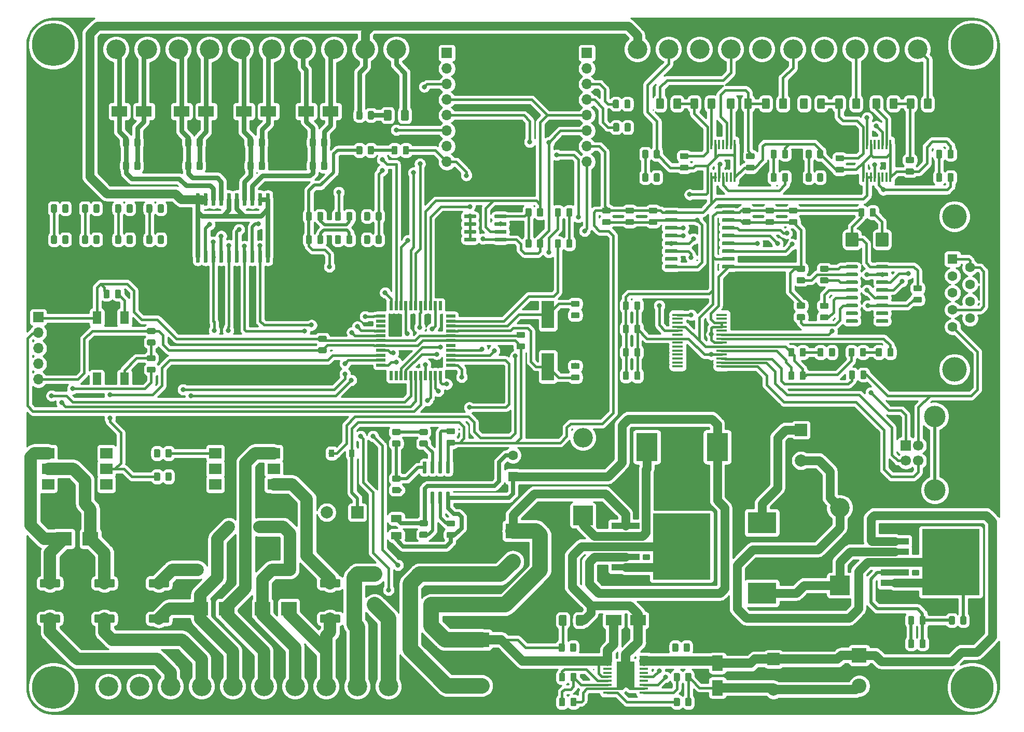
<source format=gbr>
G04 #@! TF.GenerationSoftware,KiCad,Pcbnew,(5.1.5)-3*
G04 #@! TF.CreationDate,2020-07-01T12:55:52+02:00*
G04 #@! TF.ProjectId,ControlUnit_v5.0,436f6e74-726f-46c5-956e-69745f76352e,5.0*
G04 #@! TF.SameCoordinates,Original*
G04 #@! TF.FileFunction,Copper,L1,Top*
G04 #@! TF.FilePolarity,Positive*
%FSLAX46Y46*%
G04 Gerber Fmt 4.6, Leading zero omitted, Abs format (unit mm)*
G04 Created by KiCad (PCBNEW (5.1.5)-3) date 2020-07-01 12:55:52*
%MOMM*%
%LPD*%
G04 APERTURE LIST*
%ADD10R,2.500000X2.500000*%
%ADD11C,0.100000*%
%ADD12R,2.500000X2.300000*%
%ADD13R,2.500000X1.800000*%
%ADD14R,1.700000X1.700000*%
%ADD15O,1.700000X1.700000*%
%ADD16C,1.700000*%
%ADD17C,3.500000*%
%ADD18C,1.600000*%
%ADD19C,4.000000*%
%ADD20R,1.600000X1.600000*%
%ADD21R,2.000000X4.500000*%
%ADD22R,1.400000X2.100000*%
%ADD23R,1.500000X0.550000*%
%ADD24R,0.550000X1.500000*%
%ADD25R,2.000000X1.780000*%
%ADD26R,0.406400X1.600200*%
%ADD27R,1.750000X0.450000*%
%ADD28R,2.400000X2.400000*%
%ADD29C,2.400000*%
%ADD30R,2.000000X2.000000*%
%ADD31C,2.000000*%
%ADD32O,3.200000X3.200000*%
%ADD33R,3.200000X3.200000*%
%ADD34R,3.500000X4.600000*%
%ADD35R,4.600000X3.500000*%
%ADD36R,1.800000X1.800000*%
%ADD37R,4.600000X1.100000*%
%ADD38R,9.400000X10.800000*%
%ADD39R,0.900000X1.200000*%
%ADD40R,1.800000X2.500000*%
%ADD41R,1.450000X0.450000*%
%ADD42R,3.000000X4.200000*%
%ADD43C,3.200000*%
%ADD44C,3.200001*%
%ADD45C,7.000000*%
%ADD46C,0.800000*%
%ADD47C,0.381000*%
%ADD48C,2.540000*%
%ADD49C,1.397000*%
%ADD50C,1.524000*%
%ADD51C,0.508000*%
%ADD52C,0.635000*%
%ADD53C,0.762000*%
%ADD54C,0.457200*%
%ADD55C,2.032000*%
%ADD56C,0.482600*%
%ADD57C,0.254000*%
G04 APERTURE END LIST*
D10*
X231648000Y-129540000D03*
X187706000Y-126873000D03*
X178435000Y-147955000D03*
G04 #@! TA.AperFunction,SMDPad,CuDef*
D11*
G36*
X95820142Y-85026174D02*
G01*
X95843803Y-85029684D01*
X95867007Y-85035496D01*
X95889529Y-85043554D01*
X95911153Y-85053782D01*
X95931670Y-85066079D01*
X95950883Y-85080329D01*
X95968607Y-85096393D01*
X95984671Y-85114117D01*
X95998921Y-85133330D01*
X96011218Y-85153847D01*
X96021446Y-85175471D01*
X96029504Y-85197993D01*
X96035316Y-85221197D01*
X96038826Y-85244858D01*
X96040000Y-85268750D01*
X96040000Y-86181250D01*
X96038826Y-86205142D01*
X96035316Y-86228803D01*
X96029504Y-86252007D01*
X96021446Y-86274529D01*
X96011218Y-86296153D01*
X95998921Y-86316670D01*
X95984671Y-86335883D01*
X95968607Y-86353607D01*
X95950883Y-86369671D01*
X95931670Y-86383921D01*
X95911153Y-86396218D01*
X95889529Y-86406446D01*
X95867007Y-86414504D01*
X95843803Y-86420316D01*
X95820142Y-86423826D01*
X95796250Y-86425000D01*
X95308750Y-86425000D01*
X95284858Y-86423826D01*
X95261197Y-86420316D01*
X95237993Y-86414504D01*
X95215471Y-86406446D01*
X95193847Y-86396218D01*
X95173330Y-86383921D01*
X95154117Y-86369671D01*
X95136393Y-86353607D01*
X95120329Y-86335883D01*
X95106079Y-86316670D01*
X95093782Y-86296153D01*
X95083554Y-86274529D01*
X95075496Y-86252007D01*
X95069684Y-86228803D01*
X95066174Y-86205142D01*
X95065000Y-86181250D01*
X95065000Y-85268750D01*
X95066174Y-85244858D01*
X95069684Y-85221197D01*
X95075496Y-85197993D01*
X95083554Y-85175471D01*
X95093782Y-85153847D01*
X95106079Y-85133330D01*
X95120329Y-85114117D01*
X95136393Y-85096393D01*
X95154117Y-85080329D01*
X95173330Y-85066079D01*
X95193847Y-85053782D01*
X95215471Y-85043554D01*
X95237993Y-85035496D01*
X95261197Y-85029684D01*
X95284858Y-85026174D01*
X95308750Y-85025000D01*
X95796250Y-85025000D01*
X95820142Y-85026174D01*
G37*
G04 #@! TD.AperFunction*
G04 #@! TA.AperFunction,SMDPad,CuDef*
G36*
X93945142Y-85026174D02*
G01*
X93968803Y-85029684D01*
X93992007Y-85035496D01*
X94014529Y-85043554D01*
X94036153Y-85053782D01*
X94056670Y-85066079D01*
X94075883Y-85080329D01*
X94093607Y-85096393D01*
X94109671Y-85114117D01*
X94123921Y-85133330D01*
X94136218Y-85153847D01*
X94146446Y-85175471D01*
X94154504Y-85197993D01*
X94160316Y-85221197D01*
X94163826Y-85244858D01*
X94165000Y-85268750D01*
X94165000Y-86181250D01*
X94163826Y-86205142D01*
X94160316Y-86228803D01*
X94154504Y-86252007D01*
X94146446Y-86274529D01*
X94136218Y-86296153D01*
X94123921Y-86316670D01*
X94109671Y-86335883D01*
X94093607Y-86353607D01*
X94075883Y-86369671D01*
X94056670Y-86383921D01*
X94036153Y-86396218D01*
X94014529Y-86406446D01*
X93992007Y-86414504D01*
X93968803Y-86420316D01*
X93945142Y-86423826D01*
X93921250Y-86425000D01*
X93433750Y-86425000D01*
X93409858Y-86423826D01*
X93386197Y-86420316D01*
X93362993Y-86414504D01*
X93340471Y-86406446D01*
X93318847Y-86396218D01*
X93298330Y-86383921D01*
X93279117Y-86369671D01*
X93261393Y-86353607D01*
X93245329Y-86335883D01*
X93231079Y-86316670D01*
X93218782Y-86296153D01*
X93208554Y-86274529D01*
X93200496Y-86252007D01*
X93194684Y-86228803D01*
X93191174Y-86205142D01*
X93190000Y-86181250D01*
X93190000Y-85268750D01*
X93191174Y-85244858D01*
X93194684Y-85221197D01*
X93200496Y-85197993D01*
X93208554Y-85175471D01*
X93218782Y-85153847D01*
X93231079Y-85133330D01*
X93245329Y-85114117D01*
X93261393Y-85096393D01*
X93279117Y-85080329D01*
X93298330Y-85066079D01*
X93318847Y-85053782D01*
X93340471Y-85043554D01*
X93362993Y-85035496D01*
X93386197Y-85029684D01*
X93409858Y-85026174D01*
X93433750Y-85025000D01*
X93921250Y-85025000D01*
X93945142Y-85026174D01*
G37*
G04 #@! TD.AperFunction*
G04 #@! TA.AperFunction,SMDPad,CuDef*
G36*
X170660142Y-97001174D02*
G01*
X170683803Y-97004684D01*
X170707007Y-97010496D01*
X170729529Y-97018554D01*
X170751153Y-97028782D01*
X170771670Y-97041079D01*
X170790883Y-97055329D01*
X170808607Y-97071393D01*
X170824671Y-97089117D01*
X170838921Y-97108330D01*
X170851218Y-97128847D01*
X170861446Y-97150471D01*
X170869504Y-97172993D01*
X170875316Y-97196197D01*
X170878826Y-97219858D01*
X170880000Y-97243750D01*
X170880000Y-97731250D01*
X170878826Y-97755142D01*
X170875316Y-97778803D01*
X170869504Y-97802007D01*
X170861446Y-97824529D01*
X170851218Y-97846153D01*
X170838921Y-97866670D01*
X170824671Y-97885883D01*
X170808607Y-97903607D01*
X170790883Y-97919671D01*
X170771670Y-97933921D01*
X170751153Y-97946218D01*
X170729529Y-97956446D01*
X170707007Y-97964504D01*
X170683803Y-97970316D01*
X170660142Y-97973826D01*
X170636250Y-97975000D01*
X169723750Y-97975000D01*
X169699858Y-97973826D01*
X169676197Y-97970316D01*
X169652993Y-97964504D01*
X169630471Y-97956446D01*
X169608847Y-97946218D01*
X169588330Y-97933921D01*
X169569117Y-97919671D01*
X169551393Y-97903607D01*
X169535329Y-97885883D01*
X169521079Y-97866670D01*
X169508782Y-97846153D01*
X169498554Y-97824529D01*
X169490496Y-97802007D01*
X169484684Y-97778803D01*
X169481174Y-97755142D01*
X169480000Y-97731250D01*
X169480000Y-97243750D01*
X169481174Y-97219858D01*
X169484684Y-97196197D01*
X169490496Y-97172993D01*
X169498554Y-97150471D01*
X169508782Y-97128847D01*
X169521079Y-97108330D01*
X169535329Y-97089117D01*
X169551393Y-97071393D01*
X169569117Y-97055329D01*
X169588330Y-97041079D01*
X169608847Y-97028782D01*
X169630471Y-97018554D01*
X169652993Y-97010496D01*
X169676197Y-97004684D01*
X169699858Y-97001174D01*
X169723750Y-97000000D01*
X170636250Y-97000000D01*
X170660142Y-97001174D01*
G37*
G04 #@! TD.AperFunction*
G04 #@! TA.AperFunction,SMDPad,CuDef*
G36*
X170660142Y-98876174D02*
G01*
X170683803Y-98879684D01*
X170707007Y-98885496D01*
X170729529Y-98893554D01*
X170751153Y-98903782D01*
X170771670Y-98916079D01*
X170790883Y-98930329D01*
X170808607Y-98946393D01*
X170824671Y-98964117D01*
X170838921Y-98983330D01*
X170851218Y-99003847D01*
X170861446Y-99025471D01*
X170869504Y-99047993D01*
X170875316Y-99071197D01*
X170878826Y-99094858D01*
X170880000Y-99118750D01*
X170880000Y-99606250D01*
X170878826Y-99630142D01*
X170875316Y-99653803D01*
X170869504Y-99677007D01*
X170861446Y-99699529D01*
X170851218Y-99721153D01*
X170838921Y-99741670D01*
X170824671Y-99760883D01*
X170808607Y-99778607D01*
X170790883Y-99794671D01*
X170771670Y-99808921D01*
X170751153Y-99821218D01*
X170729529Y-99831446D01*
X170707007Y-99839504D01*
X170683803Y-99845316D01*
X170660142Y-99848826D01*
X170636250Y-99850000D01*
X169723750Y-99850000D01*
X169699858Y-99848826D01*
X169676197Y-99845316D01*
X169652993Y-99839504D01*
X169630471Y-99831446D01*
X169608847Y-99821218D01*
X169588330Y-99808921D01*
X169569117Y-99794671D01*
X169551393Y-99778607D01*
X169535329Y-99760883D01*
X169521079Y-99741670D01*
X169508782Y-99721153D01*
X169498554Y-99699529D01*
X169490496Y-99677007D01*
X169484684Y-99653803D01*
X169481174Y-99630142D01*
X169480000Y-99606250D01*
X169480000Y-99118750D01*
X169481174Y-99094858D01*
X169484684Y-99071197D01*
X169490496Y-99047993D01*
X169498554Y-99025471D01*
X169508782Y-99003847D01*
X169521079Y-98983330D01*
X169535329Y-98964117D01*
X169551393Y-98946393D01*
X169569117Y-98930329D01*
X169588330Y-98916079D01*
X169608847Y-98903782D01*
X169630471Y-98893554D01*
X169652993Y-98885496D01*
X169676197Y-98879684D01*
X169699858Y-98876174D01*
X169723750Y-98875000D01*
X170636250Y-98875000D01*
X170660142Y-98876174D01*
G37*
G04 #@! TD.AperFunction*
G04 #@! TA.AperFunction,SMDPad,CuDef*
G36*
X170660142Y-86841174D02*
G01*
X170683803Y-86844684D01*
X170707007Y-86850496D01*
X170729529Y-86858554D01*
X170751153Y-86868782D01*
X170771670Y-86881079D01*
X170790883Y-86895329D01*
X170808607Y-86911393D01*
X170824671Y-86929117D01*
X170838921Y-86948330D01*
X170851218Y-86968847D01*
X170861446Y-86990471D01*
X170869504Y-87012993D01*
X170875316Y-87036197D01*
X170878826Y-87059858D01*
X170880000Y-87083750D01*
X170880000Y-87571250D01*
X170878826Y-87595142D01*
X170875316Y-87618803D01*
X170869504Y-87642007D01*
X170861446Y-87664529D01*
X170851218Y-87686153D01*
X170838921Y-87706670D01*
X170824671Y-87725883D01*
X170808607Y-87743607D01*
X170790883Y-87759671D01*
X170771670Y-87773921D01*
X170751153Y-87786218D01*
X170729529Y-87796446D01*
X170707007Y-87804504D01*
X170683803Y-87810316D01*
X170660142Y-87813826D01*
X170636250Y-87815000D01*
X169723750Y-87815000D01*
X169699858Y-87813826D01*
X169676197Y-87810316D01*
X169652993Y-87804504D01*
X169630471Y-87796446D01*
X169608847Y-87786218D01*
X169588330Y-87773921D01*
X169569117Y-87759671D01*
X169551393Y-87743607D01*
X169535329Y-87725883D01*
X169521079Y-87706670D01*
X169508782Y-87686153D01*
X169498554Y-87664529D01*
X169490496Y-87642007D01*
X169484684Y-87618803D01*
X169481174Y-87595142D01*
X169480000Y-87571250D01*
X169480000Y-87083750D01*
X169481174Y-87059858D01*
X169484684Y-87036197D01*
X169490496Y-87012993D01*
X169498554Y-86990471D01*
X169508782Y-86968847D01*
X169521079Y-86948330D01*
X169535329Y-86929117D01*
X169551393Y-86911393D01*
X169569117Y-86895329D01*
X169588330Y-86881079D01*
X169608847Y-86868782D01*
X169630471Y-86858554D01*
X169652993Y-86850496D01*
X169676197Y-86844684D01*
X169699858Y-86841174D01*
X169723750Y-86840000D01*
X170636250Y-86840000D01*
X170660142Y-86841174D01*
G37*
G04 #@! TD.AperFunction*
G04 #@! TA.AperFunction,SMDPad,CuDef*
G36*
X170660142Y-88716174D02*
G01*
X170683803Y-88719684D01*
X170707007Y-88725496D01*
X170729529Y-88733554D01*
X170751153Y-88743782D01*
X170771670Y-88756079D01*
X170790883Y-88770329D01*
X170808607Y-88786393D01*
X170824671Y-88804117D01*
X170838921Y-88823330D01*
X170851218Y-88843847D01*
X170861446Y-88865471D01*
X170869504Y-88887993D01*
X170875316Y-88911197D01*
X170878826Y-88934858D01*
X170880000Y-88958750D01*
X170880000Y-89446250D01*
X170878826Y-89470142D01*
X170875316Y-89493803D01*
X170869504Y-89517007D01*
X170861446Y-89539529D01*
X170851218Y-89561153D01*
X170838921Y-89581670D01*
X170824671Y-89600883D01*
X170808607Y-89618607D01*
X170790883Y-89634671D01*
X170771670Y-89648921D01*
X170751153Y-89661218D01*
X170729529Y-89671446D01*
X170707007Y-89679504D01*
X170683803Y-89685316D01*
X170660142Y-89688826D01*
X170636250Y-89690000D01*
X169723750Y-89690000D01*
X169699858Y-89688826D01*
X169676197Y-89685316D01*
X169652993Y-89679504D01*
X169630471Y-89671446D01*
X169608847Y-89661218D01*
X169588330Y-89648921D01*
X169569117Y-89634671D01*
X169551393Y-89618607D01*
X169535329Y-89600883D01*
X169521079Y-89581670D01*
X169508782Y-89561153D01*
X169498554Y-89539529D01*
X169490496Y-89517007D01*
X169484684Y-89493803D01*
X169481174Y-89470142D01*
X169480000Y-89446250D01*
X169480000Y-88958750D01*
X169481174Y-88934858D01*
X169484684Y-88911197D01*
X169490496Y-88887993D01*
X169498554Y-88865471D01*
X169508782Y-88843847D01*
X169521079Y-88823330D01*
X169535329Y-88804117D01*
X169551393Y-88786393D01*
X169569117Y-88770329D01*
X169588330Y-88756079D01*
X169608847Y-88743782D01*
X169630471Y-88733554D01*
X169652993Y-88725496D01*
X169676197Y-88719684D01*
X169699858Y-88716174D01*
X169723750Y-88715000D01*
X170636250Y-88715000D01*
X170660142Y-88716174D01*
G37*
G04 #@! TD.AperFunction*
G04 #@! TA.AperFunction,SMDPad,CuDef*
G36*
X129385142Y-92556174D02*
G01*
X129408803Y-92559684D01*
X129432007Y-92565496D01*
X129454529Y-92573554D01*
X129476153Y-92583782D01*
X129496670Y-92596079D01*
X129515883Y-92610329D01*
X129533607Y-92626393D01*
X129549671Y-92644117D01*
X129563921Y-92663330D01*
X129576218Y-92683847D01*
X129586446Y-92705471D01*
X129594504Y-92727993D01*
X129600316Y-92751197D01*
X129603826Y-92774858D01*
X129605000Y-92798750D01*
X129605000Y-93286250D01*
X129603826Y-93310142D01*
X129600316Y-93333803D01*
X129594504Y-93357007D01*
X129586446Y-93379529D01*
X129576218Y-93401153D01*
X129563921Y-93421670D01*
X129549671Y-93440883D01*
X129533607Y-93458607D01*
X129515883Y-93474671D01*
X129496670Y-93488921D01*
X129476153Y-93501218D01*
X129454529Y-93511446D01*
X129432007Y-93519504D01*
X129408803Y-93525316D01*
X129385142Y-93528826D01*
X129361250Y-93530000D01*
X128448750Y-93530000D01*
X128424858Y-93528826D01*
X128401197Y-93525316D01*
X128377993Y-93519504D01*
X128355471Y-93511446D01*
X128333847Y-93501218D01*
X128313330Y-93488921D01*
X128294117Y-93474671D01*
X128276393Y-93458607D01*
X128260329Y-93440883D01*
X128246079Y-93421670D01*
X128233782Y-93401153D01*
X128223554Y-93379529D01*
X128215496Y-93357007D01*
X128209684Y-93333803D01*
X128206174Y-93310142D01*
X128205000Y-93286250D01*
X128205000Y-92798750D01*
X128206174Y-92774858D01*
X128209684Y-92751197D01*
X128215496Y-92727993D01*
X128223554Y-92705471D01*
X128233782Y-92683847D01*
X128246079Y-92663330D01*
X128260329Y-92644117D01*
X128276393Y-92626393D01*
X128294117Y-92610329D01*
X128313330Y-92596079D01*
X128333847Y-92583782D01*
X128355471Y-92573554D01*
X128377993Y-92565496D01*
X128401197Y-92559684D01*
X128424858Y-92556174D01*
X128448750Y-92555000D01*
X129361250Y-92555000D01*
X129385142Y-92556174D01*
G37*
G04 #@! TD.AperFunction*
G04 #@! TA.AperFunction,SMDPad,CuDef*
G36*
X129385142Y-94431174D02*
G01*
X129408803Y-94434684D01*
X129432007Y-94440496D01*
X129454529Y-94448554D01*
X129476153Y-94458782D01*
X129496670Y-94471079D01*
X129515883Y-94485329D01*
X129533607Y-94501393D01*
X129549671Y-94519117D01*
X129563921Y-94538330D01*
X129576218Y-94558847D01*
X129586446Y-94580471D01*
X129594504Y-94602993D01*
X129600316Y-94626197D01*
X129603826Y-94649858D01*
X129605000Y-94673750D01*
X129605000Y-95161250D01*
X129603826Y-95185142D01*
X129600316Y-95208803D01*
X129594504Y-95232007D01*
X129586446Y-95254529D01*
X129576218Y-95276153D01*
X129563921Y-95296670D01*
X129549671Y-95315883D01*
X129533607Y-95333607D01*
X129515883Y-95349671D01*
X129496670Y-95363921D01*
X129476153Y-95376218D01*
X129454529Y-95386446D01*
X129432007Y-95394504D01*
X129408803Y-95400316D01*
X129385142Y-95403826D01*
X129361250Y-95405000D01*
X128448750Y-95405000D01*
X128424858Y-95403826D01*
X128401197Y-95400316D01*
X128377993Y-95394504D01*
X128355471Y-95386446D01*
X128333847Y-95376218D01*
X128313330Y-95363921D01*
X128294117Y-95349671D01*
X128276393Y-95333607D01*
X128260329Y-95315883D01*
X128246079Y-95296670D01*
X128233782Y-95276153D01*
X128223554Y-95254529D01*
X128215496Y-95232007D01*
X128209684Y-95208803D01*
X128206174Y-95185142D01*
X128205000Y-95161250D01*
X128205000Y-94673750D01*
X128206174Y-94649858D01*
X128209684Y-94626197D01*
X128215496Y-94602993D01*
X128223554Y-94580471D01*
X128233782Y-94558847D01*
X128246079Y-94538330D01*
X128260329Y-94519117D01*
X128276393Y-94501393D01*
X128294117Y-94485329D01*
X128313330Y-94471079D01*
X128333847Y-94458782D01*
X128355471Y-94448554D01*
X128377993Y-94440496D01*
X128401197Y-94434684D01*
X128424858Y-94431174D01*
X128448750Y-94430000D01*
X129361250Y-94430000D01*
X129385142Y-94431174D01*
G37*
G04 #@! TD.AperFunction*
G04 #@! TA.AperFunction,SMDPad,CuDef*
G36*
X161770142Y-93796174D02*
G01*
X161793803Y-93799684D01*
X161817007Y-93805496D01*
X161839529Y-93813554D01*
X161861153Y-93823782D01*
X161881670Y-93836079D01*
X161900883Y-93850329D01*
X161918607Y-93866393D01*
X161934671Y-93884117D01*
X161948921Y-93903330D01*
X161961218Y-93923847D01*
X161971446Y-93945471D01*
X161979504Y-93967993D01*
X161985316Y-93991197D01*
X161988826Y-94014858D01*
X161990000Y-94038750D01*
X161990000Y-94526250D01*
X161988826Y-94550142D01*
X161985316Y-94573803D01*
X161979504Y-94597007D01*
X161971446Y-94619529D01*
X161961218Y-94641153D01*
X161948921Y-94661670D01*
X161934671Y-94680883D01*
X161918607Y-94698607D01*
X161900883Y-94714671D01*
X161881670Y-94728921D01*
X161861153Y-94741218D01*
X161839529Y-94751446D01*
X161817007Y-94759504D01*
X161793803Y-94765316D01*
X161770142Y-94768826D01*
X161746250Y-94770000D01*
X160833750Y-94770000D01*
X160809858Y-94768826D01*
X160786197Y-94765316D01*
X160762993Y-94759504D01*
X160740471Y-94751446D01*
X160718847Y-94741218D01*
X160698330Y-94728921D01*
X160679117Y-94714671D01*
X160661393Y-94698607D01*
X160645329Y-94680883D01*
X160631079Y-94661670D01*
X160618782Y-94641153D01*
X160608554Y-94619529D01*
X160600496Y-94597007D01*
X160594684Y-94573803D01*
X160591174Y-94550142D01*
X160590000Y-94526250D01*
X160590000Y-94038750D01*
X160591174Y-94014858D01*
X160594684Y-93991197D01*
X160600496Y-93967993D01*
X160608554Y-93945471D01*
X160618782Y-93923847D01*
X160631079Y-93903330D01*
X160645329Y-93884117D01*
X160661393Y-93866393D01*
X160679117Y-93850329D01*
X160698330Y-93836079D01*
X160718847Y-93823782D01*
X160740471Y-93813554D01*
X160762993Y-93805496D01*
X160786197Y-93799684D01*
X160809858Y-93796174D01*
X160833750Y-93795000D01*
X161746250Y-93795000D01*
X161770142Y-93796174D01*
G37*
G04 #@! TD.AperFunction*
G04 #@! TA.AperFunction,SMDPad,CuDef*
G36*
X161770142Y-91921174D02*
G01*
X161793803Y-91924684D01*
X161817007Y-91930496D01*
X161839529Y-91938554D01*
X161861153Y-91948782D01*
X161881670Y-91961079D01*
X161900883Y-91975329D01*
X161918607Y-91991393D01*
X161934671Y-92009117D01*
X161948921Y-92028330D01*
X161961218Y-92048847D01*
X161971446Y-92070471D01*
X161979504Y-92092993D01*
X161985316Y-92116197D01*
X161988826Y-92139858D01*
X161990000Y-92163750D01*
X161990000Y-92651250D01*
X161988826Y-92675142D01*
X161985316Y-92698803D01*
X161979504Y-92722007D01*
X161971446Y-92744529D01*
X161961218Y-92766153D01*
X161948921Y-92786670D01*
X161934671Y-92805883D01*
X161918607Y-92823607D01*
X161900883Y-92839671D01*
X161881670Y-92853921D01*
X161861153Y-92866218D01*
X161839529Y-92876446D01*
X161817007Y-92884504D01*
X161793803Y-92890316D01*
X161770142Y-92893826D01*
X161746250Y-92895000D01*
X160833750Y-92895000D01*
X160809858Y-92893826D01*
X160786197Y-92890316D01*
X160762993Y-92884504D01*
X160740471Y-92876446D01*
X160718847Y-92866218D01*
X160698330Y-92853921D01*
X160679117Y-92839671D01*
X160661393Y-92823607D01*
X160645329Y-92805883D01*
X160631079Y-92786670D01*
X160618782Y-92766153D01*
X160608554Y-92744529D01*
X160600496Y-92722007D01*
X160594684Y-92698803D01*
X160591174Y-92675142D01*
X160590000Y-92651250D01*
X160590000Y-92163750D01*
X160591174Y-92139858D01*
X160594684Y-92116197D01*
X160600496Y-92092993D01*
X160608554Y-92070471D01*
X160618782Y-92048847D01*
X160631079Y-92028330D01*
X160645329Y-92009117D01*
X160661393Y-91991393D01*
X160679117Y-91975329D01*
X160698330Y-91961079D01*
X160718847Y-91948782D01*
X160740471Y-91938554D01*
X160762993Y-91930496D01*
X160786197Y-91924684D01*
X160809858Y-91921174D01*
X160833750Y-91920000D01*
X161746250Y-91920000D01*
X161770142Y-91921174D01*
G37*
G04 #@! TD.AperFunction*
G04 #@! TA.AperFunction,SMDPad,CuDef*
G36*
X188440142Y-64586174D02*
G01*
X188463803Y-64589684D01*
X188487007Y-64595496D01*
X188509529Y-64603554D01*
X188531153Y-64613782D01*
X188551670Y-64626079D01*
X188570883Y-64640329D01*
X188588607Y-64656393D01*
X188604671Y-64674117D01*
X188618921Y-64693330D01*
X188631218Y-64713847D01*
X188641446Y-64735471D01*
X188649504Y-64757993D01*
X188655316Y-64781197D01*
X188658826Y-64804858D01*
X188660000Y-64828750D01*
X188660000Y-65316250D01*
X188658826Y-65340142D01*
X188655316Y-65363803D01*
X188649504Y-65387007D01*
X188641446Y-65409529D01*
X188631218Y-65431153D01*
X188618921Y-65451670D01*
X188604671Y-65470883D01*
X188588607Y-65488607D01*
X188570883Y-65504671D01*
X188551670Y-65518921D01*
X188531153Y-65531218D01*
X188509529Y-65541446D01*
X188487007Y-65549504D01*
X188463803Y-65555316D01*
X188440142Y-65558826D01*
X188416250Y-65560000D01*
X187503750Y-65560000D01*
X187479858Y-65558826D01*
X187456197Y-65555316D01*
X187432993Y-65549504D01*
X187410471Y-65541446D01*
X187388847Y-65531218D01*
X187368330Y-65518921D01*
X187349117Y-65504671D01*
X187331393Y-65488607D01*
X187315329Y-65470883D01*
X187301079Y-65451670D01*
X187288782Y-65431153D01*
X187278554Y-65409529D01*
X187270496Y-65387007D01*
X187264684Y-65363803D01*
X187261174Y-65340142D01*
X187260000Y-65316250D01*
X187260000Y-64828750D01*
X187261174Y-64804858D01*
X187264684Y-64781197D01*
X187270496Y-64757993D01*
X187278554Y-64735471D01*
X187288782Y-64713847D01*
X187301079Y-64693330D01*
X187315329Y-64674117D01*
X187331393Y-64656393D01*
X187349117Y-64640329D01*
X187368330Y-64626079D01*
X187388847Y-64613782D01*
X187410471Y-64603554D01*
X187432993Y-64595496D01*
X187456197Y-64589684D01*
X187479858Y-64586174D01*
X187503750Y-64585000D01*
X188416250Y-64585000D01*
X188440142Y-64586174D01*
G37*
G04 #@! TD.AperFunction*
G04 #@! TA.AperFunction,SMDPad,CuDef*
G36*
X188440142Y-62711174D02*
G01*
X188463803Y-62714684D01*
X188487007Y-62720496D01*
X188509529Y-62728554D01*
X188531153Y-62738782D01*
X188551670Y-62751079D01*
X188570883Y-62765329D01*
X188588607Y-62781393D01*
X188604671Y-62799117D01*
X188618921Y-62818330D01*
X188631218Y-62838847D01*
X188641446Y-62860471D01*
X188649504Y-62882993D01*
X188655316Y-62906197D01*
X188658826Y-62929858D01*
X188660000Y-62953750D01*
X188660000Y-63441250D01*
X188658826Y-63465142D01*
X188655316Y-63488803D01*
X188649504Y-63512007D01*
X188641446Y-63534529D01*
X188631218Y-63556153D01*
X188618921Y-63576670D01*
X188604671Y-63595883D01*
X188588607Y-63613607D01*
X188570883Y-63629671D01*
X188551670Y-63643921D01*
X188531153Y-63656218D01*
X188509529Y-63666446D01*
X188487007Y-63674504D01*
X188463803Y-63680316D01*
X188440142Y-63683826D01*
X188416250Y-63685000D01*
X187503750Y-63685000D01*
X187479858Y-63683826D01*
X187456197Y-63680316D01*
X187432993Y-63674504D01*
X187410471Y-63666446D01*
X187388847Y-63656218D01*
X187368330Y-63643921D01*
X187349117Y-63629671D01*
X187331393Y-63613607D01*
X187315329Y-63595883D01*
X187301079Y-63576670D01*
X187288782Y-63556153D01*
X187278554Y-63534529D01*
X187270496Y-63512007D01*
X187264684Y-63488803D01*
X187261174Y-63465142D01*
X187260000Y-63441250D01*
X187260000Y-62953750D01*
X187261174Y-62929858D01*
X187264684Y-62906197D01*
X187270496Y-62882993D01*
X187278554Y-62860471D01*
X187288782Y-62838847D01*
X187301079Y-62818330D01*
X187315329Y-62799117D01*
X187331393Y-62781393D01*
X187349117Y-62765329D01*
X187368330Y-62751079D01*
X187388847Y-62738782D01*
X187410471Y-62728554D01*
X187432993Y-62720496D01*
X187456197Y-62714684D01*
X187479858Y-62711174D01*
X187503750Y-62710000D01*
X188416250Y-62710000D01*
X188440142Y-62711174D01*
G37*
G04 #@! TD.AperFunction*
G04 #@! TA.AperFunction,SMDPad,CuDef*
G36*
X199235142Y-62711174D02*
G01*
X199258803Y-62714684D01*
X199282007Y-62720496D01*
X199304529Y-62728554D01*
X199326153Y-62738782D01*
X199346670Y-62751079D01*
X199365883Y-62765329D01*
X199383607Y-62781393D01*
X199399671Y-62799117D01*
X199413921Y-62818330D01*
X199426218Y-62838847D01*
X199436446Y-62860471D01*
X199444504Y-62882993D01*
X199450316Y-62906197D01*
X199453826Y-62929858D01*
X199455000Y-62953750D01*
X199455000Y-63441250D01*
X199453826Y-63465142D01*
X199450316Y-63488803D01*
X199444504Y-63512007D01*
X199436446Y-63534529D01*
X199426218Y-63556153D01*
X199413921Y-63576670D01*
X199399671Y-63595883D01*
X199383607Y-63613607D01*
X199365883Y-63629671D01*
X199346670Y-63643921D01*
X199326153Y-63656218D01*
X199304529Y-63666446D01*
X199282007Y-63674504D01*
X199258803Y-63680316D01*
X199235142Y-63683826D01*
X199211250Y-63685000D01*
X198298750Y-63685000D01*
X198274858Y-63683826D01*
X198251197Y-63680316D01*
X198227993Y-63674504D01*
X198205471Y-63666446D01*
X198183847Y-63656218D01*
X198163330Y-63643921D01*
X198144117Y-63629671D01*
X198126393Y-63613607D01*
X198110329Y-63595883D01*
X198096079Y-63576670D01*
X198083782Y-63556153D01*
X198073554Y-63534529D01*
X198065496Y-63512007D01*
X198059684Y-63488803D01*
X198056174Y-63465142D01*
X198055000Y-63441250D01*
X198055000Y-62953750D01*
X198056174Y-62929858D01*
X198059684Y-62906197D01*
X198065496Y-62882993D01*
X198073554Y-62860471D01*
X198083782Y-62838847D01*
X198096079Y-62818330D01*
X198110329Y-62799117D01*
X198126393Y-62781393D01*
X198144117Y-62765329D01*
X198163330Y-62751079D01*
X198183847Y-62738782D01*
X198205471Y-62728554D01*
X198227993Y-62720496D01*
X198251197Y-62714684D01*
X198274858Y-62711174D01*
X198298750Y-62710000D01*
X199211250Y-62710000D01*
X199235142Y-62711174D01*
G37*
G04 #@! TD.AperFunction*
G04 #@! TA.AperFunction,SMDPad,CuDef*
G36*
X199235142Y-64586174D02*
G01*
X199258803Y-64589684D01*
X199282007Y-64595496D01*
X199304529Y-64603554D01*
X199326153Y-64613782D01*
X199346670Y-64626079D01*
X199365883Y-64640329D01*
X199383607Y-64656393D01*
X199399671Y-64674117D01*
X199413921Y-64693330D01*
X199426218Y-64713847D01*
X199436446Y-64735471D01*
X199444504Y-64757993D01*
X199450316Y-64781197D01*
X199453826Y-64804858D01*
X199455000Y-64828750D01*
X199455000Y-65316250D01*
X199453826Y-65340142D01*
X199450316Y-65363803D01*
X199444504Y-65387007D01*
X199436446Y-65409529D01*
X199426218Y-65431153D01*
X199413921Y-65451670D01*
X199399671Y-65470883D01*
X199383607Y-65488607D01*
X199365883Y-65504671D01*
X199346670Y-65518921D01*
X199326153Y-65531218D01*
X199304529Y-65541446D01*
X199282007Y-65549504D01*
X199258803Y-65555316D01*
X199235142Y-65558826D01*
X199211250Y-65560000D01*
X198298750Y-65560000D01*
X198274858Y-65558826D01*
X198251197Y-65555316D01*
X198227993Y-65549504D01*
X198205471Y-65541446D01*
X198183847Y-65531218D01*
X198163330Y-65518921D01*
X198144117Y-65504671D01*
X198126393Y-65488607D01*
X198110329Y-65470883D01*
X198096079Y-65451670D01*
X198083782Y-65431153D01*
X198073554Y-65409529D01*
X198065496Y-65387007D01*
X198059684Y-65363803D01*
X198056174Y-65340142D01*
X198055000Y-65316250D01*
X198055000Y-64828750D01*
X198056174Y-64804858D01*
X198059684Y-64781197D01*
X198065496Y-64757993D01*
X198073554Y-64735471D01*
X198083782Y-64713847D01*
X198096079Y-64693330D01*
X198110329Y-64674117D01*
X198126393Y-64656393D01*
X198144117Y-64640329D01*
X198163330Y-64626079D01*
X198183847Y-64613782D01*
X198205471Y-64603554D01*
X198227993Y-64595496D01*
X198251197Y-64589684D01*
X198274858Y-64586174D01*
X198298750Y-64585000D01*
X199211250Y-64585000D01*
X199235142Y-64586174D01*
G37*
G04 #@! TD.AperFunction*
G04 #@! TA.AperFunction,SMDPad,CuDef*
G36*
X213840142Y-63043674D02*
G01*
X213863803Y-63047184D01*
X213887007Y-63052996D01*
X213909529Y-63061054D01*
X213931153Y-63071282D01*
X213951670Y-63083579D01*
X213970883Y-63097829D01*
X213988607Y-63113893D01*
X214004671Y-63131617D01*
X214018921Y-63150830D01*
X214031218Y-63171347D01*
X214041446Y-63192971D01*
X214049504Y-63215493D01*
X214055316Y-63238697D01*
X214058826Y-63262358D01*
X214060000Y-63286250D01*
X214060000Y-63773750D01*
X214058826Y-63797642D01*
X214055316Y-63821303D01*
X214049504Y-63844507D01*
X214041446Y-63867029D01*
X214031218Y-63888653D01*
X214018921Y-63909170D01*
X214004671Y-63928383D01*
X213988607Y-63946107D01*
X213970883Y-63962171D01*
X213951670Y-63976421D01*
X213931153Y-63988718D01*
X213909529Y-63998946D01*
X213887007Y-64007004D01*
X213863803Y-64012816D01*
X213840142Y-64016326D01*
X213816250Y-64017500D01*
X212903750Y-64017500D01*
X212879858Y-64016326D01*
X212856197Y-64012816D01*
X212832993Y-64007004D01*
X212810471Y-63998946D01*
X212788847Y-63988718D01*
X212768330Y-63976421D01*
X212749117Y-63962171D01*
X212731393Y-63946107D01*
X212715329Y-63928383D01*
X212701079Y-63909170D01*
X212688782Y-63888653D01*
X212678554Y-63867029D01*
X212670496Y-63844507D01*
X212664684Y-63821303D01*
X212661174Y-63797642D01*
X212660000Y-63773750D01*
X212660000Y-63286250D01*
X212661174Y-63262358D01*
X212664684Y-63238697D01*
X212670496Y-63215493D01*
X212678554Y-63192971D01*
X212688782Y-63171347D01*
X212701079Y-63150830D01*
X212715329Y-63131617D01*
X212731393Y-63113893D01*
X212749117Y-63097829D01*
X212768330Y-63083579D01*
X212788847Y-63071282D01*
X212810471Y-63061054D01*
X212832993Y-63052996D01*
X212856197Y-63047184D01*
X212879858Y-63043674D01*
X212903750Y-63042500D01*
X213816250Y-63042500D01*
X213840142Y-63043674D01*
G37*
G04 #@! TD.AperFunction*
G04 #@! TA.AperFunction,SMDPad,CuDef*
G36*
X213840142Y-64918674D02*
G01*
X213863803Y-64922184D01*
X213887007Y-64927996D01*
X213909529Y-64936054D01*
X213931153Y-64946282D01*
X213951670Y-64958579D01*
X213970883Y-64972829D01*
X213988607Y-64988893D01*
X214004671Y-65006617D01*
X214018921Y-65025830D01*
X214031218Y-65046347D01*
X214041446Y-65067971D01*
X214049504Y-65090493D01*
X214055316Y-65113697D01*
X214058826Y-65137358D01*
X214060000Y-65161250D01*
X214060000Y-65648750D01*
X214058826Y-65672642D01*
X214055316Y-65696303D01*
X214049504Y-65719507D01*
X214041446Y-65742029D01*
X214031218Y-65763653D01*
X214018921Y-65784170D01*
X214004671Y-65803383D01*
X213988607Y-65821107D01*
X213970883Y-65837171D01*
X213951670Y-65851421D01*
X213931153Y-65863718D01*
X213909529Y-65873946D01*
X213887007Y-65882004D01*
X213863803Y-65887816D01*
X213840142Y-65891326D01*
X213816250Y-65892500D01*
X212903750Y-65892500D01*
X212879858Y-65891326D01*
X212856197Y-65887816D01*
X212832993Y-65882004D01*
X212810471Y-65873946D01*
X212788847Y-65863718D01*
X212768330Y-65851421D01*
X212749117Y-65837171D01*
X212731393Y-65821107D01*
X212715329Y-65803383D01*
X212701079Y-65784170D01*
X212688782Y-65763653D01*
X212678554Y-65742029D01*
X212670496Y-65719507D01*
X212664684Y-65696303D01*
X212661174Y-65672642D01*
X212660000Y-65648750D01*
X212660000Y-65161250D01*
X212661174Y-65137358D01*
X212664684Y-65113697D01*
X212670496Y-65090493D01*
X212678554Y-65067971D01*
X212688782Y-65046347D01*
X212701079Y-65025830D01*
X212715329Y-65006617D01*
X212731393Y-64988893D01*
X212749117Y-64972829D01*
X212768330Y-64958579D01*
X212788847Y-64946282D01*
X212810471Y-64936054D01*
X212832993Y-64927996D01*
X212856197Y-64922184D01*
X212879858Y-64918674D01*
X212903750Y-64917500D01*
X213816250Y-64917500D01*
X213840142Y-64918674D01*
G37*
G04 #@! TD.AperFunction*
G04 #@! TA.AperFunction,SMDPad,CuDef*
G36*
X225270142Y-63346174D02*
G01*
X225293803Y-63349684D01*
X225317007Y-63355496D01*
X225339529Y-63363554D01*
X225361153Y-63373782D01*
X225381670Y-63386079D01*
X225400883Y-63400329D01*
X225418607Y-63416393D01*
X225434671Y-63434117D01*
X225448921Y-63453330D01*
X225461218Y-63473847D01*
X225471446Y-63495471D01*
X225479504Y-63517993D01*
X225485316Y-63541197D01*
X225488826Y-63564858D01*
X225490000Y-63588750D01*
X225490000Y-64076250D01*
X225488826Y-64100142D01*
X225485316Y-64123803D01*
X225479504Y-64147007D01*
X225471446Y-64169529D01*
X225461218Y-64191153D01*
X225448921Y-64211670D01*
X225434671Y-64230883D01*
X225418607Y-64248607D01*
X225400883Y-64264671D01*
X225381670Y-64278921D01*
X225361153Y-64291218D01*
X225339529Y-64301446D01*
X225317007Y-64309504D01*
X225293803Y-64315316D01*
X225270142Y-64318826D01*
X225246250Y-64320000D01*
X224333750Y-64320000D01*
X224309858Y-64318826D01*
X224286197Y-64315316D01*
X224262993Y-64309504D01*
X224240471Y-64301446D01*
X224218847Y-64291218D01*
X224198330Y-64278921D01*
X224179117Y-64264671D01*
X224161393Y-64248607D01*
X224145329Y-64230883D01*
X224131079Y-64211670D01*
X224118782Y-64191153D01*
X224108554Y-64169529D01*
X224100496Y-64147007D01*
X224094684Y-64123803D01*
X224091174Y-64100142D01*
X224090000Y-64076250D01*
X224090000Y-63588750D01*
X224091174Y-63564858D01*
X224094684Y-63541197D01*
X224100496Y-63517993D01*
X224108554Y-63495471D01*
X224118782Y-63473847D01*
X224131079Y-63453330D01*
X224145329Y-63434117D01*
X224161393Y-63416393D01*
X224179117Y-63400329D01*
X224198330Y-63386079D01*
X224218847Y-63373782D01*
X224240471Y-63363554D01*
X224262993Y-63355496D01*
X224286197Y-63349684D01*
X224309858Y-63346174D01*
X224333750Y-63345000D01*
X225246250Y-63345000D01*
X225270142Y-63346174D01*
G37*
G04 #@! TD.AperFunction*
G04 #@! TA.AperFunction,SMDPad,CuDef*
G36*
X225270142Y-65221174D02*
G01*
X225293803Y-65224684D01*
X225317007Y-65230496D01*
X225339529Y-65238554D01*
X225361153Y-65248782D01*
X225381670Y-65261079D01*
X225400883Y-65275329D01*
X225418607Y-65291393D01*
X225434671Y-65309117D01*
X225448921Y-65328330D01*
X225461218Y-65348847D01*
X225471446Y-65370471D01*
X225479504Y-65392993D01*
X225485316Y-65416197D01*
X225488826Y-65439858D01*
X225490000Y-65463750D01*
X225490000Y-65951250D01*
X225488826Y-65975142D01*
X225485316Y-65998803D01*
X225479504Y-66022007D01*
X225471446Y-66044529D01*
X225461218Y-66066153D01*
X225448921Y-66086670D01*
X225434671Y-66105883D01*
X225418607Y-66123607D01*
X225400883Y-66139671D01*
X225381670Y-66153921D01*
X225361153Y-66166218D01*
X225339529Y-66176446D01*
X225317007Y-66184504D01*
X225293803Y-66190316D01*
X225270142Y-66193826D01*
X225246250Y-66195000D01*
X224333750Y-66195000D01*
X224309858Y-66193826D01*
X224286197Y-66190316D01*
X224262993Y-66184504D01*
X224240471Y-66176446D01*
X224218847Y-66166218D01*
X224198330Y-66153921D01*
X224179117Y-66139671D01*
X224161393Y-66123607D01*
X224145329Y-66105883D01*
X224131079Y-66086670D01*
X224118782Y-66066153D01*
X224108554Y-66044529D01*
X224100496Y-66022007D01*
X224094684Y-65998803D01*
X224091174Y-65975142D01*
X224090000Y-65951250D01*
X224090000Y-65463750D01*
X224091174Y-65439858D01*
X224094684Y-65416197D01*
X224100496Y-65392993D01*
X224108554Y-65370471D01*
X224118782Y-65348847D01*
X224131079Y-65328330D01*
X224145329Y-65309117D01*
X224161393Y-65291393D01*
X224179117Y-65275329D01*
X224198330Y-65261079D01*
X224218847Y-65248782D01*
X224240471Y-65238554D01*
X224262993Y-65230496D01*
X224286197Y-65224684D01*
X224309858Y-65221174D01*
X224333750Y-65220000D01*
X225246250Y-65220000D01*
X225270142Y-65221174D01*
G37*
G04 #@! TD.AperFunction*
G04 #@! TA.AperFunction,SMDPad,CuDef*
G36*
X97120142Y-60261174D02*
G01*
X97143803Y-60264684D01*
X97167007Y-60270496D01*
X97189529Y-60278554D01*
X97211153Y-60288782D01*
X97231670Y-60301079D01*
X97250883Y-60315329D01*
X97268607Y-60331393D01*
X97284671Y-60349117D01*
X97298921Y-60368330D01*
X97311218Y-60388847D01*
X97321446Y-60410471D01*
X97329504Y-60432993D01*
X97335316Y-60456197D01*
X97338826Y-60479858D01*
X97340000Y-60503750D01*
X97340000Y-61416250D01*
X97338826Y-61440142D01*
X97335316Y-61463803D01*
X97329504Y-61487007D01*
X97321446Y-61509529D01*
X97311218Y-61531153D01*
X97298921Y-61551670D01*
X97284671Y-61570883D01*
X97268607Y-61588607D01*
X97250883Y-61604671D01*
X97231670Y-61618921D01*
X97211153Y-61631218D01*
X97189529Y-61641446D01*
X97167007Y-61649504D01*
X97143803Y-61655316D01*
X97120142Y-61658826D01*
X97096250Y-61660000D01*
X96608750Y-61660000D01*
X96584858Y-61658826D01*
X96561197Y-61655316D01*
X96537993Y-61649504D01*
X96515471Y-61641446D01*
X96493847Y-61631218D01*
X96473330Y-61618921D01*
X96454117Y-61604671D01*
X96436393Y-61588607D01*
X96420329Y-61570883D01*
X96406079Y-61551670D01*
X96393782Y-61531153D01*
X96383554Y-61509529D01*
X96375496Y-61487007D01*
X96369684Y-61463803D01*
X96366174Y-61440142D01*
X96365000Y-61416250D01*
X96365000Y-60503750D01*
X96366174Y-60479858D01*
X96369684Y-60456197D01*
X96375496Y-60432993D01*
X96383554Y-60410471D01*
X96393782Y-60388847D01*
X96406079Y-60368330D01*
X96420329Y-60349117D01*
X96436393Y-60331393D01*
X96454117Y-60315329D01*
X96473330Y-60301079D01*
X96493847Y-60288782D01*
X96515471Y-60278554D01*
X96537993Y-60270496D01*
X96561197Y-60264684D01*
X96584858Y-60261174D01*
X96608750Y-60260000D01*
X97096250Y-60260000D01*
X97120142Y-60261174D01*
G37*
G04 #@! TD.AperFunction*
G04 #@! TA.AperFunction,SMDPad,CuDef*
G36*
X98995142Y-60261174D02*
G01*
X99018803Y-60264684D01*
X99042007Y-60270496D01*
X99064529Y-60278554D01*
X99086153Y-60288782D01*
X99106670Y-60301079D01*
X99125883Y-60315329D01*
X99143607Y-60331393D01*
X99159671Y-60349117D01*
X99173921Y-60368330D01*
X99186218Y-60388847D01*
X99196446Y-60410471D01*
X99204504Y-60432993D01*
X99210316Y-60456197D01*
X99213826Y-60479858D01*
X99215000Y-60503750D01*
X99215000Y-61416250D01*
X99213826Y-61440142D01*
X99210316Y-61463803D01*
X99204504Y-61487007D01*
X99196446Y-61509529D01*
X99186218Y-61531153D01*
X99173921Y-61551670D01*
X99159671Y-61570883D01*
X99143607Y-61588607D01*
X99125883Y-61604671D01*
X99106670Y-61618921D01*
X99086153Y-61631218D01*
X99064529Y-61641446D01*
X99042007Y-61649504D01*
X99018803Y-61655316D01*
X98995142Y-61658826D01*
X98971250Y-61660000D01*
X98483750Y-61660000D01*
X98459858Y-61658826D01*
X98436197Y-61655316D01*
X98412993Y-61649504D01*
X98390471Y-61641446D01*
X98368847Y-61631218D01*
X98348330Y-61618921D01*
X98329117Y-61604671D01*
X98311393Y-61588607D01*
X98295329Y-61570883D01*
X98281079Y-61551670D01*
X98268782Y-61531153D01*
X98258554Y-61509529D01*
X98250496Y-61487007D01*
X98244684Y-61463803D01*
X98241174Y-61440142D01*
X98240000Y-61416250D01*
X98240000Y-60503750D01*
X98241174Y-60479858D01*
X98244684Y-60456197D01*
X98250496Y-60432993D01*
X98258554Y-60410471D01*
X98268782Y-60388847D01*
X98281079Y-60368330D01*
X98295329Y-60349117D01*
X98311393Y-60331393D01*
X98329117Y-60315329D01*
X98348330Y-60301079D01*
X98368847Y-60288782D01*
X98390471Y-60278554D01*
X98412993Y-60270496D01*
X98436197Y-60264684D01*
X98459858Y-60261174D01*
X98483750Y-60260000D01*
X98971250Y-60260000D01*
X98995142Y-60261174D01*
G37*
G04 #@! TD.AperFunction*
G04 #@! TA.AperFunction,SMDPad,CuDef*
G36*
X107280142Y-60261174D02*
G01*
X107303803Y-60264684D01*
X107327007Y-60270496D01*
X107349529Y-60278554D01*
X107371153Y-60288782D01*
X107391670Y-60301079D01*
X107410883Y-60315329D01*
X107428607Y-60331393D01*
X107444671Y-60349117D01*
X107458921Y-60368330D01*
X107471218Y-60388847D01*
X107481446Y-60410471D01*
X107489504Y-60432993D01*
X107495316Y-60456197D01*
X107498826Y-60479858D01*
X107500000Y-60503750D01*
X107500000Y-61416250D01*
X107498826Y-61440142D01*
X107495316Y-61463803D01*
X107489504Y-61487007D01*
X107481446Y-61509529D01*
X107471218Y-61531153D01*
X107458921Y-61551670D01*
X107444671Y-61570883D01*
X107428607Y-61588607D01*
X107410883Y-61604671D01*
X107391670Y-61618921D01*
X107371153Y-61631218D01*
X107349529Y-61641446D01*
X107327007Y-61649504D01*
X107303803Y-61655316D01*
X107280142Y-61658826D01*
X107256250Y-61660000D01*
X106768750Y-61660000D01*
X106744858Y-61658826D01*
X106721197Y-61655316D01*
X106697993Y-61649504D01*
X106675471Y-61641446D01*
X106653847Y-61631218D01*
X106633330Y-61618921D01*
X106614117Y-61604671D01*
X106596393Y-61588607D01*
X106580329Y-61570883D01*
X106566079Y-61551670D01*
X106553782Y-61531153D01*
X106543554Y-61509529D01*
X106535496Y-61487007D01*
X106529684Y-61463803D01*
X106526174Y-61440142D01*
X106525000Y-61416250D01*
X106525000Y-60503750D01*
X106526174Y-60479858D01*
X106529684Y-60456197D01*
X106535496Y-60432993D01*
X106543554Y-60410471D01*
X106553782Y-60388847D01*
X106566079Y-60368330D01*
X106580329Y-60349117D01*
X106596393Y-60331393D01*
X106614117Y-60315329D01*
X106633330Y-60301079D01*
X106653847Y-60288782D01*
X106675471Y-60278554D01*
X106697993Y-60270496D01*
X106721197Y-60264684D01*
X106744858Y-60261174D01*
X106768750Y-60260000D01*
X107256250Y-60260000D01*
X107280142Y-60261174D01*
G37*
G04 #@! TD.AperFunction*
G04 #@! TA.AperFunction,SMDPad,CuDef*
G36*
X109155142Y-60261174D02*
G01*
X109178803Y-60264684D01*
X109202007Y-60270496D01*
X109224529Y-60278554D01*
X109246153Y-60288782D01*
X109266670Y-60301079D01*
X109285883Y-60315329D01*
X109303607Y-60331393D01*
X109319671Y-60349117D01*
X109333921Y-60368330D01*
X109346218Y-60388847D01*
X109356446Y-60410471D01*
X109364504Y-60432993D01*
X109370316Y-60456197D01*
X109373826Y-60479858D01*
X109375000Y-60503750D01*
X109375000Y-61416250D01*
X109373826Y-61440142D01*
X109370316Y-61463803D01*
X109364504Y-61487007D01*
X109356446Y-61509529D01*
X109346218Y-61531153D01*
X109333921Y-61551670D01*
X109319671Y-61570883D01*
X109303607Y-61588607D01*
X109285883Y-61604671D01*
X109266670Y-61618921D01*
X109246153Y-61631218D01*
X109224529Y-61641446D01*
X109202007Y-61649504D01*
X109178803Y-61655316D01*
X109155142Y-61658826D01*
X109131250Y-61660000D01*
X108643750Y-61660000D01*
X108619858Y-61658826D01*
X108596197Y-61655316D01*
X108572993Y-61649504D01*
X108550471Y-61641446D01*
X108528847Y-61631218D01*
X108508330Y-61618921D01*
X108489117Y-61604671D01*
X108471393Y-61588607D01*
X108455329Y-61570883D01*
X108441079Y-61551670D01*
X108428782Y-61531153D01*
X108418554Y-61509529D01*
X108410496Y-61487007D01*
X108404684Y-61463803D01*
X108401174Y-61440142D01*
X108400000Y-61416250D01*
X108400000Y-60503750D01*
X108401174Y-60479858D01*
X108404684Y-60456197D01*
X108410496Y-60432993D01*
X108418554Y-60410471D01*
X108428782Y-60388847D01*
X108441079Y-60368330D01*
X108455329Y-60349117D01*
X108471393Y-60331393D01*
X108489117Y-60315329D01*
X108508330Y-60301079D01*
X108528847Y-60288782D01*
X108550471Y-60278554D01*
X108572993Y-60270496D01*
X108596197Y-60264684D01*
X108619858Y-60261174D01*
X108643750Y-60260000D01*
X109131250Y-60260000D01*
X109155142Y-60261174D01*
G37*
G04 #@! TD.AperFunction*
G04 #@! TA.AperFunction,SMDPad,CuDef*
G36*
X119315142Y-60261174D02*
G01*
X119338803Y-60264684D01*
X119362007Y-60270496D01*
X119384529Y-60278554D01*
X119406153Y-60288782D01*
X119426670Y-60301079D01*
X119445883Y-60315329D01*
X119463607Y-60331393D01*
X119479671Y-60349117D01*
X119493921Y-60368330D01*
X119506218Y-60388847D01*
X119516446Y-60410471D01*
X119524504Y-60432993D01*
X119530316Y-60456197D01*
X119533826Y-60479858D01*
X119535000Y-60503750D01*
X119535000Y-61416250D01*
X119533826Y-61440142D01*
X119530316Y-61463803D01*
X119524504Y-61487007D01*
X119516446Y-61509529D01*
X119506218Y-61531153D01*
X119493921Y-61551670D01*
X119479671Y-61570883D01*
X119463607Y-61588607D01*
X119445883Y-61604671D01*
X119426670Y-61618921D01*
X119406153Y-61631218D01*
X119384529Y-61641446D01*
X119362007Y-61649504D01*
X119338803Y-61655316D01*
X119315142Y-61658826D01*
X119291250Y-61660000D01*
X118803750Y-61660000D01*
X118779858Y-61658826D01*
X118756197Y-61655316D01*
X118732993Y-61649504D01*
X118710471Y-61641446D01*
X118688847Y-61631218D01*
X118668330Y-61618921D01*
X118649117Y-61604671D01*
X118631393Y-61588607D01*
X118615329Y-61570883D01*
X118601079Y-61551670D01*
X118588782Y-61531153D01*
X118578554Y-61509529D01*
X118570496Y-61487007D01*
X118564684Y-61463803D01*
X118561174Y-61440142D01*
X118560000Y-61416250D01*
X118560000Y-60503750D01*
X118561174Y-60479858D01*
X118564684Y-60456197D01*
X118570496Y-60432993D01*
X118578554Y-60410471D01*
X118588782Y-60388847D01*
X118601079Y-60368330D01*
X118615329Y-60349117D01*
X118631393Y-60331393D01*
X118649117Y-60315329D01*
X118668330Y-60301079D01*
X118688847Y-60288782D01*
X118710471Y-60278554D01*
X118732993Y-60270496D01*
X118756197Y-60264684D01*
X118779858Y-60261174D01*
X118803750Y-60260000D01*
X119291250Y-60260000D01*
X119315142Y-60261174D01*
G37*
G04 #@! TD.AperFunction*
G04 #@! TA.AperFunction,SMDPad,CuDef*
G36*
X117440142Y-60261174D02*
G01*
X117463803Y-60264684D01*
X117487007Y-60270496D01*
X117509529Y-60278554D01*
X117531153Y-60288782D01*
X117551670Y-60301079D01*
X117570883Y-60315329D01*
X117588607Y-60331393D01*
X117604671Y-60349117D01*
X117618921Y-60368330D01*
X117631218Y-60388847D01*
X117641446Y-60410471D01*
X117649504Y-60432993D01*
X117655316Y-60456197D01*
X117658826Y-60479858D01*
X117660000Y-60503750D01*
X117660000Y-61416250D01*
X117658826Y-61440142D01*
X117655316Y-61463803D01*
X117649504Y-61487007D01*
X117641446Y-61509529D01*
X117631218Y-61531153D01*
X117618921Y-61551670D01*
X117604671Y-61570883D01*
X117588607Y-61588607D01*
X117570883Y-61604671D01*
X117551670Y-61618921D01*
X117531153Y-61631218D01*
X117509529Y-61641446D01*
X117487007Y-61649504D01*
X117463803Y-61655316D01*
X117440142Y-61658826D01*
X117416250Y-61660000D01*
X116928750Y-61660000D01*
X116904858Y-61658826D01*
X116881197Y-61655316D01*
X116857993Y-61649504D01*
X116835471Y-61641446D01*
X116813847Y-61631218D01*
X116793330Y-61618921D01*
X116774117Y-61604671D01*
X116756393Y-61588607D01*
X116740329Y-61570883D01*
X116726079Y-61551670D01*
X116713782Y-61531153D01*
X116703554Y-61509529D01*
X116695496Y-61487007D01*
X116689684Y-61463803D01*
X116686174Y-61440142D01*
X116685000Y-61416250D01*
X116685000Y-60503750D01*
X116686174Y-60479858D01*
X116689684Y-60456197D01*
X116695496Y-60432993D01*
X116703554Y-60410471D01*
X116713782Y-60388847D01*
X116726079Y-60368330D01*
X116740329Y-60349117D01*
X116756393Y-60331393D01*
X116774117Y-60315329D01*
X116793330Y-60301079D01*
X116813847Y-60288782D01*
X116835471Y-60278554D01*
X116857993Y-60270496D01*
X116881197Y-60264684D01*
X116904858Y-60261174D01*
X116928750Y-60260000D01*
X117416250Y-60260000D01*
X117440142Y-60261174D01*
G37*
G04 #@! TD.AperFunction*
G04 #@! TA.AperFunction,SMDPad,CuDef*
G36*
X127600142Y-60261174D02*
G01*
X127623803Y-60264684D01*
X127647007Y-60270496D01*
X127669529Y-60278554D01*
X127691153Y-60288782D01*
X127711670Y-60301079D01*
X127730883Y-60315329D01*
X127748607Y-60331393D01*
X127764671Y-60349117D01*
X127778921Y-60368330D01*
X127791218Y-60388847D01*
X127801446Y-60410471D01*
X127809504Y-60432993D01*
X127815316Y-60456197D01*
X127818826Y-60479858D01*
X127820000Y-60503750D01*
X127820000Y-61416250D01*
X127818826Y-61440142D01*
X127815316Y-61463803D01*
X127809504Y-61487007D01*
X127801446Y-61509529D01*
X127791218Y-61531153D01*
X127778921Y-61551670D01*
X127764671Y-61570883D01*
X127748607Y-61588607D01*
X127730883Y-61604671D01*
X127711670Y-61618921D01*
X127691153Y-61631218D01*
X127669529Y-61641446D01*
X127647007Y-61649504D01*
X127623803Y-61655316D01*
X127600142Y-61658826D01*
X127576250Y-61660000D01*
X127088750Y-61660000D01*
X127064858Y-61658826D01*
X127041197Y-61655316D01*
X127017993Y-61649504D01*
X126995471Y-61641446D01*
X126973847Y-61631218D01*
X126953330Y-61618921D01*
X126934117Y-61604671D01*
X126916393Y-61588607D01*
X126900329Y-61570883D01*
X126886079Y-61551670D01*
X126873782Y-61531153D01*
X126863554Y-61509529D01*
X126855496Y-61487007D01*
X126849684Y-61463803D01*
X126846174Y-61440142D01*
X126845000Y-61416250D01*
X126845000Y-60503750D01*
X126846174Y-60479858D01*
X126849684Y-60456197D01*
X126855496Y-60432993D01*
X126863554Y-60410471D01*
X126873782Y-60388847D01*
X126886079Y-60368330D01*
X126900329Y-60349117D01*
X126916393Y-60331393D01*
X126934117Y-60315329D01*
X126953330Y-60301079D01*
X126973847Y-60288782D01*
X126995471Y-60278554D01*
X127017993Y-60270496D01*
X127041197Y-60264684D01*
X127064858Y-60261174D01*
X127088750Y-60260000D01*
X127576250Y-60260000D01*
X127600142Y-60261174D01*
G37*
G04 #@! TD.AperFunction*
G04 #@! TA.AperFunction,SMDPad,CuDef*
G36*
X129475142Y-60261174D02*
G01*
X129498803Y-60264684D01*
X129522007Y-60270496D01*
X129544529Y-60278554D01*
X129566153Y-60288782D01*
X129586670Y-60301079D01*
X129605883Y-60315329D01*
X129623607Y-60331393D01*
X129639671Y-60349117D01*
X129653921Y-60368330D01*
X129666218Y-60388847D01*
X129676446Y-60410471D01*
X129684504Y-60432993D01*
X129690316Y-60456197D01*
X129693826Y-60479858D01*
X129695000Y-60503750D01*
X129695000Y-61416250D01*
X129693826Y-61440142D01*
X129690316Y-61463803D01*
X129684504Y-61487007D01*
X129676446Y-61509529D01*
X129666218Y-61531153D01*
X129653921Y-61551670D01*
X129639671Y-61570883D01*
X129623607Y-61588607D01*
X129605883Y-61604671D01*
X129586670Y-61618921D01*
X129566153Y-61631218D01*
X129544529Y-61641446D01*
X129522007Y-61649504D01*
X129498803Y-61655316D01*
X129475142Y-61658826D01*
X129451250Y-61660000D01*
X128963750Y-61660000D01*
X128939858Y-61658826D01*
X128916197Y-61655316D01*
X128892993Y-61649504D01*
X128870471Y-61641446D01*
X128848847Y-61631218D01*
X128828330Y-61618921D01*
X128809117Y-61604671D01*
X128791393Y-61588607D01*
X128775329Y-61570883D01*
X128761079Y-61551670D01*
X128748782Y-61531153D01*
X128738554Y-61509529D01*
X128730496Y-61487007D01*
X128724684Y-61463803D01*
X128721174Y-61440142D01*
X128720000Y-61416250D01*
X128720000Y-60503750D01*
X128721174Y-60479858D01*
X128724684Y-60456197D01*
X128730496Y-60432993D01*
X128738554Y-60410471D01*
X128748782Y-60388847D01*
X128761079Y-60368330D01*
X128775329Y-60349117D01*
X128791393Y-60331393D01*
X128809117Y-60315329D01*
X128828330Y-60301079D01*
X128848847Y-60288782D01*
X128870471Y-60278554D01*
X128892993Y-60270496D01*
X128916197Y-60264684D01*
X128939858Y-60261174D01*
X128963750Y-60260000D01*
X129451250Y-60260000D01*
X129475142Y-60261174D01*
G37*
G04 #@! TD.AperFunction*
G04 #@! TA.AperFunction,SMDPad,CuDef*
G36*
X175740142Y-73476174D02*
G01*
X175763803Y-73479684D01*
X175787007Y-73485496D01*
X175809529Y-73493554D01*
X175831153Y-73503782D01*
X175851670Y-73516079D01*
X175870883Y-73530329D01*
X175888607Y-73546393D01*
X175904671Y-73564117D01*
X175918921Y-73583330D01*
X175931218Y-73603847D01*
X175941446Y-73625471D01*
X175949504Y-73647993D01*
X175955316Y-73671197D01*
X175958826Y-73694858D01*
X175960000Y-73718750D01*
X175960000Y-74206250D01*
X175958826Y-74230142D01*
X175955316Y-74253803D01*
X175949504Y-74277007D01*
X175941446Y-74299529D01*
X175931218Y-74321153D01*
X175918921Y-74341670D01*
X175904671Y-74360883D01*
X175888607Y-74378607D01*
X175870883Y-74394671D01*
X175851670Y-74408921D01*
X175831153Y-74421218D01*
X175809529Y-74431446D01*
X175787007Y-74439504D01*
X175763803Y-74445316D01*
X175740142Y-74448826D01*
X175716250Y-74450000D01*
X174803750Y-74450000D01*
X174779858Y-74448826D01*
X174756197Y-74445316D01*
X174732993Y-74439504D01*
X174710471Y-74431446D01*
X174688847Y-74421218D01*
X174668330Y-74408921D01*
X174649117Y-74394671D01*
X174631393Y-74378607D01*
X174615329Y-74360883D01*
X174601079Y-74341670D01*
X174588782Y-74321153D01*
X174578554Y-74299529D01*
X174570496Y-74277007D01*
X174564684Y-74253803D01*
X174561174Y-74230142D01*
X174560000Y-74206250D01*
X174560000Y-73718750D01*
X174561174Y-73694858D01*
X174564684Y-73671197D01*
X174570496Y-73647993D01*
X174578554Y-73625471D01*
X174588782Y-73603847D01*
X174601079Y-73583330D01*
X174615329Y-73564117D01*
X174631393Y-73546393D01*
X174649117Y-73530329D01*
X174668330Y-73516079D01*
X174688847Y-73503782D01*
X174710471Y-73493554D01*
X174732993Y-73485496D01*
X174756197Y-73479684D01*
X174779858Y-73476174D01*
X174803750Y-73475000D01*
X175716250Y-73475000D01*
X175740142Y-73476174D01*
G37*
G04 #@! TD.AperFunction*
G04 #@! TA.AperFunction,SMDPad,CuDef*
G36*
X175740142Y-71601174D02*
G01*
X175763803Y-71604684D01*
X175787007Y-71610496D01*
X175809529Y-71618554D01*
X175831153Y-71628782D01*
X175851670Y-71641079D01*
X175870883Y-71655329D01*
X175888607Y-71671393D01*
X175904671Y-71689117D01*
X175918921Y-71708330D01*
X175931218Y-71728847D01*
X175941446Y-71750471D01*
X175949504Y-71772993D01*
X175955316Y-71796197D01*
X175958826Y-71819858D01*
X175960000Y-71843750D01*
X175960000Y-72331250D01*
X175958826Y-72355142D01*
X175955316Y-72378803D01*
X175949504Y-72402007D01*
X175941446Y-72424529D01*
X175931218Y-72446153D01*
X175918921Y-72466670D01*
X175904671Y-72485883D01*
X175888607Y-72503607D01*
X175870883Y-72519671D01*
X175851670Y-72533921D01*
X175831153Y-72546218D01*
X175809529Y-72556446D01*
X175787007Y-72564504D01*
X175763803Y-72570316D01*
X175740142Y-72573826D01*
X175716250Y-72575000D01*
X174803750Y-72575000D01*
X174779858Y-72573826D01*
X174756197Y-72570316D01*
X174732993Y-72564504D01*
X174710471Y-72556446D01*
X174688847Y-72546218D01*
X174668330Y-72533921D01*
X174649117Y-72519671D01*
X174631393Y-72503607D01*
X174615329Y-72485883D01*
X174601079Y-72466670D01*
X174588782Y-72446153D01*
X174578554Y-72424529D01*
X174570496Y-72402007D01*
X174564684Y-72378803D01*
X174561174Y-72355142D01*
X174560000Y-72331250D01*
X174560000Y-71843750D01*
X174561174Y-71819858D01*
X174564684Y-71796197D01*
X174570496Y-71772993D01*
X174578554Y-71750471D01*
X174588782Y-71728847D01*
X174601079Y-71708330D01*
X174615329Y-71689117D01*
X174631393Y-71671393D01*
X174649117Y-71655329D01*
X174668330Y-71641079D01*
X174688847Y-71628782D01*
X174710471Y-71618554D01*
X174732993Y-71610496D01*
X174756197Y-71604684D01*
X174779858Y-71601174D01*
X174803750Y-71600000D01*
X175716250Y-71600000D01*
X175740142Y-71601174D01*
G37*
G04 #@! TD.AperFunction*
G04 #@! TA.AperFunction,SMDPad,CuDef*
G36*
X179550142Y-71601174D02*
G01*
X179573803Y-71604684D01*
X179597007Y-71610496D01*
X179619529Y-71618554D01*
X179641153Y-71628782D01*
X179661670Y-71641079D01*
X179680883Y-71655329D01*
X179698607Y-71671393D01*
X179714671Y-71689117D01*
X179728921Y-71708330D01*
X179741218Y-71728847D01*
X179751446Y-71750471D01*
X179759504Y-71772993D01*
X179765316Y-71796197D01*
X179768826Y-71819858D01*
X179770000Y-71843750D01*
X179770000Y-72331250D01*
X179768826Y-72355142D01*
X179765316Y-72378803D01*
X179759504Y-72402007D01*
X179751446Y-72424529D01*
X179741218Y-72446153D01*
X179728921Y-72466670D01*
X179714671Y-72485883D01*
X179698607Y-72503607D01*
X179680883Y-72519671D01*
X179661670Y-72533921D01*
X179641153Y-72546218D01*
X179619529Y-72556446D01*
X179597007Y-72564504D01*
X179573803Y-72570316D01*
X179550142Y-72573826D01*
X179526250Y-72575000D01*
X178613750Y-72575000D01*
X178589858Y-72573826D01*
X178566197Y-72570316D01*
X178542993Y-72564504D01*
X178520471Y-72556446D01*
X178498847Y-72546218D01*
X178478330Y-72533921D01*
X178459117Y-72519671D01*
X178441393Y-72503607D01*
X178425329Y-72485883D01*
X178411079Y-72466670D01*
X178398782Y-72446153D01*
X178388554Y-72424529D01*
X178380496Y-72402007D01*
X178374684Y-72378803D01*
X178371174Y-72355142D01*
X178370000Y-72331250D01*
X178370000Y-71843750D01*
X178371174Y-71819858D01*
X178374684Y-71796197D01*
X178380496Y-71772993D01*
X178388554Y-71750471D01*
X178398782Y-71728847D01*
X178411079Y-71708330D01*
X178425329Y-71689117D01*
X178441393Y-71671393D01*
X178459117Y-71655329D01*
X178478330Y-71641079D01*
X178498847Y-71628782D01*
X178520471Y-71618554D01*
X178542993Y-71610496D01*
X178566197Y-71604684D01*
X178589858Y-71601174D01*
X178613750Y-71600000D01*
X179526250Y-71600000D01*
X179550142Y-71601174D01*
G37*
G04 #@! TD.AperFunction*
G04 #@! TA.AperFunction,SMDPad,CuDef*
G36*
X179550142Y-73476174D02*
G01*
X179573803Y-73479684D01*
X179597007Y-73485496D01*
X179619529Y-73493554D01*
X179641153Y-73503782D01*
X179661670Y-73516079D01*
X179680883Y-73530329D01*
X179698607Y-73546393D01*
X179714671Y-73564117D01*
X179728921Y-73583330D01*
X179741218Y-73603847D01*
X179751446Y-73625471D01*
X179759504Y-73647993D01*
X179765316Y-73671197D01*
X179768826Y-73694858D01*
X179770000Y-73718750D01*
X179770000Y-74206250D01*
X179768826Y-74230142D01*
X179765316Y-74253803D01*
X179759504Y-74277007D01*
X179751446Y-74299529D01*
X179741218Y-74321153D01*
X179728921Y-74341670D01*
X179714671Y-74360883D01*
X179698607Y-74378607D01*
X179680883Y-74394671D01*
X179661670Y-74408921D01*
X179641153Y-74421218D01*
X179619529Y-74431446D01*
X179597007Y-74439504D01*
X179573803Y-74445316D01*
X179550142Y-74448826D01*
X179526250Y-74450000D01*
X178613750Y-74450000D01*
X178589858Y-74448826D01*
X178566197Y-74445316D01*
X178542993Y-74439504D01*
X178520471Y-74431446D01*
X178498847Y-74421218D01*
X178478330Y-74408921D01*
X178459117Y-74394671D01*
X178441393Y-74378607D01*
X178425329Y-74360883D01*
X178411079Y-74341670D01*
X178398782Y-74321153D01*
X178388554Y-74299529D01*
X178380496Y-74277007D01*
X178374684Y-74253803D01*
X178371174Y-74230142D01*
X178370000Y-74206250D01*
X178370000Y-73718750D01*
X178371174Y-73694858D01*
X178374684Y-73671197D01*
X178380496Y-73647993D01*
X178388554Y-73625471D01*
X178398782Y-73603847D01*
X178411079Y-73583330D01*
X178425329Y-73564117D01*
X178441393Y-73546393D01*
X178459117Y-73530329D01*
X178478330Y-73516079D01*
X178498847Y-73503782D01*
X178520471Y-73493554D01*
X178542993Y-73485496D01*
X178566197Y-73479684D01*
X178589858Y-73476174D01*
X178613750Y-73475000D01*
X179526250Y-73475000D01*
X179550142Y-73476174D01*
G37*
G04 #@! TD.AperFunction*
G04 #@! TA.AperFunction,SMDPad,CuDef*
G36*
X183360142Y-73476174D02*
G01*
X183383803Y-73479684D01*
X183407007Y-73485496D01*
X183429529Y-73493554D01*
X183451153Y-73503782D01*
X183471670Y-73516079D01*
X183490883Y-73530329D01*
X183508607Y-73546393D01*
X183524671Y-73564117D01*
X183538921Y-73583330D01*
X183551218Y-73603847D01*
X183561446Y-73625471D01*
X183569504Y-73647993D01*
X183575316Y-73671197D01*
X183578826Y-73694858D01*
X183580000Y-73718750D01*
X183580000Y-74206250D01*
X183578826Y-74230142D01*
X183575316Y-74253803D01*
X183569504Y-74277007D01*
X183561446Y-74299529D01*
X183551218Y-74321153D01*
X183538921Y-74341670D01*
X183524671Y-74360883D01*
X183508607Y-74378607D01*
X183490883Y-74394671D01*
X183471670Y-74408921D01*
X183451153Y-74421218D01*
X183429529Y-74431446D01*
X183407007Y-74439504D01*
X183383803Y-74445316D01*
X183360142Y-74448826D01*
X183336250Y-74450000D01*
X182423750Y-74450000D01*
X182399858Y-74448826D01*
X182376197Y-74445316D01*
X182352993Y-74439504D01*
X182330471Y-74431446D01*
X182308847Y-74421218D01*
X182288330Y-74408921D01*
X182269117Y-74394671D01*
X182251393Y-74378607D01*
X182235329Y-74360883D01*
X182221079Y-74341670D01*
X182208782Y-74321153D01*
X182198554Y-74299529D01*
X182190496Y-74277007D01*
X182184684Y-74253803D01*
X182181174Y-74230142D01*
X182180000Y-74206250D01*
X182180000Y-73718750D01*
X182181174Y-73694858D01*
X182184684Y-73671197D01*
X182190496Y-73647993D01*
X182198554Y-73625471D01*
X182208782Y-73603847D01*
X182221079Y-73583330D01*
X182235329Y-73564117D01*
X182251393Y-73546393D01*
X182269117Y-73530329D01*
X182288330Y-73516079D01*
X182308847Y-73503782D01*
X182330471Y-73493554D01*
X182352993Y-73485496D01*
X182376197Y-73479684D01*
X182399858Y-73476174D01*
X182423750Y-73475000D01*
X183336250Y-73475000D01*
X183360142Y-73476174D01*
G37*
G04 #@! TD.AperFunction*
G04 #@! TA.AperFunction,SMDPad,CuDef*
G36*
X183360142Y-71601174D02*
G01*
X183383803Y-71604684D01*
X183407007Y-71610496D01*
X183429529Y-71618554D01*
X183451153Y-71628782D01*
X183471670Y-71641079D01*
X183490883Y-71655329D01*
X183508607Y-71671393D01*
X183524671Y-71689117D01*
X183538921Y-71708330D01*
X183551218Y-71728847D01*
X183561446Y-71750471D01*
X183569504Y-71772993D01*
X183575316Y-71796197D01*
X183578826Y-71819858D01*
X183580000Y-71843750D01*
X183580000Y-72331250D01*
X183578826Y-72355142D01*
X183575316Y-72378803D01*
X183569504Y-72402007D01*
X183561446Y-72424529D01*
X183551218Y-72446153D01*
X183538921Y-72466670D01*
X183524671Y-72485883D01*
X183508607Y-72503607D01*
X183490883Y-72519671D01*
X183471670Y-72533921D01*
X183451153Y-72546218D01*
X183429529Y-72556446D01*
X183407007Y-72564504D01*
X183383803Y-72570316D01*
X183360142Y-72573826D01*
X183336250Y-72575000D01*
X182423750Y-72575000D01*
X182399858Y-72573826D01*
X182376197Y-72570316D01*
X182352993Y-72564504D01*
X182330471Y-72556446D01*
X182308847Y-72546218D01*
X182288330Y-72533921D01*
X182269117Y-72519671D01*
X182251393Y-72503607D01*
X182235329Y-72485883D01*
X182221079Y-72466670D01*
X182208782Y-72446153D01*
X182198554Y-72424529D01*
X182190496Y-72402007D01*
X182184684Y-72378803D01*
X182181174Y-72355142D01*
X182180000Y-72331250D01*
X182180000Y-71843750D01*
X182181174Y-71819858D01*
X182184684Y-71796197D01*
X182190496Y-71772993D01*
X182198554Y-71750471D01*
X182208782Y-71728847D01*
X182221079Y-71708330D01*
X182235329Y-71689117D01*
X182251393Y-71671393D01*
X182269117Y-71655329D01*
X182288330Y-71641079D01*
X182308847Y-71628782D01*
X182330471Y-71618554D01*
X182352993Y-71610496D01*
X182376197Y-71604684D01*
X182399858Y-71601174D01*
X182423750Y-71600000D01*
X183336250Y-71600000D01*
X183360142Y-71601174D01*
G37*
G04 #@! TD.AperFunction*
G04 #@! TA.AperFunction,SMDPad,CuDef*
G36*
X198600142Y-73476174D02*
G01*
X198623803Y-73479684D01*
X198647007Y-73485496D01*
X198669529Y-73493554D01*
X198691153Y-73503782D01*
X198711670Y-73516079D01*
X198730883Y-73530329D01*
X198748607Y-73546393D01*
X198764671Y-73564117D01*
X198778921Y-73583330D01*
X198791218Y-73603847D01*
X198801446Y-73625471D01*
X198809504Y-73647993D01*
X198815316Y-73671197D01*
X198818826Y-73694858D01*
X198820000Y-73718750D01*
X198820000Y-74206250D01*
X198818826Y-74230142D01*
X198815316Y-74253803D01*
X198809504Y-74277007D01*
X198801446Y-74299529D01*
X198791218Y-74321153D01*
X198778921Y-74341670D01*
X198764671Y-74360883D01*
X198748607Y-74378607D01*
X198730883Y-74394671D01*
X198711670Y-74408921D01*
X198691153Y-74421218D01*
X198669529Y-74431446D01*
X198647007Y-74439504D01*
X198623803Y-74445316D01*
X198600142Y-74448826D01*
X198576250Y-74450000D01*
X197663750Y-74450000D01*
X197639858Y-74448826D01*
X197616197Y-74445316D01*
X197592993Y-74439504D01*
X197570471Y-74431446D01*
X197548847Y-74421218D01*
X197528330Y-74408921D01*
X197509117Y-74394671D01*
X197491393Y-74378607D01*
X197475329Y-74360883D01*
X197461079Y-74341670D01*
X197448782Y-74321153D01*
X197438554Y-74299529D01*
X197430496Y-74277007D01*
X197424684Y-74253803D01*
X197421174Y-74230142D01*
X197420000Y-74206250D01*
X197420000Y-73718750D01*
X197421174Y-73694858D01*
X197424684Y-73671197D01*
X197430496Y-73647993D01*
X197438554Y-73625471D01*
X197448782Y-73603847D01*
X197461079Y-73583330D01*
X197475329Y-73564117D01*
X197491393Y-73546393D01*
X197509117Y-73530329D01*
X197528330Y-73516079D01*
X197548847Y-73503782D01*
X197570471Y-73493554D01*
X197592993Y-73485496D01*
X197616197Y-73479684D01*
X197639858Y-73476174D01*
X197663750Y-73475000D01*
X198576250Y-73475000D01*
X198600142Y-73476174D01*
G37*
G04 #@! TD.AperFunction*
G04 #@! TA.AperFunction,SMDPad,CuDef*
G36*
X198600142Y-71601174D02*
G01*
X198623803Y-71604684D01*
X198647007Y-71610496D01*
X198669529Y-71618554D01*
X198691153Y-71628782D01*
X198711670Y-71641079D01*
X198730883Y-71655329D01*
X198748607Y-71671393D01*
X198764671Y-71689117D01*
X198778921Y-71708330D01*
X198791218Y-71728847D01*
X198801446Y-71750471D01*
X198809504Y-71772993D01*
X198815316Y-71796197D01*
X198818826Y-71819858D01*
X198820000Y-71843750D01*
X198820000Y-72331250D01*
X198818826Y-72355142D01*
X198815316Y-72378803D01*
X198809504Y-72402007D01*
X198801446Y-72424529D01*
X198791218Y-72446153D01*
X198778921Y-72466670D01*
X198764671Y-72485883D01*
X198748607Y-72503607D01*
X198730883Y-72519671D01*
X198711670Y-72533921D01*
X198691153Y-72546218D01*
X198669529Y-72556446D01*
X198647007Y-72564504D01*
X198623803Y-72570316D01*
X198600142Y-72573826D01*
X198576250Y-72575000D01*
X197663750Y-72575000D01*
X197639858Y-72573826D01*
X197616197Y-72570316D01*
X197592993Y-72564504D01*
X197570471Y-72556446D01*
X197548847Y-72546218D01*
X197528330Y-72533921D01*
X197509117Y-72519671D01*
X197491393Y-72503607D01*
X197475329Y-72485883D01*
X197461079Y-72466670D01*
X197448782Y-72446153D01*
X197438554Y-72424529D01*
X197430496Y-72402007D01*
X197424684Y-72378803D01*
X197421174Y-72355142D01*
X197420000Y-72331250D01*
X197420000Y-71843750D01*
X197421174Y-71819858D01*
X197424684Y-71796197D01*
X197430496Y-71772993D01*
X197438554Y-71750471D01*
X197448782Y-71728847D01*
X197461079Y-71708330D01*
X197475329Y-71689117D01*
X197491393Y-71671393D01*
X197509117Y-71655329D01*
X197528330Y-71641079D01*
X197548847Y-71628782D01*
X197570471Y-71618554D01*
X197592993Y-71610496D01*
X197616197Y-71604684D01*
X197639858Y-71601174D01*
X197663750Y-71600000D01*
X198576250Y-71600000D01*
X198600142Y-71601174D01*
G37*
G04 #@! TD.AperFunction*
G04 #@! TA.AperFunction,SMDPad,CuDef*
G36*
X202410142Y-71601174D02*
G01*
X202433803Y-71604684D01*
X202457007Y-71610496D01*
X202479529Y-71618554D01*
X202501153Y-71628782D01*
X202521670Y-71641079D01*
X202540883Y-71655329D01*
X202558607Y-71671393D01*
X202574671Y-71689117D01*
X202588921Y-71708330D01*
X202601218Y-71728847D01*
X202611446Y-71750471D01*
X202619504Y-71772993D01*
X202625316Y-71796197D01*
X202628826Y-71819858D01*
X202630000Y-71843750D01*
X202630000Y-72331250D01*
X202628826Y-72355142D01*
X202625316Y-72378803D01*
X202619504Y-72402007D01*
X202611446Y-72424529D01*
X202601218Y-72446153D01*
X202588921Y-72466670D01*
X202574671Y-72485883D01*
X202558607Y-72503607D01*
X202540883Y-72519671D01*
X202521670Y-72533921D01*
X202501153Y-72546218D01*
X202479529Y-72556446D01*
X202457007Y-72564504D01*
X202433803Y-72570316D01*
X202410142Y-72573826D01*
X202386250Y-72575000D01*
X201473750Y-72575000D01*
X201449858Y-72573826D01*
X201426197Y-72570316D01*
X201402993Y-72564504D01*
X201380471Y-72556446D01*
X201358847Y-72546218D01*
X201338330Y-72533921D01*
X201319117Y-72519671D01*
X201301393Y-72503607D01*
X201285329Y-72485883D01*
X201271079Y-72466670D01*
X201258782Y-72446153D01*
X201248554Y-72424529D01*
X201240496Y-72402007D01*
X201234684Y-72378803D01*
X201231174Y-72355142D01*
X201230000Y-72331250D01*
X201230000Y-71843750D01*
X201231174Y-71819858D01*
X201234684Y-71796197D01*
X201240496Y-71772993D01*
X201248554Y-71750471D01*
X201258782Y-71728847D01*
X201271079Y-71708330D01*
X201285329Y-71689117D01*
X201301393Y-71671393D01*
X201319117Y-71655329D01*
X201338330Y-71641079D01*
X201358847Y-71628782D01*
X201380471Y-71618554D01*
X201402993Y-71610496D01*
X201426197Y-71604684D01*
X201449858Y-71601174D01*
X201473750Y-71600000D01*
X202386250Y-71600000D01*
X202410142Y-71601174D01*
G37*
G04 #@! TD.AperFunction*
G04 #@! TA.AperFunction,SMDPad,CuDef*
G36*
X202410142Y-73476174D02*
G01*
X202433803Y-73479684D01*
X202457007Y-73485496D01*
X202479529Y-73493554D01*
X202501153Y-73503782D01*
X202521670Y-73516079D01*
X202540883Y-73530329D01*
X202558607Y-73546393D01*
X202574671Y-73564117D01*
X202588921Y-73583330D01*
X202601218Y-73603847D01*
X202611446Y-73625471D01*
X202619504Y-73647993D01*
X202625316Y-73671197D01*
X202628826Y-73694858D01*
X202630000Y-73718750D01*
X202630000Y-74206250D01*
X202628826Y-74230142D01*
X202625316Y-74253803D01*
X202619504Y-74277007D01*
X202611446Y-74299529D01*
X202601218Y-74321153D01*
X202588921Y-74341670D01*
X202574671Y-74360883D01*
X202558607Y-74378607D01*
X202540883Y-74394671D01*
X202521670Y-74408921D01*
X202501153Y-74421218D01*
X202479529Y-74431446D01*
X202457007Y-74439504D01*
X202433803Y-74445316D01*
X202410142Y-74448826D01*
X202386250Y-74450000D01*
X201473750Y-74450000D01*
X201449858Y-74448826D01*
X201426197Y-74445316D01*
X201402993Y-74439504D01*
X201380471Y-74431446D01*
X201358847Y-74421218D01*
X201338330Y-74408921D01*
X201319117Y-74394671D01*
X201301393Y-74378607D01*
X201285329Y-74360883D01*
X201271079Y-74341670D01*
X201258782Y-74321153D01*
X201248554Y-74299529D01*
X201240496Y-74277007D01*
X201234684Y-74253803D01*
X201231174Y-74230142D01*
X201230000Y-74206250D01*
X201230000Y-73718750D01*
X201231174Y-73694858D01*
X201234684Y-73671197D01*
X201240496Y-73647993D01*
X201248554Y-73625471D01*
X201258782Y-73603847D01*
X201271079Y-73583330D01*
X201285329Y-73564117D01*
X201301393Y-73546393D01*
X201319117Y-73530329D01*
X201338330Y-73516079D01*
X201358847Y-73503782D01*
X201380471Y-73493554D01*
X201402993Y-73485496D01*
X201426197Y-73479684D01*
X201449858Y-73476174D01*
X201473750Y-73475000D01*
X202386250Y-73475000D01*
X202410142Y-73476174D01*
G37*
G04 #@! TD.AperFunction*
G04 #@! TA.AperFunction,SMDPad,CuDef*
G36*
X206220142Y-73476174D02*
G01*
X206243803Y-73479684D01*
X206267007Y-73485496D01*
X206289529Y-73493554D01*
X206311153Y-73503782D01*
X206331670Y-73516079D01*
X206350883Y-73530329D01*
X206368607Y-73546393D01*
X206384671Y-73564117D01*
X206398921Y-73583330D01*
X206411218Y-73603847D01*
X206421446Y-73625471D01*
X206429504Y-73647993D01*
X206435316Y-73671197D01*
X206438826Y-73694858D01*
X206440000Y-73718750D01*
X206440000Y-74206250D01*
X206438826Y-74230142D01*
X206435316Y-74253803D01*
X206429504Y-74277007D01*
X206421446Y-74299529D01*
X206411218Y-74321153D01*
X206398921Y-74341670D01*
X206384671Y-74360883D01*
X206368607Y-74378607D01*
X206350883Y-74394671D01*
X206331670Y-74408921D01*
X206311153Y-74421218D01*
X206289529Y-74431446D01*
X206267007Y-74439504D01*
X206243803Y-74445316D01*
X206220142Y-74448826D01*
X206196250Y-74450000D01*
X205283750Y-74450000D01*
X205259858Y-74448826D01*
X205236197Y-74445316D01*
X205212993Y-74439504D01*
X205190471Y-74431446D01*
X205168847Y-74421218D01*
X205148330Y-74408921D01*
X205129117Y-74394671D01*
X205111393Y-74378607D01*
X205095329Y-74360883D01*
X205081079Y-74341670D01*
X205068782Y-74321153D01*
X205058554Y-74299529D01*
X205050496Y-74277007D01*
X205044684Y-74253803D01*
X205041174Y-74230142D01*
X205040000Y-74206250D01*
X205040000Y-73718750D01*
X205041174Y-73694858D01*
X205044684Y-73671197D01*
X205050496Y-73647993D01*
X205058554Y-73625471D01*
X205068782Y-73603847D01*
X205081079Y-73583330D01*
X205095329Y-73564117D01*
X205111393Y-73546393D01*
X205129117Y-73530329D01*
X205148330Y-73516079D01*
X205168847Y-73503782D01*
X205190471Y-73493554D01*
X205212993Y-73485496D01*
X205236197Y-73479684D01*
X205259858Y-73476174D01*
X205283750Y-73475000D01*
X206196250Y-73475000D01*
X206220142Y-73476174D01*
G37*
G04 #@! TD.AperFunction*
G04 #@! TA.AperFunction,SMDPad,CuDef*
G36*
X206220142Y-71601174D02*
G01*
X206243803Y-71604684D01*
X206267007Y-71610496D01*
X206289529Y-71618554D01*
X206311153Y-71628782D01*
X206331670Y-71641079D01*
X206350883Y-71655329D01*
X206368607Y-71671393D01*
X206384671Y-71689117D01*
X206398921Y-71708330D01*
X206411218Y-71728847D01*
X206421446Y-71750471D01*
X206429504Y-71772993D01*
X206435316Y-71796197D01*
X206438826Y-71819858D01*
X206440000Y-71843750D01*
X206440000Y-72331250D01*
X206438826Y-72355142D01*
X206435316Y-72378803D01*
X206429504Y-72402007D01*
X206421446Y-72424529D01*
X206411218Y-72446153D01*
X206398921Y-72466670D01*
X206384671Y-72485883D01*
X206368607Y-72503607D01*
X206350883Y-72519671D01*
X206331670Y-72533921D01*
X206311153Y-72546218D01*
X206289529Y-72556446D01*
X206267007Y-72564504D01*
X206243803Y-72570316D01*
X206220142Y-72573826D01*
X206196250Y-72575000D01*
X205283750Y-72575000D01*
X205259858Y-72573826D01*
X205236197Y-72570316D01*
X205212993Y-72564504D01*
X205190471Y-72556446D01*
X205168847Y-72546218D01*
X205148330Y-72533921D01*
X205129117Y-72519671D01*
X205111393Y-72503607D01*
X205095329Y-72485883D01*
X205081079Y-72466670D01*
X205068782Y-72446153D01*
X205058554Y-72424529D01*
X205050496Y-72402007D01*
X205044684Y-72378803D01*
X205041174Y-72355142D01*
X205040000Y-72331250D01*
X205040000Y-71843750D01*
X205041174Y-71819858D01*
X205044684Y-71796197D01*
X205050496Y-71772993D01*
X205058554Y-71750471D01*
X205068782Y-71728847D01*
X205081079Y-71708330D01*
X205095329Y-71689117D01*
X205111393Y-71671393D01*
X205129117Y-71655329D01*
X205148330Y-71641079D01*
X205168847Y-71628782D01*
X205190471Y-71618554D01*
X205212993Y-71610496D01*
X205236197Y-71604684D01*
X205259858Y-71601174D01*
X205283750Y-71600000D01*
X206196250Y-71600000D01*
X206220142Y-71601174D01*
G37*
G04 #@! TD.AperFunction*
G04 #@! TA.AperFunction,SMDPad,CuDef*
G36*
X217486142Y-98234174D02*
G01*
X217509803Y-98237684D01*
X217533007Y-98243496D01*
X217555529Y-98251554D01*
X217577153Y-98261782D01*
X217597670Y-98274079D01*
X217616883Y-98288329D01*
X217634607Y-98304393D01*
X217650671Y-98322117D01*
X217664921Y-98341330D01*
X217677218Y-98361847D01*
X217687446Y-98383471D01*
X217695504Y-98405993D01*
X217701316Y-98429197D01*
X217704826Y-98452858D01*
X217706000Y-98476750D01*
X217706000Y-99389250D01*
X217704826Y-99413142D01*
X217701316Y-99436803D01*
X217695504Y-99460007D01*
X217687446Y-99482529D01*
X217677218Y-99504153D01*
X217664921Y-99524670D01*
X217650671Y-99543883D01*
X217634607Y-99561607D01*
X217616883Y-99577671D01*
X217597670Y-99591921D01*
X217577153Y-99604218D01*
X217555529Y-99614446D01*
X217533007Y-99622504D01*
X217509803Y-99628316D01*
X217486142Y-99631826D01*
X217462250Y-99633000D01*
X216974750Y-99633000D01*
X216950858Y-99631826D01*
X216927197Y-99628316D01*
X216903993Y-99622504D01*
X216881471Y-99614446D01*
X216859847Y-99604218D01*
X216839330Y-99591921D01*
X216820117Y-99577671D01*
X216802393Y-99561607D01*
X216786329Y-99543883D01*
X216772079Y-99524670D01*
X216759782Y-99504153D01*
X216749554Y-99482529D01*
X216741496Y-99460007D01*
X216735684Y-99436803D01*
X216732174Y-99413142D01*
X216731000Y-99389250D01*
X216731000Y-98476750D01*
X216732174Y-98452858D01*
X216735684Y-98429197D01*
X216741496Y-98405993D01*
X216749554Y-98383471D01*
X216759782Y-98361847D01*
X216772079Y-98341330D01*
X216786329Y-98322117D01*
X216802393Y-98304393D01*
X216820117Y-98288329D01*
X216839330Y-98274079D01*
X216859847Y-98261782D01*
X216881471Y-98251554D01*
X216903993Y-98243496D01*
X216927197Y-98237684D01*
X216950858Y-98234174D01*
X216974750Y-98233000D01*
X217462250Y-98233000D01*
X217486142Y-98234174D01*
G37*
G04 #@! TD.AperFunction*
G04 #@! TA.AperFunction,SMDPad,CuDef*
G36*
X215611142Y-98234174D02*
G01*
X215634803Y-98237684D01*
X215658007Y-98243496D01*
X215680529Y-98251554D01*
X215702153Y-98261782D01*
X215722670Y-98274079D01*
X215741883Y-98288329D01*
X215759607Y-98304393D01*
X215775671Y-98322117D01*
X215789921Y-98341330D01*
X215802218Y-98361847D01*
X215812446Y-98383471D01*
X215820504Y-98405993D01*
X215826316Y-98429197D01*
X215829826Y-98452858D01*
X215831000Y-98476750D01*
X215831000Y-99389250D01*
X215829826Y-99413142D01*
X215826316Y-99436803D01*
X215820504Y-99460007D01*
X215812446Y-99482529D01*
X215802218Y-99504153D01*
X215789921Y-99524670D01*
X215775671Y-99543883D01*
X215759607Y-99561607D01*
X215741883Y-99577671D01*
X215722670Y-99591921D01*
X215702153Y-99604218D01*
X215680529Y-99614446D01*
X215658007Y-99622504D01*
X215634803Y-99628316D01*
X215611142Y-99631826D01*
X215587250Y-99633000D01*
X215099750Y-99633000D01*
X215075858Y-99631826D01*
X215052197Y-99628316D01*
X215028993Y-99622504D01*
X215006471Y-99614446D01*
X214984847Y-99604218D01*
X214964330Y-99591921D01*
X214945117Y-99577671D01*
X214927393Y-99561607D01*
X214911329Y-99543883D01*
X214897079Y-99524670D01*
X214884782Y-99504153D01*
X214874554Y-99482529D01*
X214866496Y-99460007D01*
X214860684Y-99436803D01*
X214857174Y-99413142D01*
X214856000Y-99389250D01*
X214856000Y-98476750D01*
X214857174Y-98452858D01*
X214860684Y-98429197D01*
X214866496Y-98405993D01*
X214874554Y-98383471D01*
X214884782Y-98361847D01*
X214897079Y-98341330D01*
X214911329Y-98322117D01*
X214927393Y-98304393D01*
X214945117Y-98288329D01*
X214964330Y-98274079D01*
X214984847Y-98261782D01*
X215006471Y-98251554D01*
X215028993Y-98243496D01*
X215052197Y-98237684D01*
X215075858Y-98234174D01*
X215099750Y-98233000D01*
X215587250Y-98233000D01*
X215611142Y-98234174D01*
G37*
G04 #@! TD.AperFunction*
G04 #@! TA.AperFunction,SMDPad,CuDef*
G36*
X178702642Y-86931174D02*
G01*
X178726303Y-86934684D01*
X178749507Y-86940496D01*
X178772029Y-86948554D01*
X178793653Y-86958782D01*
X178814170Y-86971079D01*
X178833383Y-86985329D01*
X178851107Y-87001393D01*
X178867171Y-87019117D01*
X178881421Y-87038330D01*
X178893718Y-87058847D01*
X178903946Y-87080471D01*
X178912004Y-87102993D01*
X178917816Y-87126197D01*
X178921326Y-87149858D01*
X178922500Y-87173750D01*
X178922500Y-88086250D01*
X178921326Y-88110142D01*
X178917816Y-88133803D01*
X178912004Y-88157007D01*
X178903946Y-88179529D01*
X178893718Y-88201153D01*
X178881421Y-88221670D01*
X178867171Y-88240883D01*
X178851107Y-88258607D01*
X178833383Y-88274671D01*
X178814170Y-88288921D01*
X178793653Y-88301218D01*
X178772029Y-88311446D01*
X178749507Y-88319504D01*
X178726303Y-88325316D01*
X178702642Y-88328826D01*
X178678750Y-88330000D01*
X178191250Y-88330000D01*
X178167358Y-88328826D01*
X178143697Y-88325316D01*
X178120493Y-88319504D01*
X178097971Y-88311446D01*
X178076347Y-88301218D01*
X178055830Y-88288921D01*
X178036617Y-88274671D01*
X178018893Y-88258607D01*
X178002829Y-88240883D01*
X177988579Y-88221670D01*
X177976282Y-88201153D01*
X177966054Y-88179529D01*
X177957996Y-88157007D01*
X177952184Y-88133803D01*
X177948674Y-88110142D01*
X177947500Y-88086250D01*
X177947500Y-87173750D01*
X177948674Y-87149858D01*
X177952184Y-87126197D01*
X177957996Y-87102993D01*
X177966054Y-87080471D01*
X177976282Y-87058847D01*
X177988579Y-87038330D01*
X178002829Y-87019117D01*
X178018893Y-87001393D01*
X178036617Y-86985329D01*
X178055830Y-86971079D01*
X178076347Y-86958782D01*
X178097971Y-86948554D01*
X178120493Y-86940496D01*
X178143697Y-86934684D01*
X178167358Y-86931174D01*
X178191250Y-86930000D01*
X178678750Y-86930000D01*
X178702642Y-86931174D01*
G37*
G04 #@! TD.AperFunction*
G04 #@! TA.AperFunction,SMDPad,CuDef*
G36*
X180577642Y-86931174D02*
G01*
X180601303Y-86934684D01*
X180624507Y-86940496D01*
X180647029Y-86948554D01*
X180668653Y-86958782D01*
X180689170Y-86971079D01*
X180708383Y-86985329D01*
X180726107Y-87001393D01*
X180742171Y-87019117D01*
X180756421Y-87038330D01*
X180768718Y-87058847D01*
X180778946Y-87080471D01*
X180787004Y-87102993D01*
X180792816Y-87126197D01*
X180796326Y-87149858D01*
X180797500Y-87173750D01*
X180797500Y-88086250D01*
X180796326Y-88110142D01*
X180792816Y-88133803D01*
X180787004Y-88157007D01*
X180778946Y-88179529D01*
X180768718Y-88201153D01*
X180756421Y-88221670D01*
X180742171Y-88240883D01*
X180726107Y-88258607D01*
X180708383Y-88274671D01*
X180689170Y-88288921D01*
X180668653Y-88301218D01*
X180647029Y-88311446D01*
X180624507Y-88319504D01*
X180601303Y-88325316D01*
X180577642Y-88328826D01*
X180553750Y-88330000D01*
X180066250Y-88330000D01*
X180042358Y-88328826D01*
X180018697Y-88325316D01*
X179995493Y-88319504D01*
X179972971Y-88311446D01*
X179951347Y-88301218D01*
X179930830Y-88288921D01*
X179911617Y-88274671D01*
X179893893Y-88258607D01*
X179877829Y-88240883D01*
X179863579Y-88221670D01*
X179851282Y-88201153D01*
X179841054Y-88179529D01*
X179832996Y-88157007D01*
X179827184Y-88133803D01*
X179823674Y-88110142D01*
X179822500Y-88086250D01*
X179822500Y-87173750D01*
X179823674Y-87149858D01*
X179827184Y-87126197D01*
X179832996Y-87102993D01*
X179841054Y-87080471D01*
X179851282Y-87058847D01*
X179863579Y-87038330D01*
X179877829Y-87019117D01*
X179893893Y-87001393D01*
X179911617Y-86985329D01*
X179930830Y-86971079D01*
X179951347Y-86958782D01*
X179972971Y-86948554D01*
X179995493Y-86940496D01*
X180018697Y-86934684D01*
X180042358Y-86931174D01*
X180066250Y-86930000D01*
X180553750Y-86930000D01*
X180577642Y-86931174D01*
G37*
G04 #@! TD.AperFunction*
G04 #@! TA.AperFunction,SMDPad,CuDef*
G36*
X180592642Y-90741174D02*
G01*
X180616303Y-90744684D01*
X180639507Y-90750496D01*
X180662029Y-90758554D01*
X180683653Y-90768782D01*
X180704170Y-90781079D01*
X180723383Y-90795329D01*
X180741107Y-90811393D01*
X180757171Y-90829117D01*
X180771421Y-90848330D01*
X180783718Y-90868847D01*
X180793946Y-90890471D01*
X180802004Y-90912993D01*
X180807816Y-90936197D01*
X180811326Y-90959858D01*
X180812500Y-90983750D01*
X180812500Y-91896250D01*
X180811326Y-91920142D01*
X180807816Y-91943803D01*
X180802004Y-91967007D01*
X180793946Y-91989529D01*
X180783718Y-92011153D01*
X180771421Y-92031670D01*
X180757171Y-92050883D01*
X180741107Y-92068607D01*
X180723383Y-92084671D01*
X180704170Y-92098921D01*
X180683653Y-92111218D01*
X180662029Y-92121446D01*
X180639507Y-92129504D01*
X180616303Y-92135316D01*
X180592642Y-92138826D01*
X180568750Y-92140000D01*
X180081250Y-92140000D01*
X180057358Y-92138826D01*
X180033697Y-92135316D01*
X180010493Y-92129504D01*
X179987971Y-92121446D01*
X179966347Y-92111218D01*
X179945830Y-92098921D01*
X179926617Y-92084671D01*
X179908893Y-92068607D01*
X179892829Y-92050883D01*
X179878579Y-92031670D01*
X179866282Y-92011153D01*
X179856054Y-91989529D01*
X179847996Y-91967007D01*
X179842184Y-91943803D01*
X179838674Y-91920142D01*
X179837500Y-91896250D01*
X179837500Y-90983750D01*
X179838674Y-90959858D01*
X179842184Y-90936197D01*
X179847996Y-90912993D01*
X179856054Y-90890471D01*
X179866282Y-90868847D01*
X179878579Y-90848330D01*
X179892829Y-90829117D01*
X179908893Y-90811393D01*
X179926617Y-90795329D01*
X179945830Y-90781079D01*
X179966347Y-90768782D01*
X179987971Y-90758554D01*
X180010493Y-90750496D01*
X180033697Y-90744684D01*
X180057358Y-90741174D01*
X180081250Y-90740000D01*
X180568750Y-90740000D01*
X180592642Y-90741174D01*
G37*
G04 #@! TD.AperFunction*
G04 #@! TA.AperFunction,SMDPad,CuDef*
G36*
X178717642Y-90741174D02*
G01*
X178741303Y-90744684D01*
X178764507Y-90750496D01*
X178787029Y-90758554D01*
X178808653Y-90768782D01*
X178829170Y-90781079D01*
X178848383Y-90795329D01*
X178866107Y-90811393D01*
X178882171Y-90829117D01*
X178896421Y-90848330D01*
X178908718Y-90868847D01*
X178918946Y-90890471D01*
X178927004Y-90912993D01*
X178932816Y-90936197D01*
X178936326Y-90959858D01*
X178937500Y-90983750D01*
X178937500Y-91896250D01*
X178936326Y-91920142D01*
X178932816Y-91943803D01*
X178927004Y-91967007D01*
X178918946Y-91989529D01*
X178908718Y-92011153D01*
X178896421Y-92031670D01*
X178882171Y-92050883D01*
X178866107Y-92068607D01*
X178848383Y-92084671D01*
X178829170Y-92098921D01*
X178808653Y-92111218D01*
X178787029Y-92121446D01*
X178764507Y-92129504D01*
X178741303Y-92135316D01*
X178717642Y-92138826D01*
X178693750Y-92140000D01*
X178206250Y-92140000D01*
X178182358Y-92138826D01*
X178158697Y-92135316D01*
X178135493Y-92129504D01*
X178112971Y-92121446D01*
X178091347Y-92111218D01*
X178070830Y-92098921D01*
X178051617Y-92084671D01*
X178033893Y-92068607D01*
X178017829Y-92050883D01*
X178003579Y-92031670D01*
X177991282Y-92011153D01*
X177981054Y-91989529D01*
X177972996Y-91967007D01*
X177967184Y-91943803D01*
X177963674Y-91920142D01*
X177962500Y-91896250D01*
X177962500Y-90983750D01*
X177963674Y-90959858D01*
X177967184Y-90936197D01*
X177972996Y-90912993D01*
X177981054Y-90890471D01*
X177991282Y-90868847D01*
X178003579Y-90848330D01*
X178017829Y-90829117D01*
X178033893Y-90811393D01*
X178051617Y-90795329D01*
X178070830Y-90781079D01*
X178091347Y-90768782D01*
X178112971Y-90758554D01*
X178135493Y-90750496D01*
X178158697Y-90744684D01*
X178182358Y-90741174D01*
X178206250Y-90740000D01*
X178693750Y-90740000D01*
X178717642Y-90741174D01*
G37*
G04 #@! TD.AperFunction*
G04 #@! TA.AperFunction,SMDPad,CuDef*
G36*
X178717642Y-94551174D02*
G01*
X178741303Y-94554684D01*
X178764507Y-94560496D01*
X178787029Y-94568554D01*
X178808653Y-94578782D01*
X178829170Y-94591079D01*
X178848383Y-94605329D01*
X178866107Y-94621393D01*
X178882171Y-94639117D01*
X178896421Y-94658330D01*
X178908718Y-94678847D01*
X178918946Y-94700471D01*
X178927004Y-94722993D01*
X178932816Y-94746197D01*
X178936326Y-94769858D01*
X178937500Y-94793750D01*
X178937500Y-95706250D01*
X178936326Y-95730142D01*
X178932816Y-95753803D01*
X178927004Y-95777007D01*
X178918946Y-95799529D01*
X178908718Y-95821153D01*
X178896421Y-95841670D01*
X178882171Y-95860883D01*
X178866107Y-95878607D01*
X178848383Y-95894671D01*
X178829170Y-95908921D01*
X178808653Y-95921218D01*
X178787029Y-95931446D01*
X178764507Y-95939504D01*
X178741303Y-95945316D01*
X178717642Y-95948826D01*
X178693750Y-95950000D01*
X178206250Y-95950000D01*
X178182358Y-95948826D01*
X178158697Y-95945316D01*
X178135493Y-95939504D01*
X178112971Y-95931446D01*
X178091347Y-95921218D01*
X178070830Y-95908921D01*
X178051617Y-95894671D01*
X178033893Y-95878607D01*
X178017829Y-95860883D01*
X178003579Y-95841670D01*
X177991282Y-95821153D01*
X177981054Y-95799529D01*
X177972996Y-95777007D01*
X177967184Y-95753803D01*
X177963674Y-95730142D01*
X177962500Y-95706250D01*
X177962500Y-94793750D01*
X177963674Y-94769858D01*
X177967184Y-94746197D01*
X177972996Y-94722993D01*
X177981054Y-94700471D01*
X177991282Y-94678847D01*
X178003579Y-94658330D01*
X178017829Y-94639117D01*
X178033893Y-94621393D01*
X178051617Y-94605329D01*
X178070830Y-94591079D01*
X178091347Y-94578782D01*
X178112971Y-94568554D01*
X178135493Y-94560496D01*
X178158697Y-94554684D01*
X178182358Y-94551174D01*
X178206250Y-94550000D01*
X178693750Y-94550000D01*
X178717642Y-94551174D01*
G37*
G04 #@! TD.AperFunction*
G04 #@! TA.AperFunction,SMDPad,CuDef*
G36*
X180592642Y-94551174D02*
G01*
X180616303Y-94554684D01*
X180639507Y-94560496D01*
X180662029Y-94568554D01*
X180683653Y-94578782D01*
X180704170Y-94591079D01*
X180723383Y-94605329D01*
X180741107Y-94621393D01*
X180757171Y-94639117D01*
X180771421Y-94658330D01*
X180783718Y-94678847D01*
X180793946Y-94700471D01*
X180802004Y-94722993D01*
X180807816Y-94746197D01*
X180811326Y-94769858D01*
X180812500Y-94793750D01*
X180812500Y-95706250D01*
X180811326Y-95730142D01*
X180807816Y-95753803D01*
X180802004Y-95777007D01*
X180793946Y-95799529D01*
X180783718Y-95821153D01*
X180771421Y-95841670D01*
X180757171Y-95860883D01*
X180741107Y-95878607D01*
X180723383Y-95894671D01*
X180704170Y-95908921D01*
X180683653Y-95921218D01*
X180662029Y-95931446D01*
X180639507Y-95939504D01*
X180616303Y-95945316D01*
X180592642Y-95948826D01*
X180568750Y-95950000D01*
X180081250Y-95950000D01*
X180057358Y-95948826D01*
X180033697Y-95945316D01*
X180010493Y-95939504D01*
X179987971Y-95931446D01*
X179966347Y-95921218D01*
X179945830Y-95908921D01*
X179926617Y-95894671D01*
X179908893Y-95878607D01*
X179892829Y-95860883D01*
X179878579Y-95841670D01*
X179866282Y-95821153D01*
X179856054Y-95799529D01*
X179847996Y-95777007D01*
X179842184Y-95753803D01*
X179838674Y-95730142D01*
X179837500Y-95706250D01*
X179837500Y-94793750D01*
X179838674Y-94769858D01*
X179842184Y-94746197D01*
X179847996Y-94722993D01*
X179856054Y-94700471D01*
X179866282Y-94678847D01*
X179878579Y-94658330D01*
X179892829Y-94639117D01*
X179908893Y-94621393D01*
X179926617Y-94605329D01*
X179945830Y-94591079D01*
X179966347Y-94578782D01*
X179987971Y-94568554D01*
X180010493Y-94560496D01*
X180033697Y-94554684D01*
X180057358Y-94551174D01*
X180081250Y-94550000D01*
X180568750Y-94550000D01*
X180592642Y-94551174D01*
G37*
G04 #@! TD.AperFunction*
G04 #@! TA.AperFunction,SMDPad,CuDef*
G36*
X180592642Y-98361174D02*
G01*
X180616303Y-98364684D01*
X180639507Y-98370496D01*
X180662029Y-98378554D01*
X180683653Y-98388782D01*
X180704170Y-98401079D01*
X180723383Y-98415329D01*
X180741107Y-98431393D01*
X180757171Y-98449117D01*
X180771421Y-98468330D01*
X180783718Y-98488847D01*
X180793946Y-98510471D01*
X180802004Y-98532993D01*
X180807816Y-98556197D01*
X180811326Y-98579858D01*
X180812500Y-98603750D01*
X180812500Y-99516250D01*
X180811326Y-99540142D01*
X180807816Y-99563803D01*
X180802004Y-99587007D01*
X180793946Y-99609529D01*
X180783718Y-99631153D01*
X180771421Y-99651670D01*
X180757171Y-99670883D01*
X180741107Y-99688607D01*
X180723383Y-99704671D01*
X180704170Y-99718921D01*
X180683653Y-99731218D01*
X180662029Y-99741446D01*
X180639507Y-99749504D01*
X180616303Y-99755316D01*
X180592642Y-99758826D01*
X180568750Y-99760000D01*
X180081250Y-99760000D01*
X180057358Y-99758826D01*
X180033697Y-99755316D01*
X180010493Y-99749504D01*
X179987971Y-99741446D01*
X179966347Y-99731218D01*
X179945830Y-99718921D01*
X179926617Y-99704671D01*
X179908893Y-99688607D01*
X179892829Y-99670883D01*
X179878579Y-99651670D01*
X179866282Y-99631153D01*
X179856054Y-99609529D01*
X179847996Y-99587007D01*
X179842184Y-99563803D01*
X179838674Y-99540142D01*
X179837500Y-99516250D01*
X179837500Y-98603750D01*
X179838674Y-98579858D01*
X179842184Y-98556197D01*
X179847996Y-98532993D01*
X179856054Y-98510471D01*
X179866282Y-98488847D01*
X179878579Y-98468330D01*
X179892829Y-98449117D01*
X179908893Y-98431393D01*
X179926617Y-98415329D01*
X179945830Y-98401079D01*
X179966347Y-98388782D01*
X179987971Y-98378554D01*
X180010493Y-98370496D01*
X180033697Y-98364684D01*
X180057358Y-98361174D01*
X180081250Y-98360000D01*
X180568750Y-98360000D01*
X180592642Y-98361174D01*
G37*
G04 #@! TD.AperFunction*
G04 #@! TA.AperFunction,SMDPad,CuDef*
G36*
X178717642Y-98361174D02*
G01*
X178741303Y-98364684D01*
X178764507Y-98370496D01*
X178787029Y-98378554D01*
X178808653Y-98388782D01*
X178829170Y-98401079D01*
X178848383Y-98415329D01*
X178866107Y-98431393D01*
X178882171Y-98449117D01*
X178896421Y-98468330D01*
X178908718Y-98488847D01*
X178918946Y-98510471D01*
X178927004Y-98532993D01*
X178932816Y-98556197D01*
X178936326Y-98579858D01*
X178937500Y-98603750D01*
X178937500Y-99516250D01*
X178936326Y-99540142D01*
X178932816Y-99563803D01*
X178927004Y-99587007D01*
X178918946Y-99609529D01*
X178908718Y-99631153D01*
X178896421Y-99651670D01*
X178882171Y-99670883D01*
X178866107Y-99688607D01*
X178848383Y-99704671D01*
X178829170Y-99718921D01*
X178808653Y-99731218D01*
X178787029Y-99741446D01*
X178764507Y-99749504D01*
X178741303Y-99755316D01*
X178717642Y-99758826D01*
X178693750Y-99760000D01*
X178206250Y-99760000D01*
X178182358Y-99758826D01*
X178158697Y-99755316D01*
X178135493Y-99749504D01*
X178112971Y-99741446D01*
X178091347Y-99731218D01*
X178070830Y-99718921D01*
X178051617Y-99704671D01*
X178033893Y-99688607D01*
X178017829Y-99670883D01*
X178003579Y-99651670D01*
X177991282Y-99631153D01*
X177981054Y-99609529D01*
X177972996Y-99587007D01*
X177967184Y-99563803D01*
X177963674Y-99540142D01*
X177962500Y-99516250D01*
X177962500Y-98603750D01*
X177963674Y-98579858D01*
X177967184Y-98556197D01*
X177972996Y-98532993D01*
X177981054Y-98510471D01*
X177991282Y-98488847D01*
X178003579Y-98468330D01*
X178017829Y-98449117D01*
X178033893Y-98431393D01*
X178051617Y-98415329D01*
X178070830Y-98401079D01*
X178091347Y-98388782D01*
X178112971Y-98378554D01*
X178135493Y-98370496D01*
X178158697Y-98364684D01*
X178182358Y-98361174D01*
X178206250Y-98360000D01*
X178693750Y-98360000D01*
X178717642Y-98361174D01*
G37*
G04 #@! TD.AperFunction*
G04 #@! TA.AperFunction,SMDPad,CuDef*
G36*
X219010142Y-71691174D02*
G01*
X219033803Y-71694684D01*
X219057007Y-71700496D01*
X219079529Y-71708554D01*
X219101153Y-71718782D01*
X219121670Y-71731079D01*
X219140883Y-71745329D01*
X219158607Y-71761393D01*
X219174671Y-71779117D01*
X219188921Y-71798330D01*
X219201218Y-71818847D01*
X219211446Y-71840471D01*
X219219504Y-71862993D01*
X219225316Y-71886197D01*
X219228826Y-71909858D01*
X219230000Y-71933750D01*
X219230000Y-72846250D01*
X219228826Y-72870142D01*
X219225316Y-72893803D01*
X219219504Y-72917007D01*
X219211446Y-72939529D01*
X219201218Y-72961153D01*
X219188921Y-72981670D01*
X219174671Y-73000883D01*
X219158607Y-73018607D01*
X219140883Y-73034671D01*
X219121670Y-73048921D01*
X219101153Y-73061218D01*
X219079529Y-73071446D01*
X219057007Y-73079504D01*
X219033803Y-73085316D01*
X219010142Y-73088826D01*
X218986250Y-73090000D01*
X218498750Y-73090000D01*
X218474858Y-73088826D01*
X218451197Y-73085316D01*
X218427993Y-73079504D01*
X218405471Y-73071446D01*
X218383847Y-73061218D01*
X218363330Y-73048921D01*
X218344117Y-73034671D01*
X218326393Y-73018607D01*
X218310329Y-73000883D01*
X218296079Y-72981670D01*
X218283782Y-72961153D01*
X218273554Y-72939529D01*
X218265496Y-72917007D01*
X218259684Y-72893803D01*
X218256174Y-72870142D01*
X218255000Y-72846250D01*
X218255000Y-71933750D01*
X218256174Y-71909858D01*
X218259684Y-71886197D01*
X218265496Y-71862993D01*
X218273554Y-71840471D01*
X218283782Y-71818847D01*
X218296079Y-71798330D01*
X218310329Y-71779117D01*
X218326393Y-71761393D01*
X218344117Y-71745329D01*
X218363330Y-71731079D01*
X218383847Y-71718782D01*
X218405471Y-71708554D01*
X218427993Y-71700496D01*
X218451197Y-71694684D01*
X218474858Y-71691174D01*
X218498750Y-71690000D01*
X218986250Y-71690000D01*
X219010142Y-71691174D01*
G37*
G04 #@! TD.AperFunction*
G04 #@! TA.AperFunction,SMDPad,CuDef*
G36*
X217135142Y-71691174D02*
G01*
X217158803Y-71694684D01*
X217182007Y-71700496D01*
X217204529Y-71708554D01*
X217226153Y-71718782D01*
X217246670Y-71731079D01*
X217265883Y-71745329D01*
X217283607Y-71761393D01*
X217299671Y-71779117D01*
X217313921Y-71798330D01*
X217326218Y-71818847D01*
X217336446Y-71840471D01*
X217344504Y-71862993D01*
X217350316Y-71886197D01*
X217353826Y-71909858D01*
X217355000Y-71933750D01*
X217355000Y-72846250D01*
X217353826Y-72870142D01*
X217350316Y-72893803D01*
X217344504Y-72917007D01*
X217336446Y-72939529D01*
X217326218Y-72961153D01*
X217313921Y-72981670D01*
X217299671Y-73000883D01*
X217283607Y-73018607D01*
X217265883Y-73034671D01*
X217246670Y-73048921D01*
X217226153Y-73061218D01*
X217204529Y-73071446D01*
X217182007Y-73079504D01*
X217158803Y-73085316D01*
X217135142Y-73088826D01*
X217111250Y-73090000D01*
X216623750Y-73090000D01*
X216599858Y-73088826D01*
X216576197Y-73085316D01*
X216552993Y-73079504D01*
X216530471Y-73071446D01*
X216508847Y-73061218D01*
X216488330Y-73048921D01*
X216469117Y-73034671D01*
X216451393Y-73018607D01*
X216435329Y-73000883D01*
X216421079Y-72981670D01*
X216408782Y-72961153D01*
X216398554Y-72939529D01*
X216390496Y-72917007D01*
X216384684Y-72893803D01*
X216381174Y-72870142D01*
X216380000Y-72846250D01*
X216380000Y-71933750D01*
X216381174Y-71909858D01*
X216384684Y-71886197D01*
X216390496Y-71862993D01*
X216398554Y-71840471D01*
X216408782Y-71818847D01*
X216421079Y-71798330D01*
X216435329Y-71779117D01*
X216451393Y-71761393D01*
X216469117Y-71745329D01*
X216488330Y-71731079D01*
X216508847Y-71718782D01*
X216530471Y-71708554D01*
X216552993Y-71700496D01*
X216576197Y-71694684D01*
X216599858Y-71691174D01*
X216623750Y-71690000D01*
X217111250Y-71690000D01*
X217135142Y-71691174D01*
G37*
G04 #@! TD.AperFunction*
G04 #@! TA.AperFunction,SMDPad,CuDef*
G36*
X216154504Y-75661204D02*
G01*
X216178773Y-75664804D01*
X216202571Y-75670765D01*
X216225671Y-75679030D01*
X216247849Y-75689520D01*
X216268893Y-75702133D01*
X216288598Y-75716747D01*
X216306777Y-75733223D01*
X216323253Y-75751402D01*
X216337867Y-75771107D01*
X216350480Y-75792151D01*
X216360970Y-75814329D01*
X216369235Y-75837429D01*
X216375196Y-75861227D01*
X216378796Y-75885496D01*
X216380000Y-75910000D01*
X216380000Y-77760000D01*
X216378796Y-77784504D01*
X216375196Y-77808773D01*
X216369235Y-77832571D01*
X216360970Y-77855671D01*
X216350480Y-77877849D01*
X216337867Y-77898893D01*
X216323253Y-77918598D01*
X216306777Y-77936777D01*
X216288598Y-77953253D01*
X216268893Y-77967867D01*
X216247849Y-77980480D01*
X216225671Y-77990970D01*
X216202571Y-77999235D01*
X216178773Y-78005196D01*
X216154504Y-78008796D01*
X216130000Y-78010000D01*
X214555000Y-78010000D01*
X214530496Y-78008796D01*
X214506227Y-78005196D01*
X214482429Y-77999235D01*
X214459329Y-77990970D01*
X214437151Y-77980480D01*
X214416107Y-77967867D01*
X214396402Y-77953253D01*
X214378223Y-77936777D01*
X214361747Y-77918598D01*
X214347133Y-77898893D01*
X214334520Y-77877849D01*
X214324030Y-77855671D01*
X214315765Y-77832571D01*
X214309804Y-77808773D01*
X214306204Y-77784504D01*
X214305000Y-77760000D01*
X214305000Y-75910000D01*
X214306204Y-75885496D01*
X214309804Y-75861227D01*
X214315765Y-75837429D01*
X214324030Y-75814329D01*
X214334520Y-75792151D01*
X214347133Y-75771107D01*
X214361747Y-75751402D01*
X214378223Y-75733223D01*
X214396402Y-75716747D01*
X214416107Y-75702133D01*
X214437151Y-75689520D01*
X214459329Y-75679030D01*
X214482429Y-75670765D01*
X214506227Y-75664804D01*
X214530496Y-75661204D01*
X214555000Y-75660000D01*
X216130000Y-75660000D01*
X216154504Y-75661204D01*
G37*
G04 #@! TD.AperFunction*
G04 #@! TA.AperFunction,SMDPad,CuDef*
G36*
X221079504Y-75661204D02*
G01*
X221103773Y-75664804D01*
X221127571Y-75670765D01*
X221150671Y-75679030D01*
X221172849Y-75689520D01*
X221193893Y-75702133D01*
X221213598Y-75716747D01*
X221231777Y-75733223D01*
X221248253Y-75751402D01*
X221262867Y-75771107D01*
X221275480Y-75792151D01*
X221285970Y-75814329D01*
X221294235Y-75837429D01*
X221300196Y-75861227D01*
X221303796Y-75885496D01*
X221305000Y-75910000D01*
X221305000Y-77760000D01*
X221303796Y-77784504D01*
X221300196Y-77808773D01*
X221294235Y-77832571D01*
X221285970Y-77855671D01*
X221275480Y-77877849D01*
X221262867Y-77898893D01*
X221248253Y-77918598D01*
X221231777Y-77936777D01*
X221213598Y-77953253D01*
X221193893Y-77967867D01*
X221172849Y-77980480D01*
X221150671Y-77990970D01*
X221127571Y-77999235D01*
X221103773Y-78005196D01*
X221079504Y-78008796D01*
X221055000Y-78010000D01*
X219480000Y-78010000D01*
X219455496Y-78008796D01*
X219431227Y-78005196D01*
X219407429Y-77999235D01*
X219384329Y-77990970D01*
X219362151Y-77980480D01*
X219341107Y-77967867D01*
X219321402Y-77953253D01*
X219303223Y-77936777D01*
X219286747Y-77918598D01*
X219272133Y-77898893D01*
X219259520Y-77877849D01*
X219249030Y-77855671D01*
X219240765Y-77832571D01*
X219234804Y-77808773D01*
X219231204Y-77784504D01*
X219230000Y-77760000D01*
X219230000Y-75910000D01*
X219231204Y-75885496D01*
X219234804Y-75861227D01*
X219240765Y-75837429D01*
X219249030Y-75814329D01*
X219259520Y-75792151D01*
X219272133Y-75771107D01*
X219286747Y-75751402D01*
X219303223Y-75733223D01*
X219321402Y-75716747D01*
X219341107Y-75702133D01*
X219362151Y-75689520D01*
X219384329Y-75679030D01*
X219407429Y-75670765D01*
X219431227Y-75664804D01*
X219455496Y-75661204D01*
X219480000Y-75660000D01*
X221055000Y-75660000D01*
X221079504Y-75661204D01*
G37*
G04 #@! TD.AperFunction*
G04 #@! TA.AperFunction,SMDPad,CuDef*
G36*
X211300142Y-81126174D02*
G01*
X211323803Y-81129684D01*
X211347007Y-81135496D01*
X211369529Y-81143554D01*
X211391153Y-81153782D01*
X211411670Y-81166079D01*
X211430883Y-81180329D01*
X211448607Y-81196393D01*
X211464671Y-81214117D01*
X211478921Y-81233330D01*
X211491218Y-81253847D01*
X211501446Y-81275471D01*
X211509504Y-81297993D01*
X211515316Y-81321197D01*
X211518826Y-81344858D01*
X211520000Y-81368750D01*
X211520000Y-81856250D01*
X211518826Y-81880142D01*
X211515316Y-81903803D01*
X211509504Y-81927007D01*
X211501446Y-81949529D01*
X211491218Y-81971153D01*
X211478921Y-81991670D01*
X211464671Y-82010883D01*
X211448607Y-82028607D01*
X211430883Y-82044671D01*
X211411670Y-82058921D01*
X211391153Y-82071218D01*
X211369529Y-82081446D01*
X211347007Y-82089504D01*
X211323803Y-82095316D01*
X211300142Y-82098826D01*
X211276250Y-82100000D01*
X210363750Y-82100000D01*
X210339858Y-82098826D01*
X210316197Y-82095316D01*
X210292993Y-82089504D01*
X210270471Y-82081446D01*
X210248847Y-82071218D01*
X210228330Y-82058921D01*
X210209117Y-82044671D01*
X210191393Y-82028607D01*
X210175329Y-82010883D01*
X210161079Y-81991670D01*
X210148782Y-81971153D01*
X210138554Y-81949529D01*
X210130496Y-81927007D01*
X210124684Y-81903803D01*
X210121174Y-81880142D01*
X210120000Y-81856250D01*
X210120000Y-81368750D01*
X210121174Y-81344858D01*
X210124684Y-81321197D01*
X210130496Y-81297993D01*
X210138554Y-81275471D01*
X210148782Y-81253847D01*
X210161079Y-81233330D01*
X210175329Y-81214117D01*
X210191393Y-81196393D01*
X210209117Y-81180329D01*
X210228330Y-81166079D01*
X210248847Y-81153782D01*
X210270471Y-81143554D01*
X210292993Y-81135496D01*
X210316197Y-81129684D01*
X210339858Y-81126174D01*
X210363750Y-81125000D01*
X211276250Y-81125000D01*
X211300142Y-81126174D01*
G37*
G04 #@! TD.AperFunction*
G04 #@! TA.AperFunction,SMDPad,CuDef*
G36*
X211300142Y-83001174D02*
G01*
X211323803Y-83004684D01*
X211347007Y-83010496D01*
X211369529Y-83018554D01*
X211391153Y-83028782D01*
X211411670Y-83041079D01*
X211430883Y-83055329D01*
X211448607Y-83071393D01*
X211464671Y-83089117D01*
X211478921Y-83108330D01*
X211491218Y-83128847D01*
X211501446Y-83150471D01*
X211509504Y-83172993D01*
X211515316Y-83196197D01*
X211518826Y-83219858D01*
X211520000Y-83243750D01*
X211520000Y-83731250D01*
X211518826Y-83755142D01*
X211515316Y-83778803D01*
X211509504Y-83802007D01*
X211501446Y-83824529D01*
X211491218Y-83846153D01*
X211478921Y-83866670D01*
X211464671Y-83885883D01*
X211448607Y-83903607D01*
X211430883Y-83919671D01*
X211411670Y-83933921D01*
X211391153Y-83946218D01*
X211369529Y-83956446D01*
X211347007Y-83964504D01*
X211323803Y-83970316D01*
X211300142Y-83973826D01*
X211276250Y-83975000D01*
X210363750Y-83975000D01*
X210339858Y-83973826D01*
X210316197Y-83970316D01*
X210292993Y-83964504D01*
X210270471Y-83956446D01*
X210248847Y-83946218D01*
X210228330Y-83933921D01*
X210209117Y-83919671D01*
X210191393Y-83903607D01*
X210175329Y-83885883D01*
X210161079Y-83866670D01*
X210148782Y-83846153D01*
X210138554Y-83824529D01*
X210130496Y-83802007D01*
X210124684Y-83778803D01*
X210121174Y-83755142D01*
X210120000Y-83731250D01*
X210120000Y-83243750D01*
X210121174Y-83219858D01*
X210124684Y-83196197D01*
X210130496Y-83172993D01*
X210138554Y-83150471D01*
X210148782Y-83128847D01*
X210161079Y-83108330D01*
X210175329Y-83089117D01*
X210191393Y-83071393D01*
X210209117Y-83055329D01*
X210228330Y-83041079D01*
X210248847Y-83028782D01*
X210270471Y-83018554D01*
X210292993Y-83010496D01*
X210316197Y-83004684D01*
X210339858Y-83001174D01*
X210363750Y-83000000D01*
X211276250Y-83000000D01*
X211300142Y-83001174D01*
G37*
G04 #@! TD.AperFunction*
G04 #@! TA.AperFunction,SMDPad,CuDef*
G36*
X211300142Y-89048674D02*
G01*
X211323803Y-89052184D01*
X211347007Y-89057996D01*
X211369529Y-89066054D01*
X211391153Y-89076282D01*
X211411670Y-89088579D01*
X211430883Y-89102829D01*
X211448607Y-89118893D01*
X211464671Y-89136617D01*
X211478921Y-89155830D01*
X211491218Y-89176347D01*
X211501446Y-89197971D01*
X211509504Y-89220493D01*
X211515316Y-89243697D01*
X211518826Y-89267358D01*
X211520000Y-89291250D01*
X211520000Y-89778750D01*
X211518826Y-89802642D01*
X211515316Y-89826303D01*
X211509504Y-89849507D01*
X211501446Y-89872029D01*
X211491218Y-89893653D01*
X211478921Y-89914170D01*
X211464671Y-89933383D01*
X211448607Y-89951107D01*
X211430883Y-89967171D01*
X211411670Y-89981421D01*
X211391153Y-89993718D01*
X211369529Y-90003946D01*
X211347007Y-90012004D01*
X211323803Y-90017816D01*
X211300142Y-90021326D01*
X211276250Y-90022500D01*
X210363750Y-90022500D01*
X210339858Y-90021326D01*
X210316197Y-90017816D01*
X210292993Y-90012004D01*
X210270471Y-90003946D01*
X210248847Y-89993718D01*
X210228330Y-89981421D01*
X210209117Y-89967171D01*
X210191393Y-89951107D01*
X210175329Y-89933383D01*
X210161079Y-89914170D01*
X210148782Y-89893653D01*
X210138554Y-89872029D01*
X210130496Y-89849507D01*
X210124684Y-89826303D01*
X210121174Y-89802642D01*
X210120000Y-89778750D01*
X210120000Y-89291250D01*
X210121174Y-89267358D01*
X210124684Y-89243697D01*
X210130496Y-89220493D01*
X210138554Y-89197971D01*
X210148782Y-89176347D01*
X210161079Y-89155830D01*
X210175329Y-89136617D01*
X210191393Y-89118893D01*
X210209117Y-89102829D01*
X210228330Y-89088579D01*
X210248847Y-89076282D01*
X210270471Y-89066054D01*
X210292993Y-89057996D01*
X210316197Y-89052184D01*
X210339858Y-89048674D01*
X210363750Y-89047500D01*
X211276250Y-89047500D01*
X211300142Y-89048674D01*
G37*
G04 #@! TD.AperFunction*
G04 #@! TA.AperFunction,SMDPad,CuDef*
G36*
X211300142Y-87173674D02*
G01*
X211323803Y-87177184D01*
X211347007Y-87182996D01*
X211369529Y-87191054D01*
X211391153Y-87201282D01*
X211411670Y-87213579D01*
X211430883Y-87227829D01*
X211448607Y-87243893D01*
X211464671Y-87261617D01*
X211478921Y-87280830D01*
X211491218Y-87301347D01*
X211501446Y-87322971D01*
X211509504Y-87345493D01*
X211515316Y-87368697D01*
X211518826Y-87392358D01*
X211520000Y-87416250D01*
X211520000Y-87903750D01*
X211518826Y-87927642D01*
X211515316Y-87951303D01*
X211509504Y-87974507D01*
X211501446Y-87997029D01*
X211491218Y-88018653D01*
X211478921Y-88039170D01*
X211464671Y-88058383D01*
X211448607Y-88076107D01*
X211430883Y-88092171D01*
X211411670Y-88106421D01*
X211391153Y-88118718D01*
X211369529Y-88128946D01*
X211347007Y-88137004D01*
X211323803Y-88142816D01*
X211300142Y-88146326D01*
X211276250Y-88147500D01*
X210363750Y-88147500D01*
X210339858Y-88146326D01*
X210316197Y-88142816D01*
X210292993Y-88137004D01*
X210270471Y-88128946D01*
X210248847Y-88118718D01*
X210228330Y-88106421D01*
X210209117Y-88092171D01*
X210191393Y-88076107D01*
X210175329Y-88058383D01*
X210161079Y-88039170D01*
X210148782Y-88018653D01*
X210138554Y-87997029D01*
X210130496Y-87974507D01*
X210124684Y-87951303D01*
X210121174Y-87927642D01*
X210120000Y-87903750D01*
X210120000Y-87416250D01*
X210121174Y-87392358D01*
X210124684Y-87368697D01*
X210130496Y-87345493D01*
X210138554Y-87322971D01*
X210148782Y-87301347D01*
X210161079Y-87280830D01*
X210175329Y-87261617D01*
X210191393Y-87243893D01*
X210209117Y-87227829D01*
X210228330Y-87213579D01*
X210248847Y-87201282D01*
X210270471Y-87191054D01*
X210292993Y-87182996D01*
X210316197Y-87177184D01*
X210339858Y-87173674D01*
X210363750Y-87172500D01*
X211276250Y-87172500D01*
X211300142Y-87173674D01*
G37*
G04 #@! TD.AperFunction*
G04 #@! TA.AperFunction,SMDPad,CuDef*
G36*
X207490142Y-89018674D02*
G01*
X207513803Y-89022184D01*
X207537007Y-89027996D01*
X207559529Y-89036054D01*
X207581153Y-89046282D01*
X207601670Y-89058579D01*
X207620883Y-89072829D01*
X207638607Y-89088893D01*
X207654671Y-89106617D01*
X207668921Y-89125830D01*
X207681218Y-89146347D01*
X207691446Y-89167971D01*
X207699504Y-89190493D01*
X207705316Y-89213697D01*
X207708826Y-89237358D01*
X207710000Y-89261250D01*
X207710000Y-89748750D01*
X207708826Y-89772642D01*
X207705316Y-89796303D01*
X207699504Y-89819507D01*
X207691446Y-89842029D01*
X207681218Y-89863653D01*
X207668921Y-89884170D01*
X207654671Y-89903383D01*
X207638607Y-89921107D01*
X207620883Y-89937171D01*
X207601670Y-89951421D01*
X207581153Y-89963718D01*
X207559529Y-89973946D01*
X207537007Y-89982004D01*
X207513803Y-89987816D01*
X207490142Y-89991326D01*
X207466250Y-89992500D01*
X206553750Y-89992500D01*
X206529858Y-89991326D01*
X206506197Y-89987816D01*
X206482993Y-89982004D01*
X206460471Y-89973946D01*
X206438847Y-89963718D01*
X206418330Y-89951421D01*
X206399117Y-89937171D01*
X206381393Y-89921107D01*
X206365329Y-89903383D01*
X206351079Y-89884170D01*
X206338782Y-89863653D01*
X206328554Y-89842029D01*
X206320496Y-89819507D01*
X206314684Y-89796303D01*
X206311174Y-89772642D01*
X206310000Y-89748750D01*
X206310000Y-89261250D01*
X206311174Y-89237358D01*
X206314684Y-89213697D01*
X206320496Y-89190493D01*
X206328554Y-89167971D01*
X206338782Y-89146347D01*
X206351079Y-89125830D01*
X206365329Y-89106617D01*
X206381393Y-89088893D01*
X206399117Y-89072829D01*
X206418330Y-89058579D01*
X206438847Y-89046282D01*
X206460471Y-89036054D01*
X206482993Y-89027996D01*
X206506197Y-89022184D01*
X206529858Y-89018674D01*
X206553750Y-89017500D01*
X207466250Y-89017500D01*
X207490142Y-89018674D01*
G37*
G04 #@! TD.AperFunction*
G04 #@! TA.AperFunction,SMDPad,CuDef*
G36*
X207490142Y-87143674D02*
G01*
X207513803Y-87147184D01*
X207537007Y-87152996D01*
X207559529Y-87161054D01*
X207581153Y-87171282D01*
X207601670Y-87183579D01*
X207620883Y-87197829D01*
X207638607Y-87213893D01*
X207654671Y-87231617D01*
X207668921Y-87250830D01*
X207681218Y-87271347D01*
X207691446Y-87292971D01*
X207699504Y-87315493D01*
X207705316Y-87338697D01*
X207708826Y-87362358D01*
X207710000Y-87386250D01*
X207710000Y-87873750D01*
X207708826Y-87897642D01*
X207705316Y-87921303D01*
X207699504Y-87944507D01*
X207691446Y-87967029D01*
X207681218Y-87988653D01*
X207668921Y-88009170D01*
X207654671Y-88028383D01*
X207638607Y-88046107D01*
X207620883Y-88062171D01*
X207601670Y-88076421D01*
X207581153Y-88088718D01*
X207559529Y-88098946D01*
X207537007Y-88107004D01*
X207513803Y-88112816D01*
X207490142Y-88116326D01*
X207466250Y-88117500D01*
X206553750Y-88117500D01*
X206529858Y-88116326D01*
X206506197Y-88112816D01*
X206482993Y-88107004D01*
X206460471Y-88098946D01*
X206438847Y-88088718D01*
X206418330Y-88076421D01*
X206399117Y-88062171D01*
X206381393Y-88046107D01*
X206365329Y-88028383D01*
X206351079Y-88009170D01*
X206338782Y-87988653D01*
X206328554Y-87967029D01*
X206320496Y-87944507D01*
X206314684Y-87921303D01*
X206311174Y-87897642D01*
X206310000Y-87873750D01*
X206310000Y-87386250D01*
X206311174Y-87362358D01*
X206314684Y-87338697D01*
X206320496Y-87315493D01*
X206328554Y-87292971D01*
X206338782Y-87271347D01*
X206351079Y-87250830D01*
X206365329Y-87231617D01*
X206381393Y-87213893D01*
X206399117Y-87197829D01*
X206418330Y-87183579D01*
X206438847Y-87171282D01*
X206460471Y-87161054D01*
X206482993Y-87152996D01*
X206506197Y-87147184D01*
X206529858Y-87143674D01*
X206553750Y-87142500D01*
X207466250Y-87142500D01*
X207490142Y-87143674D01*
G37*
G04 #@! TD.AperFunction*
G04 #@! TA.AperFunction,SMDPad,CuDef*
G36*
X207490142Y-81126174D02*
G01*
X207513803Y-81129684D01*
X207537007Y-81135496D01*
X207559529Y-81143554D01*
X207581153Y-81153782D01*
X207601670Y-81166079D01*
X207620883Y-81180329D01*
X207638607Y-81196393D01*
X207654671Y-81214117D01*
X207668921Y-81233330D01*
X207681218Y-81253847D01*
X207691446Y-81275471D01*
X207699504Y-81297993D01*
X207705316Y-81321197D01*
X207708826Y-81344858D01*
X207710000Y-81368750D01*
X207710000Y-81856250D01*
X207708826Y-81880142D01*
X207705316Y-81903803D01*
X207699504Y-81927007D01*
X207691446Y-81949529D01*
X207681218Y-81971153D01*
X207668921Y-81991670D01*
X207654671Y-82010883D01*
X207638607Y-82028607D01*
X207620883Y-82044671D01*
X207601670Y-82058921D01*
X207581153Y-82071218D01*
X207559529Y-82081446D01*
X207537007Y-82089504D01*
X207513803Y-82095316D01*
X207490142Y-82098826D01*
X207466250Y-82100000D01*
X206553750Y-82100000D01*
X206529858Y-82098826D01*
X206506197Y-82095316D01*
X206482993Y-82089504D01*
X206460471Y-82081446D01*
X206438847Y-82071218D01*
X206418330Y-82058921D01*
X206399117Y-82044671D01*
X206381393Y-82028607D01*
X206365329Y-82010883D01*
X206351079Y-81991670D01*
X206338782Y-81971153D01*
X206328554Y-81949529D01*
X206320496Y-81927007D01*
X206314684Y-81903803D01*
X206311174Y-81880142D01*
X206310000Y-81856250D01*
X206310000Y-81368750D01*
X206311174Y-81344858D01*
X206314684Y-81321197D01*
X206320496Y-81297993D01*
X206328554Y-81275471D01*
X206338782Y-81253847D01*
X206351079Y-81233330D01*
X206365329Y-81214117D01*
X206381393Y-81196393D01*
X206399117Y-81180329D01*
X206418330Y-81166079D01*
X206438847Y-81153782D01*
X206460471Y-81143554D01*
X206482993Y-81135496D01*
X206506197Y-81129684D01*
X206529858Y-81126174D01*
X206553750Y-81125000D01*
X207466250Y-81125000D01*
X207490142Y-81126174D01*
G37*
G04 #@! TD.AperFunction*
G04 #@! TA.AperFunction,SMDPad,CuDef*
G36*
X207490142Y-83001174D02*
G01*
X207513803Y-83004684D01*
X207537007Y-83010496D01*
X207559529Y-83018554D01*
X207581153Y-83028782D01*
X207601670Y-83041079D01*
X207620883Y-83055329D01*
X207638607Y-83071393D01*
X207654671Y-83089117D01*
X207668921Y-83108330D01*
X207681218Y-83128847D01*
X207691446Y-83150471D01*
X207699504Y-83172993D01*
X207705316Y-83196197D01*
X207708826Y-83219858D01*
X207710000Y-83243750D01*
X207710000Y-83731250D01*
X207708826Y-83755142D01*
X207705316Y-83778803D01*
X207699504Y-83802007D01*
X207691446Y-83824529D01*
X207681218Y-83846153D01*
X207668921Y-83866670D01*
X207654671Y-83885883D01*
X207638607Y-83903607D01*
X207620883Y-83919671D01*
X207601670Y-83933921D01*
X207581153Y-83946218D01*
X207559529Y-83956446D01*
X207537007Y-83964504D01*
X207513803Y-83970316D01*
X207490142Y-83973826D01*
X207466250Y-83975000D01*
X206553750Y-83975000D01*
X206529858Y-83973826D01*
X206506197Y-83970316D01*
X206482993Y-83964504D01*
X206460471Y-83956446D01*
X206438847Y-83946218D01*
X206418330Y-83933921D01*
X206399117Y-83919671D01*
X206381393Y-83903607D01*
X206365329Y-83885883D01*
X206351079Y-83866670D01*
X206338782Y-83846153D01*
X206328554Y-83824529D01*
X206320496Y-83802007D01*
X206314684Y-83778803D01*
X206311174Y-83755142D01*
X206310000Y-83731250D01*
X206310000Y-83243750D01*
X206311174Y-83219858D01*
X206314684Y-83196197D01*
X206320496Y-83172993D01*
X206328554Y-83150471D01*
X206338782Y-83128847D01*
X206351079Y-83108330D01*
X206365329Y-83089117D01*
X206381393Y-83071393D01*
X206399117Y-83055329D01*
X206418330Y-83041079D01*
X206438847Y-83028782D01*
X206460471Y-83018554D01*
X206482993Y-83010496D01*
X206506197Y-83004684D01*
X206529858Y-83001174D01*
X206553750Y-83000000D01*
X207466250Y-83000000D01*
X207490142Y-83001174D01*
G37*
G04 #@! TD.AperFunction*
D12*
X86750000Y-125730000D03*
X91050000Y-125730000D03*
X108975000Y-137160000D03*
X113275000Y-137160000D03*
X123435000Y-137160000D03*
X119135000Y-137160000D03*
D13*
X95790000Y-55880000D03*
X99790000Y-55880000D03*
X105950000Y-55880000D03*
X109950000Y-55880000D03*
X120110000Y-55880000D03*
X116110000Y-55880000D03*
X130270000Y-55880000D03*
X126270000Y-55880000D03*
G04 #@! TA.AperFunction,SMDPad,CuDef*
D11*
G36*
X183752642Y-65976174D02*
G01*
X183776303Y-65979684D01*
X183799507Y-65985496D01*
X183822029Y-65993554D01*
X183843653Y-66003782D01*
X183864170Y-66016079D01*
X183883383Y-66030329D01*
X183901107Y-66046393D01*
X183917171Y-66064117D01*
X183931421Y-66083330D01*
X183943718Y-66103847D01*
X183953946Y-66125471D01*
X183962004Y-66147993D01*
X183967816Y-66171197D01*
X183971326Y-66194858D01*
X183972500Y-66218750D01*
X183972500Y-67131250D01*
X183971326Y-67155142D01*
X183967816Y-67178803D01*
X183962004Y-67202007D01*
X183953946Y-67224529D01*
X183943718Y-67246153D01*
X183931421Y-67266670D01*
X183917171Y-67285883D01*
X183901107Y-67303607D01*
X183883383Y-67319671D01*
X183864170Y-67333921D01*
X183843653Y-67346218D01*
X183822029Y-67356446D01*
X183799507Y-67364504D01*
X183776303Y-67370316D01*
X183752642Y-67373826D01*
X183728750Y-67375000D01*
X183241250Y-67375000D01*
X183217358Y-67373826D01*
X183193697Y-67370316D01*
X183170493Y-67364504D01*
X183147971Y-67356446D01*
X183126347Y-67346218D01*
X183105830Y-67333921D01*
X183086617Y-67319671D01*
X183068893Y-67303607D01*
X183052829Y-67285883D01*
X183038579Y-67266670D01*
X183026282Y-67246153D01*
X183016054Y-67224529D01*
X183007996Y-67202007D01*
X183002184Y-67178803D01*
X182998674Y-67155142D01*
X182997500Y-67131250D01*
X182997500Y-66218750D01*
X182998674Y-66194858D01*
X183002184Y-66171197D01*
X183007996Y-66147993D01*
X183016054Y-66125471D01*
X183026282Y-66103847D01*
X183038579Y-66083330D01*
X183052829Y-66064117D01*
X183068893Y-66046393D01*
X183086617Y-66030329D01*
X183105830Y-66016079D01*
X183126347Y-66003782D01*
X183147971Y-65993554D01*
X183170493Y-65985496D01*
X183193697Y-65979684D01*
X183217358Y-65976174D01*
X183241250Y-65975000D01*
X183728750Y-65975000D01*
X183752642Y-65976174D01*
G37*
G04 #@! TD.AperFunction*
G04 #@! TA.AperFunction,SMDPad,CuDef*
G36*
X181877642Y-65976174D02*
G01*
X181901303Y-65979684D01*
X181924507Y-65985496D01*
X181947029Y-65993554D01*
X181968653Y-66003782D01*
X181989170Y-66016079D01*
X182008383Y-66030329D01*
X182026107Y-66046393D01*
X182042171Y-66064117D01*
X182056421Y-66083330D01*
X182068718Y-66103847D01*
X182078946Y-66125471D01*
X182087004Y-66147993D01*
X182092816Y-66171197D01*
X182096326Y-66194858D01*
X182097500Y-66218750D01*
X182097500Y-67131250D01*
X182096326Y-67155142D01*
X182092816Y-67178803D01*
X182087004Y-67202007D01*
X182078946Y-67224529D01*
X182068718Y-67246153D01*
X182056421Y-67266670D01*
X182042171Y-67285883D01*
X182026107Y-67303607D01*
X182008383Y-67319671D01*
X181989170Y-67333921D01*
X181968653Y-67346218D01*
X181947029Y-67356446D01*
X181924507Y-67364504D01*
X181901303Y-67370316D01*
X181877642Y-67373826D01*
X181853750Y-67375000D01*
X181366250Y-67375000D01*
X181342358Y-67373826D01*
X181318697Y-67370316D01*
X181295493Y-67364504D01*
X181272971Y-67356446D01*
X181251347Y-67346218D01*
X181230830Y-67333921D01*
X181211617Y-67319671D01*
X181193893Y-67303607D01*
X181177829Y-67285883D01*
X181163579Y-67266670D01*
X181151282Y-67246153D01*
X181141054Y-67224529D01*
X181132996Y-67202007D01*
X181127184Y-67178803D01*
X181123674Y-67155142D01*
X181122500Y-67131250D01*
X181122500Y-66218750D01*
X181123674Y-66194858D01*
X181127184Y-66171197D01*
X181132996Y-66147993D01*
X181141054Y-66125471D01*
X181151282Y-66103847D01*
X181163579Y-66083330D01*
X181177829Y-66064117D01*
X181193893Y-66046393D01*
X181211617Y-66030329D01*
X181230830Y-66016079D01*
X181251347Y-66003782D01*
X181272971Y-65993554D01*
X181295493Y-65985496D01*
X181318697Y-65979684D01*
X181342358Y-65976174D01*
X181366250Y-65975000D01*
X181853750Y-65975000D01*
X181877642Y-65976174D01*
G37*
G04 #@! TD.AperFunction*
G04 #@! TA.AperFunction,SMDPad,CuDef*
G36*
X202832642Y-65976174D02*
G01*
X202856303Y-65979684D01*
X202879507Y-65985496D01*
X202902029Y-65993554D01*
X202923653Y-66003782D01*
X202944170Y-66016079D01*
X202963383Y-66030329D01*
X202981107Y-66046393D01*
X202997171Y-66064117D01*
X203011421Y-66083330D01*
X203023718Y-66103847D01*
X203033946Y-66125471D01*
X203042004Y-66147993D01*
X203047816Y-66171197D01*
X203051326Y-66194858D01*
X203052500Y-66218750D01*
X203052500Y-67131250D01*
X203051326Y-67155142D01*
X203047816Y-67178803D01*
X203042004Y-67202007D01*
X203033946Y-67224529D01*
X203023718Y-67246153D01*
X203011421Y-67266670D01*
X202997171Y-67285883D01*
X202981107Y-67303607D01*
X202963383Y-67319671D01*
X202944170Y-67333921D01*
X202923653Y-67346218D01*
X202902029Y-67356446D01*
X202879507Y-67364504D01*
X202856303Y-67370316D01*
X202832642Y-67373826D01*
X202808750Y-67375000D01*
X202321250Y-67375000D01*
X202297358Y-67373826D01*
X202273697Y-67370316D01*
X202250493Y-67364504D01*
X202227971Y-67356446D01*
X202206347Y-67346218D01*
X202185830Y-67333921D01*
X202166617Y-67319671D01*
X202148893Y-67303607D01*
X202132829Y-67285883D01*
X202118579Y-67266670D01*
X202106282Y-67246153D01*
X202096054Y-67224529D01*
X202087996Y-67202007D01*
X202082184Y-67178803D01*
X202078674Y-67155142D01*
X202077500Y-67131250D01*
X202077500Y-66218750D01*
X202078674Y-66194858D01*
X202082184Y-66171197D01*
X202087996Y-66147993D01*
X202096054Y-66125471D01*
X202106282Y-66103847D01*
X202118579Y-66083330D01*
X202132829Y-66064117D01*
X202148893Y-66046393D01*
X202166617Y-66030329D01*
X202185830Y-66016079D01*
X202206347Y-66003782D01*
X202227971Y-65993554D01*
X202250493Y-65985496D01*
X202273697Y-65979684D01*
X202297358Y-65976174D01*
X202321250Y-65975000D01*
X202808750Y-65975000D01*
X202832642Y-65976174D01*
G37*
G04 #@! TD.AperFunction*
G04 #@! TA.AperFunction,SMDPad,CuDef*
G36*
X204707642Y-65976174D02*
G01*
X204731303Y-65979684D01*
X204754507Y-65985496D01*
X204777029Y-65993554D01*
X204798653Y-66003782D01*
X204819170Y-66016079D01*
X204838383Y-66030329D01*
X204856107Y-66046393D01*
X204872171Y-66064117D01*
X204886421Y-66083330D01*
X204898718Y-66103847D01*
X204908946Y-66125471D01*
X204917004Y-66147993D01*
X204922816Y-66171197D01*
X204926326Y-66194858D01*
X204927500Y-66218750D01*
X204927500Y-67131250D01*
X204926326Y-67155142D01*
X204922816Y-67178803D01*
X204917004Y-67202007D01*
X204908946Y-67224529D01*
X204898718Y-67246153D01*
X204886421Y-67266670D01*
X204872171Y-67285883D01*
X204856107Y-67303607D01*
X204838383Y-67319671D01*
X204819170Y-67333921D01*
X204798653Y-67346218D01*
X204777029Y-67356446D01*
X204754507Y-67364504D01*
X204731303Y-67370316D01*
X204707642Y-67373826D01*
X204683750Y-67375000D01*
X204196250Y-67375000D01*
X204172358Y-67373826D01*
X204148697Y-67370316D01*
X204125493Y-67364504D01*
X204102971Y-67356446D01*
X204081347Y-67346218D01*
X204060830Y-67333921D01*
X204041617Y-67319671D01*
X204023893Y-67303607D01*
X204007829Y-67285883D01*
X203993579Y-67266670D01*
X203981282Y-67246153D01*
X203971054Y-67224529D01*
X203962996Y-67202007D01*
X203957184Y-67178803D01*
X203953674Y-67155142D01*
X203952500Y-67131250D01*
X203952500Y-66218750D01*
X203953674Y-66194858D01*
X203957184Y-66171197D01*
X203962996Y-66147993D01*
X203971054Y-66125471D01*
X203981282Y-66103847D01*
X203993579Y-66083330D01*
X204007829Y-66064117D01*
X204023893Y-66046393D01*
X204041617Y-66030329D01*
X204060830Y-66016079D01*
X204081347Y-66003782D01*
X204102971Y-65993554D01*
X204125493Y-65985496D01*
X204148697Y-65979684D01*
X204172358Y-65976174D01*
X204196250Y-65975000D01*
X204683750Y-65975000D01*
X204707642Y-65976174D01*
G37*
G04 #@! TD.AperFunction*
G04 #@! TA.AperFunction,SMDPad,CuDef*
G36*
X210422642Y-65976174D02*
G01*
X210446303Y-65979684D01*
X210469507Y-65985496D01*
X210492029Y-65993554D01*
X210513653Y-66003782D01*
X210534170Y-66016079D01*
X210553383Y-66030329D01*
X210571107Y-66046393D01*
X210587171Y-66064117D01*
X210601421Y-66083330D01*
X210613718Y-66103847D01*
X210623946Y-66125471D01*
X210632004Y-66147993D01*
X210637816Y-66171197D01*
X210641326Y-66194858D01*
X210642500Y-66218750D01*
X210642500Y-67131250D01*
X210641326Y-67155142D01*
X210637816Y-67178803D01*
X210632004Y-67202007D01*
X210623946Y-67224529D01*
X210613718Y-67246153D01*
X210601421Y-67266670D01*
X210587171Y-67285883D01*
X210571107Y-67303607D01*
X210553383Y-67319671D01*
X210534170Y-67333921D01*
X210513653Y-67346218D01*
X210492029Y-67356446D01*
X210469507Y-67364504D01*
X210446303Y-67370316D01*
X210422642Y-67373826D01*
X210398750Y-67375000D01*
X209911250Y-67375000D01*
X209887358Y-67373826D01*
X209863697Y-67370316D01*
X209840493Y-67364504D01*
X209817971Y-67356446D01*
X209796347Y-67346218D01*
X209775830Y-67333921D01*
X209756617Y-67319671D01*
X209738893Y-67303607D01*
X209722829Y-67285883D01*
X209708579Y-67266670D01*
X209696282Y-67246153D01*
X209686054Y-67224529D01*
X209677996Y-67202007D01*
X209672184Y-67178803D01*
X209668674Y-67155142D01*
X209667500Y-67131250D01*
X209667500Y-66218750D01*
X209668674Y-66194858D01*
X209672184Y-66171197D01*
X209677996Y-66147993D01*
X209686054Y-66125471D01*
X209696282Y-66103847D01*
X209708579Y-66083330D01*
X209722829Y-66064117D01*
X209738893Y-66046393D01*
X209756617Y-66030329D01*
X209775830Y-66016079D01*
X209796347Y-66003782D01*
X209817971Y-65993554D01*
X209840493Y-65985496D01*
X209863697Y-65979684D01*
X209887358Y-65976174D01*
X209911250Y-65975000D01*
X210398750Y-65975000D01*
X210422642Y-65976174D01*
G37*
G04 #@! TD.AperFunction*
G04 #@! TA.AperFunction,SMDPad,CuDef*
G36*
X208547642Y-65976174D02*
G01*
X208571303Y-65979684D01*
X208594507Y-65985496D01*
X208617029Y-65993554D01*
X208638653Y-66003782D01*
X208659170Y-66016079D01*
X208678383Y-66030329D01*
X208696107Y-66046393D01*
X208712171Y-66064117D01*
X208726421Y-66083330D01*
X208738718Y-66103847D01*
X208748946Y-66125471D01*
X208757004Y-66147993D01*
X208762816Y-66171197D01*
X208766326Y-66194858D01*
X208767500Y-66218750D01*
X208767500Y-67131250D01*
X208766326Y-67155142D01*
X208762816Y-67178803D01*
X208757004Y-67202007D01*
X208748946Y-67224529D01*
X208738718Y-67246153D01*
X208726421Y-67266670D01*
X208712171Y-67285883D01*
X208696107Y-67303607D01*
X208678383Y-67319671D01*
X208659170Y-67333921D01*
X208638653Y-67346218D01*
X208617029Y-67356446D01*
X208594507Y-67364504D01*
X208571303Y-67370316D01*
X208547642Y-67373826D01*
X208523750Y-67375000D01*
X208036250Y-67375000D01*
X208012358Y-67373826D01*
X207988697Y-67370316D01*
X207965493Y-67364504D01*
X207942971Y-67356446D01*
X207921347Y-67346218D01*
X207900830Y-67333921D01*
X207881617Y-67319671D01*
X207863893Y-67303607D01*
X207847829Y-67285883D01*
X207833579Y-67266670D01*
X207821282Y-67246153D01*
X207811054Y-67224529D01*
X207802996Y-67202007D01*
X207797184Y-67178803D01*
X207793674Y-67155142D01*
X207792500Y-67131250D01*
X207792500Y-66218750D01*
X207793674Y-66194858D01*
X207797184Y-66171197D01*
X207802996Y-66147993D01*
X207811054Y-66125471D01*
X207821282Y-66103847D01*
X207833579Y-66083330D01*
X207847829Y-66064117D01*
X207863893Y-66046393D01*
X207881617Y-66030329D01*
X207900830Y-66016079D01*
X207921347Y-66003782D01*
X207942971Y-65993554D01*
X207965493Y-65985496D01*
X207988697Y-65979684D01*
X208012358Y-65976174D01*
X208036250Y-65975000D01*
X208523750Y-65975000D01*
X208547642Y-65976174D01*
G37*
G04 #@! TD.AperFunction*
G04 #@! TA.AperFunction,SMDPad,CuDef*
G36*
X229835142Y-65976174D02*
G01*
X229858803Y-65979684D01*
X229882007Y-65985496D01*
X229904529Y-65993554D01*
X229926153Y-66003782D01*
X229946670Y-66016079D01*
X229965883Y-66030329D01*
X229983607Y-66046393D01*
X229999671Y-66064117D01*
X230013921Y-66083330D01*
X230026218Y-66103847D01*
X230036446Y-66125471D01*
X230044504Y-66147993D01*
X230050316Y-66171197D01*
X230053826Y-66194858D01*
X230055000Y-66218750D01*
X230055000Y-67131250D01*
X230053826Y-67155142D01*
X230050316Y-67178803D01*
X230044504Y-67202007D01*
X230036446Y-67224529D01*
X230026218Y-67246153D01*
X230013921Y-67266670D01*
X229999671Y-67285883D01*
X229983607Y-67303607D01*
X229965883Y-67319671D01*
X229946670Y-67333921D01*
X229926153Y-67346218D01*
X229904529Y-67356446D01*
X229882007Y-67364504D01*
X229858803Y-67370316D01*
X229835142Y-67373826D01*
X229811250Y-67375000D01*
X229323750Y-67375000D01*
X229299858Y-67373826D01*
X229276197Y-67370316D01*
X229252993Y-67364504D01*
X229230471Y-67356446D01*
X229208847Y-67346218D01*
X229188330Y-67333921D01*
X229169117Y-67319671D01*
X229151393Y-67303607D01*
X229135329Y-67285883D01*
X229121079Y-67266670D01*
X229108782Y-67246153D01*
X229098554Y-67224529D01*
X229090496Y-67202007D01*
X229084684Y-67178803D01*
X229081174Y-67155142D01*
X229080000Y-67131250D01*
X229080000Y-66218750D01*
X229081174Y-66194858D01*
X229084684Y-66171197D01*
X229090496Y-66147993D01*
X229098554Y-66125471D01*
X229108782Y-66103847D01*
X229121079Y-66083330D01*
X229135329Y-66064117D01*
X229151393Y-66046393D01*
X229169117Y-66030329D01*
X229188330Y-66016079D01*
X229208847Y-66003782D01*
X229230471Y-65993554D01*
X229252993Y-65985496D01*
X229276197Y-65979684D01*
X229299858Y-65976174D01*
X229323750Y-65975000D01*
X229811250Y-65975000D01*
X229835142Y-65976174D01*
G37*
G04 #@! TD.AperFunction*
G04 #@! TA.AperFunction,SMDPad,CuDef*
G36*
X231710142Y-65976174D02*
G01*
X231733803Y-65979684D01*
X231757007Y-65985496D01*
X231779529Y-65993554D01*
X231801153Y-66003782D01*
X231821670Y-66016079D01*
X231840883Y-66030329D01*
X231858607Y-66046393D01*
X231874671Y-66064117D01*
X231888921Y-66083330D01*
X231901218Y-66103847D01*
X231911446Y-66125471D01*
X231919504Y-66147993D01*
X231925316Y-66171197D01*
X231928826Y-66194858D01*
X231930000Y-66218750D01*
X231930000Y-67131250D01*
X231928826Y-67155142D01*
X231925316Y-67178803D01*
X231919504Y-67202007D01*
X231911446Y-67224529D01*
X231901218Y-67246153D01*
X231888921Y-67266670D01*
X231874671Y-67285883D01*
X231858607Y-67303607D01*
X231840883Y-67319671D01*
X231821670Y-67333921D01*
X231801153Y-67346218D01*
X231779529Y-67356446D01*
X231757007Y-67364504D01*
X231733803Y-67370316D01*
X231710142Y-67373826D01*
X231686250Y-67375000D01*
X231198750Y-67375000D01*
X231174858Y-67373826D01*
X231151197Y-67370316D01*
X231127993Y-67364504D01*
X231105471Y-67356446D01*
X231083847Y-67346218D01*
X231063330Y-67333921D01*
X231044117Y-67319671D01*
X231026393Y-67303607D01*
X231010329Y-67285883D01*
X230996079Y-67266670D01*
X230983782Y-67246153D01*
X230973554Y-67224529D01*
X230965496Y-67202007D01*
X230959684Y-67178803D01*
X230956174Y-67155142D01*
X230955000Y-67131250D01*
X230955000Y-66218750D01*
X230956174Y-66194858D01*
X230959684Y-66171197D01*
X230965496Y-66147993D01*
X230973554Y-66125471D01*
X230983782Y-66103847D01*
X230996079Y-66083330D01*
X231010329Y-66064117D01*
X231026393Y-66046393D01*
X231044117Y-66030329D01*
X231063330Y-66016079D01*
X231083847Y-66003782D01*
X231105471Y-65993554D01*
X231127993Y-65985496D01*
X231151197Y-65979684D01*
X231174858Y-65976174D01*
X231198750Y-65975000D01*
X231686250Y-65975000D01*
X231710142Y-65976174D01*
G37*
G04 #@! TD.AperFunction*
D14*
X82550000Y-89535000D03*
D15*
X82550000Y-92075000D03*
X82550000Y-94615000D03*
X82550000Y-97155000D03*
X82550000Y-99695000D03*
D16*
X226155000Y-112990000D03*
D17*
X228865000Y-117760000D03*
D14*
X224155000Y-110490000D03*
D17*
X228865000Y-105720000D03*
D16*
X224155000Y-112990000D03*
X226155000Y-110490000D03*
D18*
X234615000Y-84165000D03*
X231775000Y-88320000D03*
X231775000Y-85550000D03*
D19*
X232075000Y-98050000D03*
D18*
X234615000Y-81395000D03*
X234615000Y-89705000D03*
X234615000Y-86935000D03*
X231775000Y-82780000D03*
D20*
X231775000Y-80010000D03*
D19*
X232075000Y-73050000D03*
D18*
X231775000Y-91090000D03*
D21*
X165735000Y-97595000D03*
X165735000Y-89095000D03*
G04 #@! TA.AperFunction,SMDPad,CuDef*
D11*
G36*
X85372642Y-76136174D02*
G01*
X85396303Y-76139684D01*
X85419507Y-76145496D01*
X85442029Y-76153554D01*
X85463653Y-76163782D01*
X85484170Y-76176079D01*
X85503383Y-76190329D01*
X85521107Y-76206393D01*
X85537171Y-76224117D01*
X85551421Y-76243330D01*
X85563718Y-76263847D01*
X85573946Y-76285471D01*
X85582004Y-76307993D01*
X85587816Y-76331197D01*
X85591326Y-76354858D01*
X85592500Y-76378750D01*
X85592500Y-77291250D01*
X85591326Y-77315142D01*
X85587816Y-77338803D01*
X85582004Y-77362007D01*
X85573946Y-77384529D01*
X85563718Y-77406153D01*
X85551421Y-77426670D01*
X85537171Y-77445883D01*
X85521107Y-77463607D01*
X85503383Y-77479671D01*
X85484170Y-77493921D01*
X85463653Y-77506218D01*
X85442029Y-77516446D01*
X85419507Y-77524504D01*
X85396303Y-77530316D01*
X85372642Y-77533826D01*
X85348750Y-77535000D01*
X84861250Y-77535000D01*
X84837358Y-77533826D01*
X84813697Y-77530316D01*
X84790493Y-77524504D01*
X84767971Y-77516446D01*
X84746347Y-77506218D01*
X84725830Y-77493921D01*
X84706617Y-77479671D01*
X84688893Y-77463607D01*
X84672829Y-77445883D01*
X84658579Y-77426670D01*
X84646282Y-77406153D01*
X84636054Y-77384529D01*
X84627996Y-77362007D01*
X84622184Y-77338803D01*
X84618674Y-77315142D01*
X84617500Y-77291250D01*
X84617500Y-76378750D01*
X84618674Y-76354858D01*
X84622184Y-76331197D01*
X84627996Y-76307993D01*
X84636054Y-76285471D01*
X84646282Y-76263847D01*
X84658579Y-76243330D01*
X84672829Y-76224117D01*
X84688893Y-76206393D01*
X84706617Y-76190329D01*
X84725830Y-76176079D01*
X84746347Y-76163782D01*
X84767971Y-76153554D01*
X84790493Y-76145496D01*
X84813697Y-76139684D01*
X84837358Y-76136174D01*
X84861250Y-76135000D01*
X85348750Y-76135000D01*
X85372642Y-76136174D01*
G37*
G04 #@! TD.AperFunction*
G04 #@! TA.AperFunction,SMDPad,CuDef*
G36*
X87247642Y-76136174D02*
G01*
X87271303Y-76139684D01*
X87294507Y-76145496D01*
X87317029Y-76153554D01*
X87338653Y-76163782D01*
X87359170Y-76176079D01*
X87378383Y-76190329D01*
X87396107Y-76206393D01*
X87412171Y-76224117D01*
X87426421Y-76243330D01*
X87438718Y-76263847D01*
X87448946Y-76285471D01*
X87457004Y-76307993D01*
X87462816Y-76331197D01*
X87466326Y-76354858D01*
X87467500Y-76378750D01*
X87467500Y-77291250D01*
X87466326Y-77315142D01*
X87462816Y-77338803D01*
X87457004Y-77362007D01*
X87448946Y-77384529D01*
X87438718Y-77406153D01*
X87426421Y-77426670D01*
X87412171Y-77445883D01*
X87396107Y-77463607D01*
X87378383Y-77479671D01*
X87359170Y-77493921D01*
X87338653Y-77506218D01*
X87317029Y-77516446D01*
X87294507Y-77524504D01*
X87271303Y-77530316D01*
X87247642Y-77533826D01*
X87223750Y-77535000D01*
X86736250Y-77535000D01*
X86712358Y-77533826D01*
X86688697Y-77530316D01*
X86665493Y-77524504D01*
X86642971Y-77516446D01*
X86621347Y-77506218D01*
X86600830Y-77493921D01*
X86581617Y-77479671D01*
X86563893Y-77463607D01*
X86547829Y-77445883D01*
X86533579Y-77426670D01*
X86521282Y-77406153D01*
X86511054Y-77384529D01*
X86502996Y-77362007D01*
X86497184Y-77338803D01*
X86493674Y-77315142D01*
X86492500Y-77291250D01*
X86492500Y-76378750D01*
X86493674Y-76354858D01*
X86497184Y-76331197D01*
X86502996Y-76307993D01*
X86511054Y-76285471D01*
X86521282Y-76263847D01*
X86533579Y-76243330D01*
X86547829Y-76224117D01*
X86563893Y-76206393D01*
X86581617Y-76190329D01*
X86600830Y-76176079D01*
X86621347Y-76163782D01*
X86642971Y-76153554D01*
X86665493Y-76145496D01*
X86688697Y-76139684D01*
X86712358Y-76136174D01*
X86736250Y-76135000D01*
X87223750Y-76135000D01*
X87247642Y-76136174D01*
G37*
G04 #@! TD.AperFunction*
G04 #@! TA.AperFunction,SMDPad,CuDef*
G36*
X92327642Y-76136174D02*
G01*
X92351303Y-76139684D01*
X92374507Y-76145496D01*
X92397029Y-76153554D01*
X92418653Y-76163782D01*
X92439170Y-76176079D01*
X92458383Y-76190329D01*
X92476107Y-76206393D01*
X92492171Y-76224117D01*
X92506421Y-76243330D01*
X92518718Y-76263847D01*
X92528946Y-76285471D01*
X92537004Y-76307993D01*
X92542816Y-76331197D01*
X92546326Y-76354858D01*
X92547500Y-76378750D01*
X92547500Y-77291250D01*
X92546326Y-77315142D01*
X92542816Y-77338803D01*
X92537004Y-77362007D01*
X92528946Y-77384529D01*
X92518718Y-77406153D01*
X92506421Y-77426670D01*
X92492171Y-77445883D01*
X92476107Y-77463607D01*
X92458383Y-77479671D01*
X92439170Y-77493921D01*
X92418653Y-77506218D01*
X92397029Y-77516446D01*
X92374507Y-77524504D01*
X92351303Y-77530316D01*
X92327642Y-77533826D01*
X92303750Y-77535000D01*
X91816250Y-77535000D01*
X91792358Y-77533826D01*
X91768697Y-77530316D01*
X91745493Y-77524504D01*
X91722971Y-77516446D01*
X91701347Y-77506218D01*
X91680830Y-77493921D01*
X91661617Y-77479671D01*
X91643893Y-77463607D01*
X91627829Y-77445883D01*
X91613579Y-77426670D01*
X91601282Y-77406153D01*
X91591054Y-77384529D01*
X91582996Y-77362007D01*
X91577184Y-77338803D01*
X91573674Y-77315142D01*
X91572500Y-77291250D01*
X91572500Y-76378750D01*
X91573674Y-76354858D01*
X91577184Y-76331197D01*
X91582996Y-76307993D01*
X91591054Y-76285471D01*
X91601282Y-76263847D01*
X91613579Y-76243330D01*
X91627829Y-76224117D01*
X91643893Y-76206393D01*
X91661617Y-76190329D01*
X91680830Y-76176079D01*
X91701347Y-76163782D01*
X91722971Y-76153554D01*
X91745493Y-76145496D01*
X91768697Y-76139684D01*
X91792358Y-76136174D01*
X91816250Y-76135000D01*
X92303750Y-76135000D01*
X92327642Y-76136174D01*
G37*
G04 #@! TD.AperFunction*
G04 #@! TA.AperFunction,SMDPad,CuDef*
G36*
X90452642Y-76136174D02*
G01*
X90476303Y-76139684D01*
X90499507Y-76145496D01*
X90522029Y-76153554D01*
X90543653Y-76163782D01*
X90564170Y-76176079D01*
X90583383Y-76190329D01*
X90601107Y-76206393D01*
X90617171Y-76224117D01*
X90631421Y-76243330D01*
X90643718Y-76263847D01*
X90653946Y-76285471D01*
X90662004Y-76307993D01*
X90667816Y-76331197D01*
X90671326Y-76354858D01*
X90672500Y-76378750D01*
X90672500Y-77291250D01*
X90671326Y-77315142D01*
X90667816Y-77338803D01*
X90662004Y-77362007D01*
X90653946Y-77384529D01*
X90643718Y-77406153D01*
X90631421Y-77426670D01*
X90617171Y-77445883D01*
X90601107Y-77463607D01*
X90583383Y-77479671D01*
X90564170Y-77493921D01*
X90543653Y-77506218D01*
X90522029Y-77516446D01*
X90499507Y-77524504D01*
X90476303Y-77530316D01*
X90452642Y-77533826D01*
X90428750Y-77535000D01*
X89941250Y-77535000D01*
X89917358Y-77533826D01*
X89893697Y-77530316D01*
X89870493Y-77524504D01*
X89847971Y-77516446D01*
X89826347Y-77506218D01*
X89805830Y-77493921D01*
X89786617Y-77479671D01*
X89768893Y-77463607D01*
X89752829Y-77445883D01*
X89738579Y-77426670D01*
X89726282Y-77406153D01*
X89716054Y-77384529D01*
X89707996Y-77362007D01*
X89702184Y-77338803D01*
X89698674Y-77315142D01*
X89697500Y-77291250D01*
X89697500Y-76378750D01*
X89698674Y-76354858D01*
X89702184Y-76331197D01*
X89707996Y-76307993D01*
X89716054Y-76285471D01*
X89726282Y-76263847D01*
X89738579Y-76243330D01*
X89752829Y-76224117D01*
X89768893Y-76206393D01*
X89786617Y-76190329D01*
X89805830Y-76176079D01*
X89826347Y-76163782D01*
X89847971Y-76153554D01*
X89870493Y-76145496D01*
X89893697Y-76139684D01*
X89917358Y-76136174D01*
X89941250Y-76135000D01*
X90428750Y-76135000D01*
X90452642Y-76136174D01*
G37*
G04 #@! TD.AperFunction*
G04 #@! TA.AperFunction,SMDPad,CuDef*
G36*
X97725142Y-76136174D02*
G01*
X97748803Y-76139684D01*
X97772007Y-76145496D01*
X97794529Y-76153554D01*
X97816153Y-76163782D01*
X97836670Y-76176079D01*
X97855883Y-76190329D01*
X97873607Y-76206393D01*
X97889671Y-76224117D01*
X97903921Y-76243330D01*
X97916218Y-76263847D01*
X97926446Y-76285471D01*
X97934504Y-76307993D01*
X97940316Y-76331197D01*
X97943826Y-76354858D01*
X97945000Y-76378750D01*
X97945000Y-77291250D01*
X97943826Y-77315142D01*
X97940316Y-77338803D01*
X97934504Y-77362007D01*
X97926446Y-77384529D01*
X97916218Y-77406153D01*
X97903921Y-77426670D01*
X97889671Y-77445883D01*
X97873607Y-77463607D01*
X97855883Y-77479671D01*
X97836670Y-77493921D01*
X97816153Y-77506218D01*
X97794529Y-77516446D01*
X97772007Y-77524504D01*
X97748803Y-77530316D01*
X97725142Y-77533826D01*
X97701250Y-77535000D01*
X97213750Y-77535000D01*
X97189858Y-77533826D01*
X97166197Y-77530316D01*
X97142993Y-77524504D01*
X97120471Y-77516446D01*
X97098847Y-77506218D01*
X97078330Y-77493921D01*
X97059117Y-77479671D01*
X97041393Y-77463607D01*
X97025329Y-77445883D01*
X97011079Y-77426670D01*
X96998782Y-77406153D01*
X96988554Y-77384529D01*
X96980496Y-77362007D01*
X96974684Y-77338803D01*
X96971174Y-77315142D01*
X96970000Y-77291250D01*
X96970000Y-76378750D01*
X96971174Y-76354858D01*
X96974684Y-76331197D01*
X96980496Y-76307993D01*
X96988554Y-76285471D01*
X96998782Y-76263847D01*
X97011079Y-76243330D01*
X97025329Y-76224117D01*
X97041393Y-76206393D01*
X97059117Y-76190329D01*
X97078330Y-76176079D01*
X97098847Y-76163782D01*
X97120471Y-76153554D01*
X97142993Y-76145496D01*
X97166197Y-76139684D01*
X97189858Y-76136174D01*
X97213750Y-76135000D01*
X97701250Y-76135000D01*
X97725142Y-76136174D01*
G37*
G04 #@! TD.AperFunction*
G04 #@! TA.AperFunction,SMDPad,CuDef*
G36*
X95850142Y-76136174D02*
G01*
X95873803Y-76139684D01*
X95897007Y-76145496D01*
X95919529Y-76153554D01*
X95941153Y-76163782D01*
X95961670Y-76176079D01*
X95980883Y-76190329D01*
X95998607Y-76206393D01*
X96014671Y-76224117D01*
X96028921Y-76243330D01*
X96041218Y-76263847D01*
X96051446Y-76285471D01*
X96059504Y-76307993D01*
X96065316Y-76331197D01*
X96068826Y-76354858D01*
X96070000Y-76378750D01*
X96070000Y-77291250D01*
X96068826Y-77315142D01*
X96065316Y-77338803D01*
X96059504Y-77362007D01*
X96051446Y-77384529D01*
X96041218Y-77406153D01*
X96028921Y-77426670D01*
X96014671Y-77445883D01*
X95998607Y-77463607D01*
X95980883Y-77479671D01*
X95961670Y-77493921D01*
X95941153Y-77506218D01*
X95919529Y-77516446D01*
X95897007Y-77524504D01*
X95873803Y-77530316D01*
X95850142Y-77533826D01*
X95826250Y-77535000D01*
X95338750Y-77535000D01*
X95314858Y-77533826D01*
X95291197Y-77530316D01*
X95267993Y-77524504D01*
X95245471Y-77516446D01*
X95223847Y-77506218D01*
X95203330Y-77493921D01*
X95184117Y-77479671D01*
X95166393Y-77463607D01*
X95150329Y-77445883D01*
X95136079Y-77426670D01*
X95123782Y-77406153D01*
X95113554Y-77384529D01*
X95105496Y-77362007D01*
X95099684Y-77338803D01*
X95096174Y-77315142D01*
X95095000Y-77291250D01*
X95095000Y-76378750D01*
X95096174Y-76354858D01*
X95099684Y-76331197D01*
X95105496Y-76307993D01*
X95113554Y-76285471D01*
X95123782Y-76263847D01*
X95136079Y-76243330D01*
X95150329Y-76224117D01*
X95166393Y-76206393D01*
X95184117Y-76190329D01*
X95203330Y-76176079D01*
X95223847Y-76163782D01*
X95245471Y-76153554D01*
X95267993Y-76145496D01*
X95291197Y-76139684D01*
X95314858Y-76136174D01*
X95338750Y-76135000D01*
X95826250Y-76135000D01*
X95850142Y-76136174D01*
G37*
G04 #@! TD.AperFunction*
G04 #@! TA.AperFunction,SMDPad,CuDef*
G36*
X100930142Y-76136174D02*
G01*
X100953803Y-76139684D01*
X100977007Y-76145496D01*
X100999529Y-76153554D01*
X101021153Y-76163782D01*
X101041670Y-76176079D01*
X101060883Y-76190329D01*
X101078607Y-76206393D01*
X101094671Y-76224117D01*
X101108921Y-76243330D01*
X101121218Y-76263847D01*
X101131446Y-76285471D01*
X101139504Y-76307993D01*
X101145316Y-76331197D01*
X101148826Y-76354858D01*
X101150000Y-76378750D01*
X101150000Y-77291250D01*
X101148826Y-77315142D01*
X101145316Y-77338803D01*
X101139504Y-77362007D01*
X101131446Y-77384529D01*
X101121218Y-77406153D01*
X101108921Y-77426670D01*
X101094671Y-77445883D01*
X101078607Y-77463607D01*
X101060883Y-77479671D01*
X101041670Y-77493921D01*
X101021153Y-77506218D01*
X100999529Y-77516446D01*
X100977007Y-77524504D01*
X100953803Y-77530316D01*
X100930142Y-77533826D01*
X100906250Y-77535000D01*
X100418750Y-77535000D01*
X100394858Y-77533826D01*
X100371197Y-77530316D01*
X100347993Y-77524504D01*
X100325471Y-77516446D01*
X100303847Y-77506218D01*
X100283330Y-77493921D01*
X100264117Y-77479671D01*
X100246393Y-77463607D01*
X100230329Y-77445883D01*
X100216079Y-77426670D01*
X100203782Y-77406153D01*
X100193554Y-77384529D01*
X100185496Y-77362007D01*
X100179684Y-77338803D01*
X100176174Y-77315142D01*
X100175000Y-77291250D01*
X100175000Y-76378750D01*
X100176174Y-76354858D01*
X100179684Y-76331197D01*
X100185496Y-76307993D01*
X100193554Y-76285471D01*
X100203782Y-76263847D01*
X100216079Y-76243330D01*
X100230329Y-76224117D01*
X100246393Y-76206393D01*
X100264117Y-76190329D01*
X100283330Y-76176079D01*
X100303847Y-76163782D01*
X100325471Y-76153554D01*
X100347993Y-76145496D01*
X100371197Y-76139684D01*
X100394858Y-76136174D01*
X100418750Y-76135000D01*
X100906250Y-76135000D01*
X100930142Y-76136174D01*
G37*
G04 #@! TD.AperFunction*
G04 #@! TA.AperFunction,SMDPad,CuDef*
G36*
X102805142Y-76136174D02*
G01*
X102828803Y-76139684D01*
X102852007Y-76145496D01*
X102874529Y-76153554D01*
X102896153Y-76163782D01*
X102916670Y-76176079D01*
X102935883Y-76190329D01*
X102953607Y-76206393D01*
X102969671Y-76224117D01*
X102983921Y-76243330D01*
X102996218Y-76263847D01*
X103006446Y-76285471D01*
X103014504Y-76307993D01*
X103020316Y-76331197D01*
X103023826Y-76354858D01*
X103025000Y-76378750D01*
X103025000Y-77291250D01*
X103023826Y-77315142D01*
X103020316Y-77338803D01*
X103014504Y-77362007D01*
X103006446Y-77384529D01*
X102996218Y-77406153D01*
X102983921Y-77426670D01*
X102969671Y-77445883D01*
X102953607Y-77463607D01*
X102935883Y-77479671D01*
X102916670Y-77493921D01*
X102896153Y-77506218D01*
X102874529Y-77516446D01*
X102852007Y-77524504D01*
X102828803Y-77530316D01*
X102805142Y-77533826D01*
X102781250Y-77535000D01*
X102293750Y-77535000D01*
X102269858Y-77533826D01*
X102246197Y-77530316D01*
X102222993Y-77524504D01*
X102200471Y-77516446D01*
X102178847Y-77506218D01*
X102158330Y-77493921D01*
X102139117Y-77479671D01*
X102121393Y-77463607D01*
X102105329Y-77445883D01*
X102091079Y-77426670D01*
X102078782Y-77406153D01*
X102068554Y-77384529D01*
X102060496Y-77362007D01*
X102054684Y-77338803D01*
X102051174Y-77315142D01*
X102050000Y-77291250D01*
X102050000Y-76378750D01*
X102051174Y-76354858D01*
X102054684Y-76331197D01*
X102060496Y-76307993D01*
X102068554Y-76285471D01*
X102078782Y-76263847D01*
X102091079Y-76243330D01*
X102105329Y-76224117D01*
X102121393Y-76206393D01*
X102139117Y-76190329D01*
X102158330Y-76176079D01*
X102178847Y-76163782D01*
X102200471Y-76153554D01*
X102222993Y-76145496D01*
X102246197Y-76139684D01*
X102269858Y-76136174D01*
X102293750Y-76135000D01*
X102781250Y-76135000D01*
X102805142Y-76136174D01*
G37*
G04 #@! TD.AperFunction*
G04 #@! TA.AperFunction,SMDPad,CuDef*
G36*
X101445142Y-91286174D02*
G01*
X101468803Y-91289684D01*
X101492007Y-91295496D01*
X101514529Y-91303554D01*
X101536153Y-91313782D01*
X101556670Y-91326079D01*
X101575883Y-91340329D01*
X101593607Y-91356393D01*
X101609671Y-91374117D01*
X101623921Y-91393330D01*
X101636218Y-91413847D01*
X101646446Y-91435471D01*
X101654504Y-91457993D01*
X101660316Y-91481197D01*
X101663826Y-91504858D01*
X101665000Y-91528750D01*
X101665000Y-92016250D01*
X101663826Y-92040142D01*
X101660316Y-92063803D01*
X101654504Y-92087007D01*
X101646446Y-92109529D01*
X101636218Y-92131153D01*
X101623921Y-92151670D01*
X101609671Y-92170883D01*
X101593607Y-92188607D01*
X101575883Y-92204671D01*
X101556670Y-92218921D01*
X101536153Y-92231218D01*
X101514529Y-92241446D01*
X101492007Y-92249504D01*
X101468803Y-92255316D01*
X101445142Y-92258826D01*
X101421250Y-92260000D01*
X100508750Y-92260000D01*
X100484858Y-92258826D01*
X100461197Y-92255316D01*
X100437993Y-92249504D01*
X100415471Y-92241446D01*
X100393847Y-92231218D01*
X100373330Y-92218921D01*
X100354117Y-92204671D01*
X100336393Y-92188607D01*
X100320329Y-92170883D01*
X100306079Y-92151670D01*
X100293782Y-92131153D01*
X100283554Y-92109529D01*
X100275496Y-92087007D01*
X100269684Y-92063803D01*
X100266174Y-92040142D01*
X100265000Y-92016250D01*
X100265000Y-91528750D01*
X100266174Y-91504858D01*
X100269684Y-91481197D01*
X100275496Y-91457993D01*
X100283554Y-91435471D01*
X100293782Y-91413847D01*
X100306079Y-91393330D01*
X100320329Y-91374117D01*
X100336393Y-91356393D01*
X100354117Y-91340329D01*
X100373330Y-91326079D01*
X100393847Y-91313782D01*
X100415471Y-91303554D01*
X100437993Y-91295496D01*
X100461197Y-91289684D01*
X100484858Y-91286174D01*
X100508750Y-91285000D01*
X101421250Y-91285000D01*
X101445142Y-91286174D01*
G37*
G04 #@! TD.AperFunction*
G04 #@! TA.AperFunction,SMDPad,CuDef*
G36*
X101445142Y-93161174D02*
G01*
X101468803Y-93164684D01*
X101492007Y-93170496D01*
X101514529Y-93178554D01*
X101536153Y-93188782D01*
X101556670Y-93201079D01*
X101575883Y-93215329D01*
X101593607Y-93231393D01*
X101609671Y-93249117D01*
X101623921Y-93268330D01*
X101636218Y-93288847D01*
X101646446Y-93310471D01*
X101654504Y-93332993D01*
X101660316Y-93356197D01*
X101663826Y-93379858D01*
X101665000Y-93403750D01*
X101665000Y-93891250D01*
X101663826Y-93915142D01*
X101660316Y-93938803D01*
X101654504Y-93962007D01*
X101646446Y-93984529D01*
X101636218Y-94006153D01*
X101623921Y-94026670D01*
X101609671Y-94045883D01*
X101593607Y-94063607D01*
X101575883Y-94079671D01*
X101556670Y-94093921D01*
X101536153Y-94106218D01*
X101514529Y-94116446D01*
X101492007Y-94124504D01*
X101468803Y-94130316D01*
X101445142Y-94133826D01*
X101421250Y-94135000D01*
X100508750Y-94135000D01*
X100484858Y-94133826D01*
X100461197Y-94130316D01*
X100437993Y-94124504D01*
X100415471Y-94116446D01*
X100393847Y-94106218D01*
X100373330Y-94093921D01*
X100354117Y-94079671D01*
X100336393Y-94063607D01*
X100320329Y-94045883D01*
X100306079Y-94026670D01*
X100293782Y-94006153D01*
X100283554Y-93984529D01*
X100275496Y-93962007D01*
X100269684Y-93938803D01*
X100266174Y-93915142D01*
X100265000Y-93891250D01*
X100265000Y-93403750D01*
X100266174Y-93379858D01*
X100269684Y-93356197D01*
X100275496Y-93332993D01*
X100283554Y-93310471D01*
X100293782Y-93288847D01*
X100306079Y-93268330D01*
X100320329Y-93249117D01*
X100336393Y-93231393D01*
X100354117Y-93215329D01*
X100373330Y-93201079D01*
X100393847Y-93188782D01*
X100415471Y-93178554D01*
X100437993Y-93170496D01*
X100461197Y-93164684D01*
X100484858Y-93161174D01*
X100508750Y-93160000D01*
X101421250Y-93160000D01*
X101445142Y-93161174D01*
G37*
G04 #@! TD.AperFunction*
G04 #@! TA.AperFunction,SMDPad,CuDef*
G36*
X101445142Y-97606174D02*
G01*
X101468803Y-97609684D01*
X101492007Y-97615496D01*
X101514529Y-97623554D01*
X101536153Y-97633782D01*
X101556670Y-97646079D01*
X101575883Y-97660329D01*
X101593607Y-97676393D01*
X101609671Y-97694117D01*
X101623921Y-97713330D01*
X101636218Y-97733847D01*
X101646446Y-97755471D01*
X101654504Y-97777993D01*
X101660316Y-97801197D01*
X101663826Y-97824858D01*
X101665000Y-97848750D01*
X101665000Y-98336250D01*
X101663826Y-98360142D01*
X101660316Y-98383803D01*
X101654504Y-98407007D01*
X101646446Y-98429529D01*
X101636218Y-98451153D01*
X101623921Y-98471670D01*
X101609671Y-98490883D01*
X101593607Y-98508607D01*
X101575883Y-98524671D01*
X101556670Y-98538921D01*
X101536153Y-98551218D01*
X101514529Y-98561446D01*
X101492007Y-98569504D01*
X101468803Y-98575316D01*
X101445142Y-98578826D01*
X101421250Y-98580000D01*
X100508750Y-98580000D01*
X100484858Y-98578826D01*
X100461197Y-98575316D01*
X100437993Y-98569504D01*
X100415471Y-98561446D01*
X100393847Y-98551218D01*
X100373330Y-98538921D01*
X100354117Y-98524671D01*
X100336393Y-98508607D01*
X100320329Y-98490883D01*
X100306079Y-98471670D01*
X100293782Y-98451153D01*
X100283554Y-98429529D01*
X100275496Y-98407007D01*
X100269684Y-98383803D01*
X100266174Y-98360142D01*
X100265000Y-98336250D01*
X100265000Y-97848750D01*
X100266174Y-97824858D01*
X100269684Y-97801197D01*
X100275496Y-97777993D01*
X100283554Y-97755471D01*
X100293782Y-97733847D01*
X100306079Y-97713330D01*
X100320329Y-97694117D01*
X100336393Y-97676393D01*
X100354117Y-97660329D01*
X100373330Y-97646079D01*
X100393847Y-97633782D01*
X100415471Y-97623554D01*
X100437993Y-97615496D01*
X100461197Y-97609684D01*
X100484858Y-97606174D01*
X100508750Y-97605000D01*
X101421250Y-97605000D01*
X101445142Y-97606174D01*
G37*
G04 #@! TD.AperFunction*
G04 #@! TA.AperFunction,SMDPad,CuDef*
G36*
X101445142Y-95731174D02*
G01*
X101468803Y-95734684D01*
X101492007Y-95740496D01*
X101514529Y-95748554D01*
X101536153Y-95758782D01*
X101556670Y-95771079D01*
X101575883Y-95785329D01*
X101593607Y-95801393D01*
X101609671Y-95819117D01*
X101623921Y-95838330D01*
X101636218Y-95858847D01*
X101646446Y-95880471D01*
X101654504Y-95902993D01*
X101660316Y-95926197D01*
X101663826Y-95949858D01*
X101665000Y-95973750D01*
X101665000Y-96461250D01*
X101663826Y-96485142D01*
X101660316Y-96508803D01*
X101654504Y-96532007D01*
X101646446Y-96554529D01*
X101636218Y-96576153D01*
X101623921Y-96596670D01*
X101609671Y-96615883D01*
X101593607Y-96633607D01*
X101575883Y-96649671D01*
X101556670Y-96663921D01*
X101536153Y-96676218D01*
X101514529Y-96686446D01*
X101492007Y-96694504D01*
X101468803Y-96700316D01*
X101445142Y-96703826D01*
X101421250Y-96705000D01*
X100508750Y-96705000D01*
X100484858Y-96703826D01*
X100461197Y-96700316D01*
X100437993Y-96694504D01*
X100415471Y-96686446D01*
X100393847Y-96676218D01*
X100373330Y-96663921D01*
X100354117Y-96649671D01*
X100336393Y-96633607D01*
X100320329Y-96615883D01*
X100306079Y-96596670D01*
X100293782Y-96576153D01*
X100283554Y-96554529D01*
X100275496Y-96532007D01*
X100269684Y-96508803D01*
X100266174Y-96485142D01*
X100265000Y-96461250D01*
X100265000Y-95973750D01*
X100266174Y-95949858D01*
X100269684Y-95926197D01*
X100275496Y-95902993D01*
X100283554Y-95880471D01*
X100293782Y-95858847D01*
X100306079Y-95838330D01*
X100320329Y-95819117D01*
X100336393Y-95801393D01*
X100354117Y-95785329D01*
X100373330Y-95771079D01*
X100393847Y-95758782D01*
X100415471Y-95748554D01*
X100437993Y-95740496D01*
X100461197Y-95734684D01*
X100484858Y-95731174D01*
X100508750Y-95730000D01*
X101421250Y-95730000D01*
X101445142Y-95731174D01*
G37*
G04 #@! TD.AperFunction*
G04 #@! TA.AperFunction,SMDPad,CuDef*
G36*
X85904505Y-132316204D02*
G01*
X85928773Y-132319804D01*
X85952572Y-132325765D01*
X85975671Y-132334030D01*
X85997850Y-132344520D01*
X86018893Y-132357132D01*
X86038599Y-132371747D01*
X86056777Y-132388223D01*
X86073253Y-132406401D01*
X86087868Y-132426107D01*
X86100480Y-132447150D01*
X86110970Y-132469329D01*
X86119235Y-132492428D01*
X86125196Y-132516227D01*
X86128796Y-132540495D01*
X86130000Y-132564999D01*
X86130000Y-133415001D01*
X86128796Y-133439505D01*
X86125196Y-133463773D01*
X86119235Y-133487572D01*
X86110970Y-133510671D01*
X86100480Y-133532850D01*
X86087868Y-133553893D01*
X86073253Y-133573599D01*
X86056777Y-133591777D01*
X86038599Y-133608253D01*
X86018893Y-133622868D01*
X85997850Y-133635480D01*
X85975671Y-133645970D01*
X85952572Y-133654235D01*
X85928773Y-133660196D01*
X85904505Y-133663796D01*
X85880001Y-133665000D01*
X83029999Y-133665000D01*
X83005495Y-133663796D01*
X82981227Y-133660196D01*
X82957428Y-133654235D01*
X82934329Y-133645970D01*
X82912150Y-133635480D01*
X82891107Y-133622868D01*
X82871401Y-133608253D01*
X82853223Y-133591777D01*
X82836747Y-133573599D01*
X82822132Y-133553893D01*
X82809520Y-133532850D01*
X82799030Y-133510671D01*
X82790765Y-133487572D01*
X82784804Y-133463773D01*
X82781204Y-133439505D01*
X82780000Y-133415001D01*
X82780000Y-132564999D01*
X82781204Y-132540495D01*
X82784804Y-132516227D01*
X82790765Y-132492428D01*
X82799030Y-132469329D01*
X82809520Y-132447150D01*
X82822132Y-132426107D01*
X82836747Y-132406401D01*
X82853223Y-132388223D01*
X82871401Y-132371747D01*
X82891107Y-132357132D01*
X82912150Y-132344520D01*
X82934329Y-132334030D01*
X82957428Y-132325765D01*
X82981227Y-132319804D01*
X83005495Y-132316204D01*
X83029999Y-132315000D01*
X85880001Y-132315000D01*
X85904505Y-132316204D01*
G37*
G04 #@! TD.AperFunction*
G04 #@! TA.AperFunction,SMDPad,CuDef*
G36*
X85904505Y-138116204D02*
G01*
X85928773Y-138119804D01*
X85952572Y-138125765D01*
X85975671Y-138134030D01*
X85997850Y-138144520D01*
X86018893Y-138157132D01*
X86038599Y-138171747D01*
X86056777Y-138188223D01*
X86073253Y-138206401D01*
X86087868Y-138226107D01*
X86100480Y-138247150D01*
X86110970Y-138269329D01*
X86119235Y-138292428D01*
X86125196Y-138316227D01*
X86128796Y-138340495D01*
X86130000Y-138364999D01*
X86130000Y-139215001D01*
X86128796Y-139239505D01*
X86125196Y-139263773D01*
X86119235Y-139287572D01*
X86110970Y-139310671D01*
X86100480Y-139332850D01*
X86087868Y-139353893D01*
X86073253Y-139373599D01*
X86056777Y-139391777D01*
X86038599Y-139408253D01*
X86018893Y-139422868D01*
X85997850Y-139435480D01*
X85975671Y-139445970D01*
X85952572Y-139454235D01*
X85928773Y-139460196D01*
X85904505Y-139463796D01*
X85880001Y-139465000D01*
X83029999Y-139465000D01*
X83005495Y-139463796D01*
X82981227Y-139460196D01*
X82957428Y-139454235D01*
X82934329Y-139445970D01*
X82912150Y-139435480D01*
X82891107Y-139422868D01*
X82871401Y-139408253D01*
X82853223Y-139391777D01*
X82836747Y-139373599D01*
X82822132Y-139353893D01*
X82809520Y-139332850D01*
X82799030Y-139310671D01*
X82790765Y-139287572D01*
X82784804Y-139263773D01*
X82781204Y-139239505D01*
X82780000Y-139215001D01*
X82780000Y-138364999D01*
X82781204Y-138340495D01*
X82784804Y-138316227D01*
X82790765Y-138292428D01*
X82799030Y-138269329D01*
X82809520Y-138247150D01*
X82822132Y-138226107D01*
X82836747Y-138206401D01*
X82853223Y-138188223D01*
X82871401Y-138171747D01*
X82891107Y-138157132D01*
X82912150Y-138144520D01*
X82934329Y-138134030D01*
X82957428Y-138125765D01*
X82981227Y-138119804D01*
X83005495Y-138116204D01*
X83029999Y-138115000D01*
X85880001Y-138115000D01*
X85904505Y-138116204D01*
G37*
G04 #@! TD.AperFunction*
G04 #@! TA.AperFunction,SMDPad,CuDef*
G36*
X94794505Y-138116204D02*
G01*
X94818773Y-138119804D01*
X94842572Y-138125765D01*
X94865671Y-138134030D01*
X94887850Y-138144520D01*
X94908893Y-138157132D01*
X94928599Y-138171747D01*
X94946777Y-138188223D01*
X94963253Y-138206401D01*
X94977868Y-138226107D01*
X94990480Y-138247150D01*
X95000970Y-138269329D01*
X95009235Y-138292428D01*
X95015196Y-138316227D01*
X95018796Y-138340495D01*
X95020000Y-138364999D01*
X95020000Y-139215001D01*
X95018796Y-139239505D01*
X95015196Y-139263773D01*
X95009235Y-139287572D01*
X95000970Y-139310671D01*
X94990480Y-139332850D01*
X94977868Y-139353893D01*
X94963253Y-139373599D01*
X94946777Y-139391777D01*
X94928599Y-139408253D01*
X94908893Y-139422868D01*
X94887850Y-139435480D01*
X94865671Y-139445970D01*
X94842572Y-139454235D01*
X94818773Y-139460196D01*
X94794505Y-139463796D01*
X94770001Y-139465000D01*
X91919999Y-139465000D01*
X91895495Y-139463796D01*
X91871227Y-139460196D01*
X91847428Y-139454235D01*
X91824329Y-139445970D01*
X91802150Y-139435480D01*
X91781107Y-139422868D01*
X91761401Y-139408253D01*
X91743223Y-139391777D01*
X91726747Y-139373599D01*
X91712132Y-139353893D01*
X91699520Y-139332850D01*
X91689030Y-139310671D01*
X91680765Y-139287572D01*
X91674804Y-139263773D01*
X91671204Y-139239505D01*
X91670000Y-139215001D01*
X91670000Y-138364999D01*
X91671204Y-138340495D01*
X91674804Y-138316227D01*
X91680765Y-138292428D01*
X91689030Y-138269329D01*
X91699520Y-138247150D01*
X91712132Y-138226107D01*
X91726747Y-138206401D01*
X91743223Y-138188223D01*
X91761401Y-138171747D01*
X91781107Y-138157132D01*
X91802150Y-138144520D01*
X91824329Y-138134030D01*
X91847428Y-138125765D01*
X91871227Y-138119804D01*
X91895495Y-138116204D01*
X91919999Y-138115000D01*
X94770001Y-138115000D01*
X94794505Y-138116204D01*
G37*
G04 #@! TD.AperFunction*
G04 #@! TA.AperFunction,SMDPad,CuDef*
G36*
X94794505Y-132316204D02*
G01*
X94818773Y-132319804D01*
X94842572Y-132325765D01*
X94865671Y-132334030D01*
X94887850Y-132344520D01*
X94908893Y-132357132D01*
X94928599Y-132371747D01*
X94946777Y-132388223D01*
X94963253Y-132406401D01*
X94977868Y-132426107D01*
X94990480Y-132447150D01*
X95000970Y-132469329D01*
X95009235Y-132492428D01*
X95015196Y-132516227D01*
X95018796Y-132540495D01*
X95020000Y-132564999D01*
X95020000Y-133415001D01*
X95018796Y-133439505D01*
X95015196Y-133463773D01*
X95009235Y-133487572D01*
X95000970Y-133510671D01*
X94990480Y-133532850D01*
X94977868Y-133553893D01*
X94963253Y-133573599D01*
X94946777Y-133591777D01*
X94928599Y-133608253D01*
X94908893Y-133622868D01*
X94887850Y-133635480D01*
X94865671Y-133645970D01*
X94842572Y-133654235D01*
X94818773Y-133660196D01*
X94794505Y-133663796D01*
X94770001Y-133665000D01*
X91919999Y-133665000D01*
X91895495Y-133663796D01*
X91871227Y-133660196D01*
X91847428Y-133654235D01*
X91824329Y-133645970D01*
X91802150Y-133635480D01*
X91781107Y-133622868D01*
X91761401Y-133608253D01*
X91743223Y-133591777D01*
X91726747Y-133573599D01*
X91712132Y-133553893D01*
X91699520Y-133532850D01*
X91689030Y-133510671D01*
X91680765Y-133487572D01*
X91674804Y-133463773D01*
X91671204Y-133439505D01*
X91670000Y-133415001D01*
X91670000Y-132564999D01*
X91671204Y-132540495D01*
X91674804Y-132516227D01*
X91680765Y-132492428D01*
X91689030Y-132469329D01*
X91699520Y-132447150D01*
X91712132Y-132426107D01*
X91726747Y-132406401D01*
X91743223Y-132388223D01*
X91761401Y-132371747D01*
X91781107Y-132357132D01*
X91802150Y-132344520D01*
X91824329Y-132334030D01*
X91847428Y-132325765D01*
X91871227Y-132319804D01*
X91895495Y-132316204D01*
X91919999Y-132315000D01*
X94770001Y-132315000D01*
X94794505Y-132316204D01*
G37*
G04 #@! TD.AperFunction*
G04 #@! TA.AperFunction,SMDPad,CuDef*
G36*
X104075142Y-114871174D02*
G01*
X104098803Y-114874684D01*
X104122007Y-114880496D01*
X104144529Y-114888554D01*
X104166153Y-114898782D01*
X104186670Y-114911079D01*
X104205883Y-114925329D01*
X104223607Y-114941393D01*
X104239671Y-114959117D01*
X104253921Y-114978330D01*
X104266218Y-114998847D01*
X104276446Y-115020471D01*
X104284504Y-115042993D01*
X104290316Y-115066197D01*
X104293826Y-115089858D01*
X104295000Y-115113750D01*
X104295000Y-116026250D01*
X104293826Y-116050142D01*
X104290316Y-116073803D01*
X104284504Y-116097007D01*
X104276446Y-116119529D01*
X104266218Y-116141153D01*
X104253921Y-116161670D01*
X104239671Y-116180883D01*
X104223607Y-116198607D01*
X104205883Y-116214671D01*
X104186670Y-116228921D01*
X104166153Y-116241218D01*
X104144529Y-116251446D01*
X104122007Y-116259504D01*
X104098803Y-116265316D01*
X104075142Y-116268826D01*
X104051250Y-116270000D01*
X103563750Y-116270000D01*
X103539858Y-116268826D01*
X103516197Y-116265316D01*
X103492993Y-116259504D01*
X103470471Y-116251446D01*
X103448847Y-116241218D01*
X103428330Y-116228921D01*
X103409117Y-116214671D01*
X103391393Y-116198607D01*
X103375329Y-116180883D01*
X103361079Y-116161670D01*
X103348782Y-116141153D01*
X103338554Y-116119529D01*
X103330496Y-116097007D01*
X103324684Y-116073803D01*
X103321174Y-116050142D01*
X103320000Y-116026250D01*
X103320000Y-115113750D01*
X103321174Y-115089858D01*
X103324684Y-115066197D01*
X103330496Y-115042993D01*
X103338554Y-115020471D01*
X103348782Y-114998847D01*
X103361079Y-114978330D01*
X103375329Y-114959117D01*
X103391393Y-114941393D01*
X103409117Y-114925329D01*
X103428330Y-114911079D01*
X103448847Y-114898782D01*
X103470471Y-114888554D01*
X103492993Y-114880496D01*
X103516197Y-114874684D01*
X103539858Y-114871174D01*
X103563750Y-114870000D01*
X104051250Y-114870000D01*
X104075142Y-114871174D01*
G37*
G04 #@! TD.AperFunction*
G04 #@! TA.AperFunction,SMDPad,CuDef*
G36*
X102200142Y-114871174D02*
G01*
X102223803Y-114874684D01*
X102247007Y-114880496D01*
X102269529Y-114888554D01*
X102291153Y-114898782D01*
X102311670Y-114911079D01*
X102330883Y-114925329D01*
X102348607Y-114941393D01*
X102364671Y-114959117D01*
X102378921Y-114978330D01*
X102391218Y-114998847D01*
X102401446Y-115020471D01*
X102409504Y-115042993D01*
X102415316Y-115066197D01*
X102418826Y-115089858D01*
X102420000Y-115113750D01*
X102420000Y-116026250D01*
X102418826Y-116050142D01*
X102415316Y-116073803D01*
X102409504Y-116097007D01*
X102401446Y-116119529D01*
X102391218Y-116141153D01*
X102378921Y-116161670D01*
X102364671Y-116180883D01*
X102348607Y-116198607D01*
X102330883Y-116214671D01*
X102311670Y-116228921D01*
X102291153Y-116241218D01*
X102269529Y-116251446D01*
X102247007Y-116259504D01*
X102223803Y-116265316D01*
X102200142Y-116268826D01*
X102176250Y-116270000D01*
X101688750Y-116270000D01*
X101664858Y-116268826D01*
X101641197Y-116265316D01*
X101617993Y-116259504D01*
X101595471Y-116251446D01*
X101573847Y-116241218D01*
X101553330Y-116228921D01*
X101534117Y-116214671D01*
X101516393Y-116198607D01*
X101500329Y-116180883D01*
X101486079Y-116161670D01*
X101473782Y-116141153D01*
X101463554Y-116119529D01*
X101455496Y-116097007D01*
X101449684Y-116073803D01*
X101446174Y-116050142D01*
X101445000Y-116026250D01*
X101445000Y-115113750D01*
X101446174Y-115089858D01*
X101449684Y-115066197D01*
X101455496Y-115042993D01*
X101463554Y-115020471D01*
X101473782Y-114998847D01*
X101486079Y-114978330D01*
X101500329Y-114959117D01*
X101516393Y-114941393D01*
X101534117Y-114925329D01*
X101553330Y-114911079D01*
X101573847Y-114898782D01*
X101595471Y-114888554D01*
X101617993Y-114880496D01*
X101641197Y-114874684D01*
X101664858Y-114871174D01*
X101688750Y-114870000D01*
X102176250Y-114870000D01*
X102200142Y-114871174D01*
G37*
G04 #@! TD.AperFunction*
G04 #@! TA.AperFunction,SMDPad,CuDef*
G36*
X104075142Y-111061174D02*
G01*
X104098803Y-111064684D01*
X104122007Y-111070496D01*
X104144529Y-111078554D01*
X104166153Y-111088782D01*
X104186670Y-111101079D01*
X104205883Y-111115329D01*
X104223607Y-111131393D01*
X104239671Y-111149117D01*
X104253921Y-111168330D01*
X104266218Y-111188847D01*
X104276446Y-111210471D01*
X104284504Y-111232993D01*
X104290316Y-111256197D01*
X104293826Y-111279858D01*
X104295000Y-111303750D01*
X104295000Y-112216250D01*
X104293826Y-112240142D01*
X104290316Y-112263803D01*
X104284504Y-112287007D01*
X104276446Y-112309529D01*
X104266218Y-112331153D01*
X104253921Y-112351670D01*
X104239671Y-112370883D01*
X104223607Y-112388607D01*
X104205883Y-112404671D01*
X104186670Y-112418921D01*
X104166153Y-112431218D01*
X104144529Y-112441446D01*
X104122007Y-112449504D01*
X104098803Y-112455316D01*
X104075142Y-112458826D01*
X104051250Y-112460000D01*
X103563750Y-112460000D01*
X103539858Y-112458826D01*
X103516197Y-112455316D01*
X103492993Y-112449504D01*
X103470471Y-112441446D01*
X103448847Y-112431218D01*
X103428330Y-112418921D01*
X103409117Y-112404671D01*
X103391393Y-112388607D01*
X103375329Y-112370883D01*
X103361079Y-112351670D01*
X103348782Y-112331153D01*
X103338554Y-112309529D01*
X103330496Y-112287007D01*
X103324684Y-112263803D01*
X103321174Y-112240142D01*
X103320000Y-112216250D01*
X103320000Y-111303750D01*
X103321174Y-111279858D01*
X103324684Y-111256197D01*
X103330496Y-111232993D01*
X103338554Y-111210471D01*
X103348782Y-111188847D01*
X103361079Y-111168330D01*
X103375329Y-111149117D01*
X103391393Y-111131393D01*
X103409117Y-111115329D01*
X103428330Y-111101079D01*
X103448847Y-111088782D01*
X103470471Y-111078554D01*
X103492993Y-111070496D01*
X103516197Y-111064684D01*
X103539858Y-111061174D01*
X103563750Y-111060000D01*
X104051250Y-111060000D01*
X104075142Y-111061174D01*
G37*
G04 #@! TD.AperFunction*
G04 #@! TA.AperFunction,SMDPad,CuDef*
G36*
X102200142Y-111061174D02*
G01*
X102223803Y-111064684D01*
X102247007Y-111070496D01*
X102269529Y-111078554D01*
X102291153Y-111088782D01*
X102311670Y-111101079D01*
X102330883Y-111115329D01*
X102348607Y-111131393D01*
X102364671Y-111149117D01*
X102378921Y-111168330D01*
X102391218Y-111188847D01*
X102401446Y-111210471D01*
X102409504Y-111232993D01*
X102415316Y-111256197D01*
X102418826Y-111279858D01*
X102420000Y-111303750D01*
X102420000Y-112216250D01*
X102418826Y-112240142D01*
X102415316Y-112263803D01*
X102409504Y-112287007D01*
X102401446Y-112309529D01*
X102391218Y-112331153D01*
X102378921Y-112351670D01*
X102364671Y-112370883D01*
X102348607Y-112388607D01*
X102330883Y-112404671D01*
X102311670Y-112418921D01*
X102291153Y-112431218D01*
X102269529Y-112441446D01*
X102247007Y-112449504D01*
X102223803Y-112455316D01*
X102200142Y-112458826D01*
X102176250Y-112460000D01*
X101688750Y-112460000D01*
X101664858Y-112458826D01*
X101641197Y-112455316D01*
X101617993Y-112449504D01*
X101595471Y-112441446D01*
X101573847Y-112431218D01*
X101553330Y-112418921D01*
X101534117Y-112404671D01*
X101516393Y-112388607D01*
X101500329Y-112370883D01*
X101486079Y-112351670D01*
X101473782Y-112331153D01*
X101463554Y-112309529D01*
X101455496Y-112287007D01*
X101449684Y-112263803D01*
X101446174Y-112240142D01*
X101445000Y-112216250D01*
X101445000Y-111303750D01*
X101446174Y-111279858D01*
X101449684Y-111256197D01*
X101455496Y-111232993D01*
X101463554Y-111210471D01*
X101473782Y-111188847D01*
X101486079Y-111168330D01*
X101500329Y-111149117D01*
X101516393Y-111131393D01*
X101534117Y-111115329D01*
X101553330Y-111101079D01*
X101573847Y-111088782D01*
X101595471Y-111078554D01*
X101617993Y-111070496D01*
X101641197Y-111064684D01*
X101664858Y-111061174D01*
X101688750Y-111060000D01*
X102176250Y-111060000D01*
X102200142Y-111061174D01*
G37*
G04 #@! TD.AperFunction*
G04 #@! TA.AperFunction,SMDPad,CuDef*
G36*
X131624505Y-138116204D02*
G01*
X131648773Y-138119804D01*
X131672572Y-138125765D01*
X131695671Y-138134030D01*
X131717850Y-138144520D01*
X131738893Y-138157132D01*
X131758599Y-138171747D01*
X131776777Y-138188223D01*
X131793253Y-138206401D01*
X131807868Y-138226107D01*
X131820480Y-138247150D01*
X131830970Y-138269329D01*
X131839235Y-138292428D01*
X131845196Y-138316227D01*
X131848796Y-138340495D01*
X131850000Y-138364999D01*
X131850000Y-139215001D01*
X131848796Y-139239505D01*
X131845196Y-139263773D01*
X131839235Y-139287572D01*
X131830970Y-139310671D01*
X131820480Y-139332850D01*
X131807868Y-139353893D01*
X131793253Y-139373599D01*
X131776777Y-139391777D01*
X131758599Y-139408253D01*
X131738893Y-139422868D01*
X131717850Y-139435480D01*
X131695671Y-139445970D01*
X131672572Y-139454235D01*
X131648773Y-139460196D01*
X131624505Y-139463796D01*
X131600001Y-139465000D01*
X128749999Y-139465000D01*
X128725495Y-139463796D01*
X128701227Y-139460196D01*
X128677428Y-139454235D01*
X128654329Y-139445970D01*
X128632150Y-139435480D01*
X128611107Y-139422868D01*
X128591401Y-139408253D01*
X128573223Y-139391777D01*
X128556747Y-139373599D01*
X128542132Y-139353893D01*
X128529520Y-139332850D01*
X128519030Y-139310671D01*
X128510765Y-139287572D01*
X128504804Y-139263773D01*
X128501204Y-139239505D01*
X128500000Y-139215001D01*
X128500000Y-138364999D01*
X128501204Y-138340495D01*
X128504804Y-138316227D01*
X128510765Y-138292428D01*
X128519030Y-138269329D01*
X128529520Y-138247150D01*
X128542132Y-138226107D01*
X128556747Y-138206401D01*
X128573223Y-138188223D01*
X128591401Y-138171747D01*
X128611107Y-138157132D01*
X128632150Y-138144520D01*
X128654329Y-138134030D01*
X128677428Y-138125765D01*
X128701227Y-138119804D01*
X128725495Y-138116204D01*
X128749999Y-138115000D01*
X131600001Y-138115000D01*
X131624505Y-138116204D01*
G37*
G04 #@! TD.AperFunction*
G04 #@! TA.AperFunction,SMDPad,CuDef*
G36*
X131624505Y-132316204D02*
G01*
X131648773Y-132319804D01*
X131672572Y-132325765D01*
X131695671Y-132334030D01*
X131717850Y-132344520D01*
X131738893Y-132357132D01*
X131758599Y-132371747D01*
X131776777Y-132388223D01*
X131793253Y-132406401D01*
X131807868Y-132426107D01*
X131820480Y-132447150D01*
X131830970Y-132469329D01*
X131839235Y-132492428D01*
X131845196Y-132516227D01*
X131848796Y-132540495D01*
X131850000Y-132564999D01*
X131850000Y-133415001D01*
X131848796Y-133439505D01*
X131845196Y-133463773D01*
X131839235Y-133487572D01*
X131830970Y-133510671D01*
X131820480Y-133532850D01*
X131807868Y-133553893D01*
X131793253Y-133573599D01*
X131776777Y-133591777D01*
X131758599Y-133608253D01*
X131738893Y-133622868D01*
X131717850Y-133635480D01*
X131695671Y-133645970D01*
X131672572Y-133654235D01*
X131648773Y-133660196D01*
X131624505Y-133663796D01*
X131600001Y-133665000D01*
X128749999Y-133665000D01*
X128725495Y-133663796D01*
X128701227Y-133660196D01*
X128677428Y-133654235D01*
X128654329Y-133645970D01*
X128632150Y-133635480D01*
X128611107Y-133622868D01*
X128591401Y-133608253D01*
X128573223Y-133591777D01*
X128556747Y-133573599D01*
X128542132Y-133553893D01*
X128529520Y-133532850D01*
X128519030Y-133510671D01*
X128510765Y-133487572D01*
X128504804Y-133463773D01*
X128501204Y-133439505D01*
X128500000Y-133415001D01*
X128500000Y-132564999D01*
X128501204Y-132540495D01*
X128504804Y-132516227D01*
X128510765Y-132492428D01*
X128519030Y-132469329D01*
X128529520Y-132447150D01*
X128542132Y-132426107D01*
X128556747Y-132406401D01*
X128573223Y-132388223D01*
X128591401Y-132371747D01*
X128611107Y-132357132D01*
X128632150Y-132344520D01*
X128654329Y-132334030D01*
X128677428Y-132325765D01*
X128701227Y-132319804D01*
X128725495Y-132316204D01*
X128749999Y-132315000D01*
X131600001Y-132315000D01*
X131624505Y-132316204D01*
G37*
G04 #@! TD.AperFunction*
G04 #@! TA.AperFunction,SMDPad,CuDef*
G36*
X103684505Y-132316204D02*
G01*
X103708773Y-132319804D01*
X103732572Y-132325765D01*
X103755671Y-132334030D01*
X103777850Y-132344520D01*
X103798893Y-132357132D01*
X103818599Y-132371747D01*
X103836777Y-132388223D01*
X103853253Y-132406401D01*
X103867868Y-132426107D01*
X103880480Y-132447150D01*
X103890970Y-132469329D01*
X103899235Y-132492428D01*
X103905196Y-132516227D01*
X103908796Y-132540495D01*
X103910000Y-132564999D01*
X103910000Y-133415001D01*
X103908796Y-133439505D01*
X103905196Y-133463773D01*
X103899235Y-133487572D01*
X103890970Y-133510671D01*
X103880480Y-133532850D01*
X103867868Y-133553893D01*
X103853253Y-133573599D01*
X103836777Y-133591777D01*
X103818599Y-133608253D01*
X103798893Y-133622868D01*
X103777850Y-133635480D01*
X103755671Y-133645970D01*
X103732572Y-133654235D01*
X103708773Y-133660196D01*
X103684505Y-133663796D01*
X103660001Y-133665000D01*
X100809999Y-133665000D01*
X100785495Y-133663796D01*
X100761227Y-133660196D01*
X100737428Y-133654235D01*
X100714329Y-133645970D01*
X100692150Y-133635480D01*
X100671107Y-133622868D01*
X100651401Y-133608253D01*
X100633223Y-133591777D01*
X100616747Y-133573599D01*
X100602132Y-133553893D01*
X100589520Y-133532850D01*
X100579030Y-133510671D01*
X100570765Y-133487572D01*
X100564804Y-133463773D01*
X100561204Y-133439505D01*
X100560000Y-133415001D01*
X100560000Y-132564999D01*
X100561204Y-132540495D01*
X100564804Y-132516227D01*
X100570765Y-132492428D01*
X100579030Y-132469329D01*
X100589520Y-132447150D01*
X100602132Y-132426107D01*
X100616747Y-132406401D01*
X100633223Y-132388223D01*
X100651401Y-132371747D01*
X100671107Y-132357132D01*
X100692150Y-132344520D01*
X100714329Y-132334030D01*
X100737428Y-132325765D01*
X100761227Y-132319804D01*
X100785495Y-132316204D01*
X100809999Y-132315000D01*
X103660001Y-132315000D01*
X103684505Y-132316204D01*
G37*
G04 #@! TD.AperFunction*
G04 #@! TA.AperFunction,SMDPad,CuDef*
G36*
X103684505Y-138116204D02*
G01*
X103708773Y-138119804D01*
X103732572Y-138125765D01*
X103755671Y-138134030D01*
X103777850Y-138144520D01*
X103798893Y-138157132D01*
X103818599Y-138171747D01*
X103836777Y-138188223D01*
X103853253Y-138206401D01*
X103867868Y-138226107D01*
X103880480Y-138247150D01*
X103890970Y-138269329D01*
X103899235Y-138292428D01*
X103905196Y-138316227D01*
X103908796Y-138340495D01*
X103910000Y-138364999D01*
X103910000Y-139215001D01*
X103908796Y-139239505D01*
X103905196Y-139263773D01*
X103899235Y-139287572D01*
X103890970Y-139310671D01*
X103880480Y-139332850D01*
X103867868Y-139353893D01*
X103853253Y-139373599D01*
X103836777Y-139391777D01*
X103818599Y-139408253D01*
X103798893Y-139422868D01*
X103777850Y-139435480D01*
X103755671Y-139445970D01*
X103732572Y-139454235D01*
X103708773Y-139460196D01*
X103684505Y-139463796D01*
X103660001Y-139465000D01*
X100809999Y-139465000D01*
X100785495Y-139463796D01*
X100761227Y-139460196D01*
X100737428Y-139454235D01*
X100714329Y-139445970D01*
X100692150Y-139435480D01*
X100671107Y-139422868D01*
X100651401Y-139408253D01*
X100633223Y-139391777D01*
X100616747Y-139373599D01*
X100602132Y-139353893D01*
X100589520Y-139332850D01*
X100579030Y-139310671D01*
X100570765Y-139287572D01*
X100564804Y-139263773D01*
X100561204Y-139239505D01*
X100560000Y-139215001D01*
X100560000Y-138364999D01*
X100561204Y-138340495D01*
X100564804Y-138316227D01*
X100570765Y-138292428D01*
X100579030Y-138269329D01*
X100589520Y-138247150D01*
X100602132Y-138226107D01*
X100616747Y-138206401D01*
X100633223Y-138188223D01*
X100651401Y-138171747D01*
X100671107Y-138157132D01*
X100692150Y-138144520D01*
X100714329Y-138134030D01*
X100737428Y-138125765D01*
X100761227Y-138119804D01*
X100785495Y-138116204D01*
X100809999Y-138115000D01*
X103660001Y-138115000D01*
X103684505Y-138116204D01*
G37*
G04 #@! TD.AperFunction*
G04 #@! TA.AperFunction,SMDPad,CuDef*
G36*
X192804504Y-53736204D02*
G01*
X192828773Y-53739804D01*
X192852571Y-53745765D01*
X192875671Y-53754030D01*
X192897849Y-53764520D01*
X192918893Y-53777133D01*
X192938598Y-53791747D01*
X192956777Y-53808223D01*
X192973253Y-53826402D01*
X192987867Y-53846107D01*
X193000480Y-53867151D01*
X193010970Y-53889329D01*
X193019235Y-53912429D01*
X193025196Y-53936227D01*
X193028796Y-53960496D01*
X193030000Y-53985000D01*
X193030000Y-55235000D01*
X193028796Y-55259504D01*
X193025196Y-55283773D01*
X193019235Y-55307571D01*
X193010970Y-55330671D01*
X193000480Y-55352849D01*
X192987867Y-55373893D01*
X192973253Y-55393598D01*
X192956777Y-55411777D01*
X192938598Y-55428253D01*
X192918893Y-55442867D01*
X192897849Y-55455480D01*
X192875671Y-55465970D01*
X192852571Y-55474235D01*
X192828773Y-55480196D01*
X192804504Y-55483796D01*
X192780000Y-55485000D01*
X192030000Y-55485000D01*
X192005496Y-55483796D01*
X191981227Y-55480196D01*
X191957429Y-55474235D01*
X191934329Y-55465970D01*
X191912151Y-55455480D01*
X191891107Y-55442867D01*
X191871402Y-55428253D01*
X191853223Y-55411777D01*
X191836747Y-55393598D01*
X191822133Y-55373893D01*
X191809520Y-55352849D01*
X191799030Y-55330671D01*
X191790765Y-55307571D01*
X191784804Y-55283773D01*
X191781204Y-55259504D01*
X191780000Y-55235000D01*
X191780000Y-53985000D01*
X191781204Y-53960496D01*
X191784804Y-53936227D01*
X191790765Y-53912429D01*
X191799030Y-53889329D01*
X191809520Y-53867151D01*
X191822133Y-53846107D01*
X191836747Y-53826402D01*
X191853223Y-53808223D01*
X191871402Y-53791747D01*
X191891107Y-53777133D01*
X191912151Y-53764520D01*
X191934329Y-53754030D01*
X191957429Y-53745765D01*
X191981227Y-53739804D01*
X192005496Y-53736204D01*
X192030000Y-53735000D01*
X192780000Y-53735000D01*
X192804504Y-53736204D01*
G37*
G04 #@! TD.AperFunction*
G04 #@! TA.AperFunction,SMDPad,CuDef*
G36*
X190004504Y-53736204D02*
G01*
X190028773Y-53739804D01*
X190052571Y-53745765D01*
X190075671Y-53754030D01*
X190097849Y-53764520D01*
X190118893Y-53777133D01*
X190138598Y-53791747D01*
X190156777Y-53808223D01*
X190173253Y-53826402D01*
X190187867Y-53846107D01*
X190200480Y-53867151D01*
X190210970Y-53889329D01*
X190219235Y-53912429D01*
X190225196Y-53936227D01*
X190228796Y-53960496D01*
X190230000Y-53985000D01*
X190230000Y-55235000D01*
X190228796Y-55259504D01*
X190225196Y-55283773D01*
X190219235Y-55307571D01*
X190210970Y-55330671D01*
X190200480Y-55352849D01*
X190187867Y-55373893D01*
X190173253Y-55393598D01*
X190156777Y-55411777D01*
X190138598Y-55428253D01*
X190118893Y-55442867D01*
X190097849Y-55455480D01*
X190075671Y-55465970D01*
X190052571Y-55474235D01*
X190028773Y-55480196D01*
X190004504Y-55483796D01*
X189980000Y-55485000D01*
X189230000Y-55485000D01*
X189205496Y-55483796D01*
X189181227Y-55480196D01*
X189157429Y-55474235D01*
X189134329Y-55465970D01*
X189112151Y-55455480D01*
X189091107Y-55442867D01*
X189071402Y-55428253D01*
X189053223Y-55411777D01*
X189036747Y-55393598D01*
X189022133Y-55373893D01*
X189009520Y-55352849D01*
X188999030Y-55330671D01*
X188990765Y-55307571D01*
X188984804Y-55283773D01*
X188981204Y-55259504D01*
X188980000Y-55235000D01*
X188980000Y-53985000D01*
X188981204Y-53960496D01*
X188984804Y-53936227D01*
X188990765Y-53912429D01*
X188999030Y-53889329D01*
X189009520Y-53867151D01*
X189022133Y-53846107D01*
X189036747Y-53826402D01*
X189053223Y-53808223D01*
X189071402Y-53791747D01*
X189091107Y-53777133D01*
X189112151Y-53764520D01*
X189134329Y-53754030D01*
X189157429Y-53745765D01*
X189181227Y-53739804D01*
X189205496Y-53736204D01*
X189230000Y-53735000D01*
X189980000Y-53735000D01*
X190004504Y-53736204D01*
G37*
G04 #@! TD.AperFunction*
G04 #@! TA.AperFunction,SMDPad,CuDef*
G36*
X187219504Y-53736204D02*
G01*
X187243773Y-53739804D01*
X187267571Y-53745765D01*
X187290671Y-53754030D01*
X187312849Y-53764520D01*
X187333893Y-53777133D01*
X187353598Y-53791747D01*
X187371777Y-53808223D01*
X187388253Y-53826402D01*
X187402867Y-53846107D01*
X187415480Y-53867151D01*
X187425970Y-53889329D01*
X187434235Y-53912429D01*
X187440196Y-53936227D01*
X187443796Y-53960496D01*
X187445000Y-53985000D01*
X187445000Y-55235000D01*
X187443796Y-55259504D01*
X187440196Y-55283773D01*
X187434235Y-55307571D01*
X187425970Y-55330671D01*
X187415480Y-55352849D01*
X187402867Y-55373893D01*
X187388253Y-55393598D01*
X187371777Y-55411777D01*
X187353598Y-55428253D01*
X187333893Y-55442867D01*
X187312849Y-55455480D01*
X187290671Y-55465970D01*
X187267571Y-55474235D01*
X187243773Y-55480196D01*
X187219504Y-55483796D01*
X187195000Y-55485000D01*
X186445000Y-55485000D01*
X186420496Y-55483796D01*
X186396227Y-55480196D01*
X186372429Y-55474235D01*
X186349329Y-55465970D01*
X186327151Y-55455480D01*
X186306107Y-55442867D01*
X186286402Y-55428253D01*
X186268223Y-55411777D01*
X186251747Y-55393598D01*
X186237133Y-55373893D01*
X186224520Y-55352849D01*
X186214030Y-55330671D01*
X186205765Y-55307571D01*
X186199804Y-55283773D01*
X186196204Y-55259504D01*
X186195000Y-55235000D01*
X186195000Y-53985000D01*
X186196204Y-53960496D01*
X186199804Y-53936227D01*
X186205765Y-53912429D01*
X186214030Y-53889329D01*
X186224520Y-53867151D01*
X186237133Y-53846107D01*
X186251747Y-53826402D01*
X186268223Y-53808223D01*
X186286402Y-53791747D01*
X186306107Y-53777133D01*
X186327151Y-53764520D01*
X186349329Y-53754030D01*
X186372429Y-53745765D01*
X186396227Y-53739804D01*
X186420496Y-53736204D01*
X186445000Y-53735000D01*
X187195000Y-53735000D01*
X187219504Y-53736204D01*
G37*
G04 #@! TD.AperFunction*
G04 #@! TA.AperFunction,SMDPad,CuDef*
G36*
X184419504Y-53736204D02*
G01*
X184443773Y-53739804D01*
X184467571Y-53745765D01*
X184490671Y-53754030D01*
X184512849Y-53764520D01*
X184533893Y-53777133D01*
X184553598Y-53791747D01*
X184571777Y-53808223D01*
X184588253Y-53826402D01*
X184602867Y-53846107D01*
X184615480Y-53867151D01*
X184625970Y-53889329D01*
X184634235Y-53912429D01*
X184640196Y-53936227D01*
X184643796Y-53960496D01*
X184645000Y-53985000D01*
X184645000Y-55235000D01*
X184643796Y-55259504D01*
X184640196Y-55283773D01*
X184634235Y-55307571D01*
X184625970Y-55330671D01*
X184615480Y-55352849D01*
X184602867Y-55373893D01*
X184588253Y-55393598D01*
X184571777Y-55411777D01*
X184553598Y-55428253D01*
X184533893Y-55442867D01*
X184512849Y-55455480D01*
X184490671Y-55465970D01*
X184467571Y-55474235D01*
X184443773Y-55480196D01*
X184419504Y-55483796D01*
X184395000Y-55485000D01*
X183645000Y-55485000D01*
X183620496Y-55483796D01*
X183596227Y-55480196D01*
X183572429Y-55474235D01*
X183549329Y-55465970D01*
X183527151Y-55455480D01*
X183506107Y-55442867D01*
X183486402Y-55428253D01*
X183468223Y-55411777D01*
X183451747Y-55393598D01*
X183437133Y-55373893D01*
X183424520Y-55352849D01*
X183414030Y-55330671D01*
X183405765Y-55307571D01*
X183399804Y-55283773D01*
X183396204Y-55259504D01*
X183395000Y-55235000D01*
X183395000Y-53985000D01*
X183396204Y-53960496D01*
X183399804Y-53936227D01*
X183405765Y-53912429D01*
X183414030Y-53889329D01*
X183424520Y-53867151D01*
X183437133Y-53846107D01*
X183451747Y-53826402D01*
X183468223Y-53808223D01*
X183486402Y-53791747D01*
X183506107Y-53777133D01*
X183527151Y-53764520D01*
X183549329Y-53754030D01*
X183572429Y-53745765D01*
X183596227Y-53739804D01*
X183620496Y-53736204D01*
X183645000Y-53735000D01*
X184395000Y-53735000D01*
X184419504Y-53736204D01*
G37*
G04 #@! TD.AperFunction*
G04 #@! TA.AperFunction,SMDPad,CuDef*
G36*
X198779504Y-53736204D02*
G01*
X198803773Y-53739804D01*
X198827571Y-53745765D01*
X198850671Y-53754030D01*
X198872849Y-53764520D01*
X198893893Y-53777133D01*
X198913598Y-53791747D01*
X198931777Y-53808223D01*
X198948253Y-53826402D01*
X198962867Y-53846107D01*
X198975480Y-53867151D01*
X198985970Y-53889329D01*
X198994235Y-53912429D01*
X199000196Y-53936227D01*
X199003796Y-53960496D01*
X199005000Y-53985000D01*
X199005000Y-55235000D01*
X199003796Y-55259504D01*
X199000196Y-55283773D01*
X198994235Y-55307571D01*
X198985970Y-55330671D01*
X198975480Y-55352849D01*
X198962867Y-55373893D01*
X198948253Y-55393598D01*
X198931777Y-55411777D01*
X198913598Y-55428253D01*
X198893893Y-55442867D01*
X198872849Y-55455480D01*
X198850671Y-55465970D01*
X198827571Y-55474235D01*
X198803773Y-55480196D01*
X198779504Y-55483796D01*
X198755000Y-55485000D01*
X198005000Y-55485000D01*
X197980496Y-55483796D01*
X197956227Y-55480196D01*
X197932429Y-55474235D01*
X197909329Y-55465970D01*
X197887151Y-55455480D01*
X197866107Y-55442867D01*
X197846402Y-55428253D01*
X197828223Y-55411777D01*
X197811747Y-55393598D01*
X197797133Y-55373893D01*
X197784520Y-55352849D01*
X197774030Y-55330671D01*
X197765765Y-55307571D01*
X197759804Y-55283773D01*
X197756204Y-55259504D01*
X197755000Y-55235000D01*
X197755000Y-53985000D01*
X197756204Y-53960496D01*
X197759804Y-53936227D01*
X197765765Y-53912429D01*
X197774030Y-53889329D01*
X197784520Y-53867151D01*
X197797133Y-53846107D01*
X197811747Y-53826402D01*
X197828223Y-53808223D01*
X197846402Y-53791747D01*
X197866107Y-53777133D01*
X197887151Y-53764520D01*
X197909329Y-53754030D01*
X197932429Y-53745765D01*
X197956227Y-53739804D01*
X197980496Y-53736204D01*
X198005000Y-53735000D01*
X198755000Y-53735000D01*
X198779504Y-53736204D01*
G37*
G04 #@! TD.AperFunction*
G04 #@! TA.AperFunction,SMDPad,CuDef*
G36*
X195979504Y-53736204D02*
G01*
X196003773Y-53739804D01*
X196027571Y-53745765D01*
X196050671Y-53754030D01*
X196072849Y-53764520D01*
X196093893Y-53777133D01*
X196113598Y-53791747D01*
X196131777Y-53808223D01*
X196148253Y-53826402D01*
X196162867Y-53846107D01*
X196175480Y-53867151D01*
X196185970Y-53889329D01*
X196194235Y-53912429D01*
X196200196Y-53936227D01*
X196203796Y-53960496D01*
X196205000Y-53985000D01*
X196205000Y-55235000D01*
X196203796Y-55259504D01*
X196200196Y-55283773D01*
X196194235Y-55307571D01*
X196185970Y-55330671D01*
X196175480Y-55352849D01*
X196162867Y-55373893D01*
X196148253Y-55393598D01*
X196131777Y-55411777D01*
X196113598Y-55428253D01*
X196093893Y-55442867D01*
X196072849Y-55455480D01*
X196050671Y-55465970D01*
X196027571Y-55474235D01*
X196003773Y-55480196D01*
X195979504Y-55483796D01*
X195955000Y-55485000D01*
X195205000Y-55485000D01*
X195180496Y-55483796D01*
X195156227Y-55480196D01*
X195132429Y-55474235D01*
X195109329Y-55465970D01*
X195087151Y-55455480D01*
X195066107Y-55442867D01*
X195046402Y-55428253D01*
X195028223Y-55411777D01*
X195011747Y-55393598D01*
X194997133Y-55373893D01*
X194984520Y-55352849D01*
X194974030Y-55330671D01*
X194965765Y-55307571D01*
X194959804Y-55283773D01*
X194956204Y-55259504D01*
X194955000Y-55235000D01*
X194955000Y-53985000D01*
X194956204Y-53960496D01*
X194959804Y-53936227D01*
X194965765Y-53912429D01*
X194974030Y-53889329D01*
X194984520Y-53867151D01*
X194997133Y-53846107D01*
X195011747Y-53826402D01*
X195028223Y-53808223D01*
X195046402Y-53791747D01*
X195066107Y-53777133D01*
X195087151Y-53764520D01*
X195109329Y-53754030D01*
X195132429Y-53745765D01*
X195156227Y-53739804D01*
X195180496Y-53736204D01*
X195205000Y-53735000D01*
X195955000Y-53735000D01*
X195979504Y-53736204D01*
G37*
G04 #@! TD.AperFunction*
G04 #@! TA.AperFunction,SMDPad,CuDef*
G36*
X204494504Y-53736204D02*
G01*
X204518773Y-53739804D01*
X204542571Y-53745765D01*
X204565671Y-53754030D01*
X204587849Y-53764520D01*
X204608893Y-53777133D01*
X204628598Y-53791747D01*
X204646777Y-53808223D01*
X204663253Y-53826402D01*
X204677867Y-53846107D01*
X204690480Y-53867151D01*
X204700970Y-53889329D01*
X204709235Y-53912429D01*
X204715196Y-53936227D01*
X204718796Y-53960496D01*
X204720000Y-53985000D01*
X204720000Y-55235000D01*
X204718796Y-55259504D01*
X204715196Y-55283773D01*
X204709235Y-55307571D01*
X204700970Y-55330671D01*
X204690480Y-55352849D01*
X204677867Y-55373893D01*
X204663253Y-55393598D01*
X204646777Y-55411777D01*
X204628598Y-55428253D01*
X204608893Y-55442867D01*
X204587849Y-55455480D01*
X204565671Y-55465970D01*
X204542571Y-55474235D01*
X204518773Y-55480196D01*
X204494504Y-55483796D01*
X204470000Y-55485000D01*
X203720000Y-55485000D01*
X203695496Y-55483796D01*
X203671227Y-55480196D01*
X203647429Y-55474235D01*
X203624329Y-55465970D01*
X203602151Y-55455480D01*
X203581107Y-55442867D01*
X203561402Y-55428253D01*
X203543223Y-55411777D01*
X203526747Y-55393598D01*
X203512133Y-55373893D01*
X203499520Y-55352849D01*
X203489030Y-55330671D01*
X203480765Y-55307571D01*
X203474804Y-55283773D01*
X203471204Y-55259504D01*
X203470000Y-55235000D01*
X203470000Y-53985000D01*
X203471204Y-53960496D01*
X203474804Y-53936227D01*
X203480765Y-53912429D01*
X203489030Y-53889329D01*
X203499520Y-53867151D01*
X203512133Y-53846107D01*
X203526747Y-53826402D01*
X203543223Y-53808223D01*
X203561402Y-53791747D01*
X203581107Y-53777133D01*
X203602151Y-53764520D01*
X203624329Y-53754030D01*
X203647429Y-53745765D01*
X203671227Y-53739804D01*
X203695496Y-53736204D01*
X203720000Y-53735000D01*
X204470000Y-53735000D01*
X204494504Y-53736204D01*
G37*
G04 #@! TD.AperFunction*
G04 #@! TA.AperFunction,SMDPad,CuDef*
G36*
X201694504Y-53736204D02*
G01*
X201718773Y-53739804D01*
X201742571Y-53745765D01*
X201765671Y-53754030D01*
X201787849Y-53764520D01*
X201808893Y-53777133D01*
X201828598Y-53791747D01*
X201846777Y-53808223D01*
X201863253Y-53826402D01*
X201877867Y-53846107D01*
X201890480Y-53867151D01*
X201900970Y-53889329D01*
X201909235Y-53912429D01*
X201915196Y-53936227D01*
X201918796Y-53960496D01*
X201920000Y-53985000D01*
X201920000Y-55235000D01*
X201918796Y-55259504D01*
X201915196Y-55283773D01*
X201909235Y-55307571D01*
X201900970Y-55330671D01*
X201890480Y-55352849D01*
X201877867Y-55373893D01*
X201863253Y-55393598D01*
X201846777Y-55411777D01*
X201828598Y-55428253D01*
X201808893Y-55442867D01*
X201787849Y-55455480D01*
X201765671Y-55465970D01*
X201742571Y-55474235D01*
X201718773Y-55480196D01*
X201694504Y-55483796D01*
X201670000Y-55485000D01*
X200920000Y-55485000D01*
X200895496Y-55483796D01*
X200871227Y-55480196D01*
X200847429Y-55474235D01*
X200824329Y-55465970D01*
X200802151Y-55455480D01*
X200781107Y-55442867D01*
X200761402Y-55428253D01*
X200743223Y-55411777D01*
X200726747Y-55393598D01*
X200712133Y-55373893D01*
X200699520Y-55352849D01*
X200689030Y-55330671D01*
X200680765Y-55307571D01*
X200674804Y-55283773D01*
X200671204Y-55259504D01*
X200670000Y-55235000D01*
X200670000Y-53985000D01*
X200671204Y-53960496D01*
X200674804Y-53936227D01*
X200680765Y-53912429D01*
X200689030Y-53889329D01*
X200699520Y-53867151D01*
X200712133Y-53846107D01*
X200726747Y-53826402D01*
X200743223Y-53808223D01*
X200761402Y-53791747D01*
X200781107Y-53777133D01*
X200802151Y-53764520D01*
X200824329Y-53754030D01*
X200847429Y-53745765D01*
X200871227Y-53739804D01*
X200895496Y-53736204D01*
X200920000Y-53735000D01*
X201670000Y-53735000D01*
X201694504Y-53736204D01*
G37*
G04 #@! TD.AperFunction*
G04 #@! TA.AperFunction,SMDPad,CuDef*
G36*
X210714504Y-53736204D02*
G01*
X210738773Y-53739804D01*
X210762571Y-53745765D01*
X210785671Y-53754030D01*
X210807849Y-53764520D01*
X210828893Y-53777133D01*
X210848598Y-53791747D01*
X210866777Y-53808223D01*
X210883253Y-53826402D01*
X210897867Y-53846107D01*
X210910480Y-53867151D01*
X210920970Y-53889329D01*
X210929235Y-53912429D01*
X210935196Y-53936227D01*
X210938796Y-53960496D01*
X210940000Y-53985000D01*
X210940000Y-55235000D01*
X210938796Y-55259504D01*
X210935196Y-55283773D01*
X210929235Y-55307571D01*
X210920970Y-55330671D01*
X210910480Y-55352849D01*
X210897867Y-55373893D01*
X210883253Y-55393598D01*
X210866777Y-55411777D01*
X210848598Y-55428253D01*
X210828893Y-55442867D01*
X210807849Y-55455480D01*
X210785671Y-55465970D01*
X210762571Y-55474235D01*
X210738773Y-55480196D01*
X210714504Y-55483796D01*
X210690000Y-55485000D01*
X209940000Y-55485000D01*
X209915496Y-55483796D01*
X209891227Y-55480196D01*
X209867429Y-55474235D01*
X209844329Y-55465970D01*
X209822151Y-55455480D01*
X209801107Y-55442867D01*
X209781402Y-55428253D01*
X209763223Y-55411777D01*
X209746747Y-55393598D01*
X209732133Y-55373893D01*
X209719520Y-55352849D01*
X209709030Y-55330671D01*
X209700765Y-55307571D01*
X209694804Y-55283773D01*
X209691204Y-55259504D01*
X209690000Y-55235000D01*
X209690000Y-53985000D01*
X209691204Y-53960496D01*
X209694804Y-53936227D01*
X209700765Y-53912429D01*
X209709030Y-53889329D01*
X209719520Y-53867151D01*
X209732133Y-53846107D01*
X209746747Y-53826402D01*
X209763223Y-53808223D01*
X209781402Y-53791747D01*
X209801107Y-53777133D01*
X209822151Y-53764520D01*
X209844329Y-53754030D01*
X209867429Y-53745765D01*
X209891227Y-53739804D01*
X209915496Y-53736204D01*
X209940000Y-53735000D01*
X210690000Y-53735000D01*
X210714504Y-53736204D01*
G37*
G04 #@! TD.AperFunction*
G04 #@! TA.AperFunction,SMDPad,CuDef*
G36*
X207914504Y-53736204D02*
G01*
X207938773Y-53739804D01*
X207962571Y-53745765D01*
X207985671Y-53754030D01*
X208007849Y-53764520D01*
X208028893Y-53777133D01*
X208048598Y-53791747D01*
X208066777Y-53808223D01*
X208083253Y-53826402D01*
X208097867Y-53846107D01*
X208110480Y-53867151D01*
X208120970Y-53889329D01*
X208129235Y-53912429D01*
X208135196Y-53936227D01*
X208138796Y-53960496D01*
X208140000Y-53985000D01*
X208140000Y-55235000D01*
X208138796Y-55259504D01*
X208135196Y-55283773D01*
X208129235Y-55307571D01*
X208120970Y-55330671D01*
X208110480Y-55352849D01*
X208097867Y-55373893D01*
X208083253Y-55393598D01*
X208066777Y-55411777D01*
X208048598Y-55428253D01*
X208028893Y-55442867D01*
X208007849Y-55455480D01*
X207985671Y-55465970D01*
X207962571Y-55474235D01*
X207938773Y-55480196D01*
X207914504Y-55483796D01*
X207890000Y-55485000D01*
X207140000Y-55485000D01*
X207115496Y-55483796D01*
X207091227Y-55480196D01*
X207067429Y-55474235D01*
X207044329Y-55465970D01*
X207022151Y-55455480D01*
X207001107Y-55442867D01*
X206981402Y-55428253D01*
X206963223Y-55411777D01*
X206946747Y-55393598D01*
X206932133Y-55373893D01*
X206919520Y-55352849D01*
X206909030Y-55330671D01*
X206900765Y-55307571D01*
X206894804Y-55283773D01*
X206891204Y-55259504D01*
X206890000Y-55235000D01*
X206890000Y-53985000D01*
X206891204Y-53960496D01*
X206894804Y-53936227D01*
X206900765Y-53912429D01*
X206909030Y-53889329D01*
X206919520Y-53867151D01*
X206932133Y-53846107D01*
X206946747Y-53826402D01*
X206963223Y-53808223D01*
X206981402Y-53791747D01*
X207001107Y-53777133D01*
X207022151Y-53764520D01*
X207044329Y-53754030D01*
X207067429Y-53745765D01*
X207091227Y-53739804D01*
X207115496Y-53736204D01*
X207140000Y-53735000D01*
X207890000Y-53735000D01*
X207914504Y-53736204D01*
G37*
G04 #@! TD.AperFunction*
G04 #@! TA.AperFunction,SMDPad,CuDef*
G36*
X216429504Y-53736204D02*
G01*
X216453773Y-53739804D01*
X216477571Y-53745765D01*
X216500671Y-53754030D01*
X216522849Y-53764520D01*
X216543893Y-53777133D01*
X216563598Y-53791747D01*
X216581777Y-53808223D01*
X216598253Y-53826402D01*
X216612867Y-53846107D01*
X216625480Y-53867151D01*
X216635970Y-53889329D01*
X216644235Y-53912429D01*
X216650196Y-53936227D01*
X216653796Y-53960496D01*
X216655000Y-53985000D01*
X216655000Y-55235000D01*
X216653796Y-55259504D01*
X216650196Y-55283773D01*
X216644235Y-55307571D01*
X216635970Y-55330671D01*
X216625480Y-55352849D01*
X216612867Y-55373893D01*
X216598253Y-55393598D01*
X216581777Y-55411777D01*
X216563598Y-55428253D01*
X216543893Y-55442867D01*
X216522849Y-55455480D01*
X216500671Y-55465970D01*
X216477571Y-55474235D01*
X216453773Y-55480196D01*
X216429504Y-55483796D01*
X216405000Y-55485000D01*
X215655000Y-55485000D01*
X215630496Y-55483796D01*
X215606227Y-55480196D01*
X215582429Y-55474235D01*
X215559329Y-55465970D01*
X215537151Y-55455480D01*
X215516107Y-55442867D01*
X215496402Y-55428253D01*
X215478223Y-55411777D01*
X215461747Y-55393598D01*
X215447133Y-55373893D01*
X215434520Y-55352849D01*
X215424030Y-55330671D01*
X215415765Y-55307571D01*
X215409804Y-55283773D01*
X215406204Y-55259504D01*
X215405000Y-55235000D01*
X215405000Y-53985000D01*
X215406204Y-53960496D01*
X215409804Y-53936227D01*
X215415765Y-53912429D01*
X215424030Y-53889329D01*
X215434520Y-53867151D01*
X215447133Y-53846107D01*
X215461747Y-53826402D01*
X215478223Y-53808223D01*
X215496402Y-53791747D01*
X215516107Y-53777133D01*
X215537151Y-53764520D01*
X215559329Y-53754030D01*
X215582429Y-53745765D01*
X215606227Y-53739804D01*
X215630496Y-53736204D01*
X215655000Y-53735000D01*
X216405000Y-53735000D01*
X216429504Y-53736204D01*
G37*
G04 #@! TD.AperFunction*
G04 #@! TA.AperFunction,SMDPad,CuDef*
G36*
X213629504Y-53736204D02*
G01*
X213653773Y-53739804D01*
X213677571Y-53745765D01*
X213700671Y-53754030D01*
X213722849Y-53764520D01*
X213743893Y-53777133D01*
X213763598Y-53791747D01*
X213781777Y-53808223D01*
X213798253Y-53826402D01*
X213812867Y-53846107D01*
X213825480Y-53867151D01*
X213835970Y-53889329D01*
X213844235Y-53912429D01*
X213850196Y-53936227D01*
X213853796Y-53960496D01*
X213855000Y-53985000D01*
X213855000Y-55235000D01*
X213853796Y-55259504D01*
X213850196Y-55283773D01*
X213844235Y-55307571D01*
X213835970Y-55330671D01*
X213825480Y-55352849D01*
X213812867Y-55373893D01*
X213798253Y-55393598D01*
X213781777Y-55411777D01*
X213763598Y-55428253D01*
X213743893Y-55442867D01*
X213722849Y-55455480D01*
X213700671Y-55465970D01*
X213677571Y-55474235D01*
X213653773Y-55480196D01*
X213629504Y-55483796D01*
X213605000Y-55485000D01*
X212855000Y-55485000D01*
X212830496Y-55483796D01*
X212806227Y-55480196D01*
X212782429Y-55474235D01*
X212759329Y-55465970D01*
X212737151Y-55455480D01*
X212716107Y-55442867D01*
X212696402Y-55428253D01*
X212678223Y-55411777D01*
X212661747Y-55393598D01*
X212647133Y-55373893D01*
X212634520Y-55352849D01*
X212624030Y-55330671D01*
X212615765Y-55307571D01*
X212609804Y-55283773D01*
X212606204Y-55259504D01*
X212605000Y-55235000D01*
X212605000Y-53985000D01*
X212606204Y-53960496D01*
X212609804Y-53936227D01*
X212615765Y-53912429D01*
X212624030Y-53889329D01*
X212634520Y-53867151D01*
X212647133Y-53846107D01*
X212661747Y-53826402D01*
X212678223Y-53808223D01*
X212696402Y-53791747D01*
X212716107Y-53777133D01*
X212737151Y-53764520D01*
X212759329Y-53754030D01*
X212782429Y-53745765D01*
X212806227Y-53739804D01*
X212830496Y-53736204D01*
X212855000Y-53735000D01*
X213605000Y-53735000D01*
X213629504Y-53736204D01*
G37*
G04 #@! TD.AperFunction*
G04 #@! TA.AperFunction,SMDPad,CuDef*
G36*
X219725504Y-53736204D02*
G01*
X219749773Y-53739804D01*
X219773571Y-53745765D01*
X219796671Y-53754030D01*
X219818849Y-53764520D01*
X219839893Y-53777133D01*
X219859598Y-53791747D01*
X219877777Y-53808223D01*
X219894253Y-53826402D01*
X219908867Y-53846107D01*
X219921480Y-53867151D01*
X219931970Y-53889329D01*
X219940235Y-53912429D01*
X219946196Y-53936227D01*
X219949796Y-53960496D01*
X219951000Y-53985000D01*
X219951000Y-55235000D01*
X219949796Y-55259504D01*
X219946196Y-55283773D01*
X219940235Y-55307571D01*
X219931970Y-55330671D01*
X219921480Y-55352849D01*
X219908867Y-55373893D01*
X219894253Y-55393598D01*
X219877777Y-55411777D01*
X219859598Y-55428253D01*
X219839893Y-55442867D01*
X219818849Y-55455480D01*
X219796671Y-55465970D01*
X219773571Y-55474235D01*
X219749773Y-55480196D01*
X219725504Y-55483796D01*
X219701000Y-55485000D01*
X218951000Y-55485000D01*
X218926496Y-55483796D01*
X218902227Y-55480196D01*
X218878429Y-55474235D01*
X218855329Y-55465970D01*
X218833151Y-55455480D01*
X218812107Y-55442867D01*
X218792402Y-55428253D01*
X218774223Y-55411777D01*
X218757747Y-55393598D01*
X218743133Y-55373893D01*
X218730520Y-55352849D01*
X218720030Y-55330671D01*
X218711765Y-55307571D01*
X218705804Y-55283773D01*
X218702204Y-55259504D01*
X218701000Y-55235000D01*
X218701000Y-53985000D01*
X218702204Y-53960496D01*
X218705804Y-53936227D01*
X218711765Y-53912429D01*
X218720030Y-53889329D01*
X218730520Y-53867151D01*
X218743133Y-53846107D01*
X218757747Y-53826402D01*
X218774223Y-53808223D01*
X218792402Y-53791747D01*
X218812107Y-53777133D01*
X218833151Y-53764520D01*
X218855329Y-53754030D01*
X218878429Y-53745765D01*
X218902227Y-53739804D01*
X218926496Y-53736204D01*
X218951000Y-53735000D01*
X219701000Y-53735000D01*
X219725504Y-53736204D01*
G37*
G04 #@! TD.AperFunction*
G04 #@! TA.AperFunction,SMDPad,CuDef*
G36*
X222525504Y-53736204D02*
G01*
X222549773Y-53739804D01*
X222573571Y-53745765D01*
X222596671Y-53754030D01*
X2
... [1154739 chars truncated]
</source>
